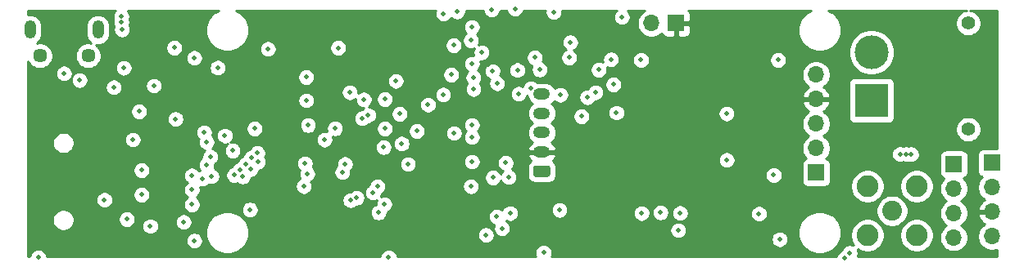
<source format=gbr>
%TF.GenerationSoftware,KiCad,Pcbnew,(5.1.6)-1*%
%TF.CreationDate,2021-06-02T18:30:26+10:00*%
%TF.ProjectId,L2_board,4c325f62-6f61-4726-942e-6b696361645f,2.0*%
%TF.SameCoordinates,Original*%
%TF.FileFunction,Copper,L3,Inr*%
%TF.FilePolarity,Positive*%
%FSLAX46Y46*%
G04 Gerber Fmt 4.6, Leading zero omitted, Abs format (unit mm)*
G04 Created by KiCad (PCBNEW (5.1.6)-1) date 2021-06-02 18:30:26*
%MOMM*%
%LPD*%
G01*
G04 APERTURE LIST*
%TA.AperFunction,ViaPad*%
%ADD10C,3.500000*%
%TD*%
%TA.AperFunction,ViaPad*%
%ADD11R,3.500000X3.500000*%
%TD*%
%TA.AperFunction,ViaPad*%
%ADD12C,1.400000*%
%TD*%
%TA.AperFunction,ViaPad*%
%ADD13O,1.700000X1.700000*%
%TD*%
%TA.AperFunction,ViaPad*%
%ADD14R,1.700000X1.700000*%
%TD*%
%TA.AperFunction,ViaPad*%
%ADD15C,2.250000*%
%TD*%
%TA.AperFunction,ViaPad*%
%ADD16C,2.050000*%
%TD*%
%TA.AperFunction,ViaPad*%
%ADD17O,1.750000X1.200000*%
%TD*%
%TA.AperFunction,ViaPad*%
%ADD18O,1.200000X1.900000*%
%TD*%
%TA.AperFunction,ViaPad*%
%ADD19C,1.450000*%
%TD*%
%TA.AperFunction,ViaPad*%
%ADD20C,0.500000*%
%TD*%
%TA.AperFunction,Conductor*%
%ADD21C,0.254000*%
%TD*%
G04 APERTURE END LIST*
D10*
%TO.N,GND*%
%TO.C,J9*%
X194056000Y-85297000D03*
D11*
%TO.N,+BATT*%
X194056000Y-90297000D03*
D12*
%TO.N,*%
X204056000Y-82297000D03*
X204056000Y-93297000D03*
%TD*%
D13*
%TO.N,GND*%
%TO.C,J8*%
X206504540Y-104396540D03*
%TO.N,VDD*%
X206504540Y-101856540D03*
%TO.N,SCL*%
X206504540Y-99316540D03*
D14*
%TO.N,SDA*%
X206504540Y-96776540D03*
%TD*%
D13*
%TO.N,GND*%
%TO.C,J7*%
X188341000Y-87630000D03*
%TO.N,VDD*%
X188341000Y-90170000D03*
%TO.N,RXD0*%
X188341000Y-92710000D03*
%TO.N,TXD0*%
X188341000Y-95250000D03*
D14*
%TO.N,DTR*%
X188341000Y-97790000D03*
%TD*%
D15*
%TO.N,GND*%
%TO.C,J6*%
X193649600Y-104292400D03*
X193649600Y-99212400D03*
X198729600Y-99212400D03*
X198729600Y-104292400D03*
D16*
%TO.N,Net-(J6-Pad1)*%
X196189600Y-101752400D03*
%TD*%
D13*
%TO.N,Net-(D5-Pad2)*%
%TO.C,BUZZER*%
X171323000Y-82296000D03*
D14*
%TO.N,VDD*%
X173863000Y-82296000D03*
%TD*%
D17*
%TO.N,GND*%
%TO.C,J3*%
X159994600Y-89637600D03*
%TO.N,TXD1_RRC3*%
X159994600Y-91637600D03*
%TO.N,RXD1_RRC3*%
X159994600Y-93637600D03*
%TO.N,VDD*%
X159994600Y-95637600D03*
%TO.N,+BATT*%
%TA.AperFunction,ViaPad*%
G36*
G01*
X160619601Y-98237600D02*
X159369599Y-98237600D01*
G75*
G02*
X159119600Y-97987601I0J249999D01*
G01*
X159119600Y-97287599D01*
G75*
G02*
X159369599Y-97037600I249999J0D01*
G01*
X160619601Y-97037600D01*
G75*
G02*
X160869600Y-97287599I0J-249999D01*
G01*
X160869600Y-97987601D01*
G75*
G02*
X160619601Y-98237600I-249999J0D01*
G01*
G37*
%TD.AperFunction*%
%TD*%
D18*
%TO.N,GND*%
%TO.C,J2*%
X107117000Y-82963500D03*
X114117000Y-82963500D03*
D19*
X108117000Y-85663500D03*
X113117000Y-85663500D03*
%TD*%
D13*
%TO.N,SCK_RF*%
%TO.C,J1*%
X202565000Y-104521000D03*
%TO.N,MOSI_RF*%
X202565000Y-101981000D03*
%TO.N,MISO_RF*%
X202565000Y-99441000D03*
D14*
%TO.N,CS_RF*%
X202565000Y-96901000D03*
%TD*%
D20*
%TO.N,VDD*%
X195376800Y-95707200D03*
X195376800Y-96266000D03*
X194716400Y-95656400D03*
%TO.N,GND*%
X197002400Y-95859600D03*
X198170800Y-95859600D03*
X197612000Y-95859600D03*
X116586000Y-82956400D03*
X116535200Y-81584800D03*
%TO.N,VDD*%
X119481600Y-81635600D03*
X119532400Y-82956400D03*
%TO.N,GND*%
X116535200Y-82194400D03*
%TO.N,VDD*%
X119532400Y-82346800D03*
%TO.N,GND*%
X128041400Y-95504000D03*
X130644900Y-96672400D03*
X129870200Y-97447100D03*
X129082800Y-98209100D03*
X128803400Y-97497900D03*
X128193800Y-98044000D03*
X129959100Y-96266000D03*
X130594100Y-95758000D03*
X147066000Y-93472000D03*
X143764000Y-93218000D03*
X143764000Y-90170000D03*
X118618000Y-97536000D03*
X114787000Y-100605000D03*
X122148500Y-92227500D03*
X118618000Y-100076000D03*
X145288000Y-91694000D03*
X184404000Y-86106000D03*
X162814000Y-85852000D03*
X161213700Y-81153000D03*
X170243500Y-86106000D03*
X182435500Y-102044500D03*
X161823500Y-101676300D03*
X152654000Y-99212400D03*
X156565600Y-98247200D03*
X129387600Y-96901000D03*
X149821900Y-81307940D03*
X160172400Y-106087990D03*
X174086520Y-103759000D03*
X135376920Y-99202240D03*
X126481840Y-86901020D03*
%TO.N,VDD*%
X133502400Y-89458800D03*
X126746000Y-89408000D03*
X120675500Y-98552000D03*
X174091600Y-89611200D03*
X152772000Y-97917000D03*
X154940000Y-96723200D03*
X160299400Y-101765100D03*
X154939800Y-91615970D03*
X154940000Y-93738700D03*
X162788700Y-81153000D03*
X123723500Y-89408000D03*
X176646840Y-103850440D03*
X154482800Y-86546821D03*
X161217796Y-85825399D03*
X126940000Y-98055686D03*
%TO.N,+5V*%
X121997000Y-84836000D03*
X117094000Y-102616000D03*
X116789200Y-86918800D03*
%TO.N,Net-(J2-Pad3)*%
X125730000Y-96139000D03*
X110617000Y-87493810D03*
%TO.N,Net-(J2-Pad2)*%
X112217200Y-88214200D03*
X125330964Y-97011634D03*
%TO.N,+BATT*%
X184564020Y-104698800D03*
X154223222Y-104247783D03*
X124079000Y-85885020D03*
X115737640Y-88938100D03*
X144167860Y-106578400D03*
X107939840Y-106578400D03*
%TO.N,MISO_SD*%
X119888000Y-88773000D03*
X135636000Y-90297000D03*
X119530602Y-103342521D03*
%TO.N,CLK_SD*%
X141416390Y-92132345D03*
%TO.N,MOSI_SD*%
X135763000Y-97917000D03*
X135763000Y-97917000D03*
%TO.N,CS_SD*%
X117729000Y-94361000D03*
X118364000Y-91440000D03*
X135636000Y-87884000D03*
%TO.N,RXD0*%
X183959500Y-98044000D03*
X140856521Y-100411583D03*
%TO.N,TXD0*%
X139373310Y-97727318D03*
%TO.N,SCL*%
X154813000Y-80899000D03*
X123825000Y-99568000D03*
X123825000Y-99568000D03*
X135512790Y-96821398D03*
X191312800Y-106663000D03*
X140200305Y-100655297D03*
X139660242Y-96888159D03*
%TO.N,SDA*%
X151257000Y-81102200D03*
X145519140Y-94782640D03*
X146161760Y-96908620D03*
X123827540Y-98079560D03*
X135829040Y-92875100D03*
X191823340Y-106108500D03*
X142547969Y-99860141D03*
%TO.N,Net-(R5-Pad1)*%
X162941000Y-84264500D03*
X167132000Y-86042500D03*
%TO.N,Net-(C7-Pad2)*%
X157463790Y-87160949D03*
X155356610Y-88538883D03*
%TO.N,Net-(C11-Pad1)*%
X157226000Y-80789000D03*
X154911734Y-87259099D03*
%TO.N,BOOT*%
X138931844Y-84842156D03*
%TO.N,EN*%
X152772000Y-96647000D03*
X156260800Y-96774000D03*
X148233098Y-90755520D03*
X129832100Y-101609166D03*
X124080249Y-104829631D03*
%TO.N,DTR*%
X131691989Y-84962614D03*
X127236220Y-93954600D03*
X124943856Y-98407271D03*
X122978079Y-102905920D03*
%TO.N,RTS*%
X130302000Y-93218000D03*
X130302000Y-93218000D03*
X125349000Y-94615000D03*
%TO.N,Net-(Q2-Pad1)*%
X125862441Y-98169847D03*
%TO.N,Net-(Q3-Pad1)*%
X125095000Y-93599000D03*
%TO.N,Net-(D5-Pad2)*%
X168274000Y-81661000D03*
%TO.N,SCK_RF*%
X167386000Y-88646000D03*
X165862000Y-87122000D03*
X152654000Y-84074000D03*
%TO.N,MOSI_RF*%
X150876000Y-84582000D03*
X165544500Y-89471500D03*
X167703500Y-91567000D03*
%TO.N,MISO_RF*%
X152772000Y-82677000D03*
%TO.N,CS_RF*%
X150622000Y-87630000D03*
%TO.N,TXD1_RRC3*%
X138618930Y-93213890D03*
X155330440Y-102346427D03*
X143718824Y-101064143D03*
X141599039Y-90201751D03*
%TO.N,RXD1_RRC3*%
X152772000Y-92837000D03*
%TO.N,ESP_LED*%
X123825000Y-101092000D03*
X144907000Y-88286989D03*
%TO.N,Batt_sense*%
X154940000Y-98298000D03*
X154940000Y-98298000D03*
X152772000Y-94107000D03*
%TO.N,BUZZER*%
X152933594Y-89128406D03*
X157594123Y-89616779D03*
%TO.N,TXD2_GPS*%
X137537612Y-94372149D03*
X155881660Y-103565646D03*
X143122979Y-101937106D03*
X140140990Y-89469865D03*
%TO.N,RXD2_GPS*%
X156705300Y-101993700D03*
X143000608Y-99226906D03*
X149796500Y-89700100D03*
X143649700Y-95161100D03*
%TO.N,MPU_INT*%
X164084000Y-91948000D03*
X159258000Y-85852000D03*
X150928529Y-93686306D03*
X159766000Y-87118057D03*
%TO.N,RF_IO0*%
X153774140Y-85336380D03*
X164680900Y-89987120D03*
X174292000Y-101980000D03*
%TO.N,RF_IO1*%
X172267880Y-101937820D03*
X172267880Y-101937820D03*
X161914840Y-89722960D03*
X152772000Y-86487000D03*
%TO.N,RF_IO2*%
X170314620Y-101998780D03*
X152920700Y-87937340D03*
X158855015Y-89041769D03*
%TO.N,RESET_RF*%
X179082700Y-91668600D03*
X179108100Y-96469200D03*
X142049500Y-91833700D03*
%TD*%
D21*
%TO.N,VDD*%
G36*
X115847776Y-81020645D02*
G01*
X115750923Y-81165595D01*
X115684210Y-81326655D01*
X115650200Y-81497635D01*
X115650200Y-81671965D01*
X115684210Y-81842945D01*
X115703535Y-81889600D01*
X115684210Y-81936255D01*
X115650200Y-82107235D01*
X115650200Y-82281565D01*
X115684210Y-82452545D01*
X115750923Y-82613605D01*
X115762745Y-82631297D01*
X115735010Y-82698255D01*
X115701000Y-82869235D01*
X115701000Y-83043565D01*
X115735010Y-83214545D01*
X115801723Y-83375605D01*
X115898576Y-83520555D01*
X116021845Y-83643824D01*
X116166795Y-83740677D01*
X116327855Y-83807390D01*
X116498835Y-83841400D01*
X116673165Y-83841400D01*
X116844145Y-83807390D01*
X117005205Y-83740677D01*
X117150155Y-83643824D01*
X117273424Y-83520555D01*
X117370277Y-83375605D01*
X117436990Y-83214545D01*
X117471000Y-83043565D01*
X117471000Y-82869235D01*
X117436990Y-82698255D01*
X117370277Y-82537195D01*
X117358455Y-82519503D01*
X117386190Y-82452545D01*
X117420200Y-82281565D01*
X117420200Y-82107235D01*
X117386190Y-81936255D01*
X117366865Y-81889600D01*
X117386190Y-81842945D01*
X117420200Y-81671965D01*
X117420200Y-81497635D01*
X117386190Y-81326655D01*
X117319477Y-81165595D01*
X117222624Y-81020645D01*
X117175979Y-80974000D01*
X126561489Y-80974000D01*
X126413331Y-81035369D01*
X126047271Y-81279962D01*
X125735962Y-81591271D01*
X125491369Y-81957331D01*
X125322890Y-82364075D01*
X125237000Y-82795872D01*
X125237000Y-83236128D01*
X125322890Y-83667925D01*
X125491369Y-84074669D01*
X125735962Y-84440729D01*
X126047271Y-84752038D01*
X126413331Y-84996631D01*
X126820075Y-85165110D01*
X127251872Y-85251000D01*
X127692128Y-85251000D01*
X128123925Y-85165110D01*
X128530669Y-84996631D01*
X128712031Y-84875449D01*
X130806989Y-84875449D01*
X130806989Y-85049779D01*
X130840999Y-85220759D01*
X130907712Y-85381819D01*
X131004565Y-85526769D01*
X131127834Y-85650038D01*
X131272784Y-85746891D01*
X131433844Y-85813604D01*
X131604824Y-85847614D01*
X131779154Y-85847614D01*
X131950134Y-85813604D01*
X132111194Y-85746891D01*
X132256144Y-85650038D01*
X132379413Y-85526769D01*
X132476266Y-85381819D01*
X132542979Y-85220759D01*
X132576989Y-85049779D01*
X132576989Y-84875449D01*
X132553029Y-84754991D01*
X138046844Y-84754991D01*
X138046844Y-84929321D01*
X138080854Y-85100301D01*
X138147567Y-85261361D01*
X138244420Y-85406311D01*
X138367689Y-85529580D01*
X138512639Y-85626433D01*
X138673699Y-85693146D01*
X138844679Y-85727156D01*
X139019009Y-85727156D01*
X139189989Y-85693146D01*
X139351049Y-85626433D01*
X139495999Y-85529580D01*
X139619268Y-85406311D01*
X139716121Y-85261361D01*
X139782834Y-85100301D01*
X139816844Y-84929321D01*
X139816844Y-84754991D01*
X139782834Y-84584011D01*
X139745897Y-84494835D01*
X149991000Y-84494835D01*
X149991000Y-84669165D01*
X150025010Y-84840145D01*
X150091723Y-85001205D01*
X150188576Y-85146155D01*
X150311845Y-85269424D01*
X150456795Y-85366277D01*
X150617855Y-85432990D01*
X150788835Y-85467000D01*
X150963165Y-85467000D01*
X151134145Y-85432990D01*
X151295205Y-85366277D01*
X151440155Y-85269424D01*
X151563424Y-85146155D01*
X151660277Y-85001205D01*
X151726990Y-84840145D01*
X151761000Y-84669165D01*
X151761000Y-84494835D01*
X151726990Y-84323855D01*
X151660277Y-84162795D01*
X151563424Y-84017845D01*
X151532414Y-83986835D01*
X151769000Y-83986835D01*
X151769000Y-84161165D01*
X151803010Y-84332145D01*
X151869723Y-84493205D01*
X151966576Y-84638155D01*
X152089845Y-84761424D01*
X152234795Y-84858277D01*
X152395855Y-84924990D01*
X152566835Y-84959000D01*
X152741165Y-84959000D01*
X152912145Y-84924990D01*
X153012384Y-84883470D01*
X152989863Y-84917175D01*
X152923150Y-85078235D01*
X152889140Y-85249215D01*
X152889140Y-85423545D01*
X152923150Y-85594525D01*
X152932269Y-85616541D01*
X152859165Y-85602000D01*
X152684835Y-85602000D01*
X152513855Y-85636010D01*
X152352795Y-85702723D01*
X152207845Y-85799576D01*
X152084576Y-85922845D01*
X151987723Y-86067795D01*
X151921010Y-86228855D01*
X151887000Y-86399835D01*
X151887000Y-86574165D01*
X151921010Y-86745145D01*
X151987723Y-86906205D01*
X152084576Y-87051155D01*
X152207845Y-87174424D01*
X152342238Y-87264223D01*
X152233276Y-87373185D01*
X152136423Y-87518135D01*
X152069710Y-87679195D01*
X152035700Y-87850175D01*
X152035700Y-88024505D01*
X152069710Y-88195485D01*
X152136423Y-88356545D01*
X152233276Y-88501495D01*
X152271101Y-88539320D01*
X152246170Y-88564251D01*
X152149317Y-88709201D01*
X152082604Y-88870261D01*
X152048594Y-89041241D01*
X152048594Y-89215571D01*
X152082604Y-89386551D01*
X152149317Y-89547611D01*
X152246170Y-89692561D01*
X152369439Y-89815830D01*
X152514389Y-89912683D01*
X152675449Y-89979396D01*
X152846429Y-90013406D01*
X153020759Y-90013406D01*
X153191739Y-89979396D01*
X153352799Y-89912683D01*
X153497749Y-89815830D01*
X153621018Y-89692561D01*
X153717871Y-89547611D01*
X153725325Y-89529614D01*
X156709123Y-89529614D01*
X156709123Y-89703944D01*
X156743133Y-89874924D01*
X156809846Y-90035984D01*
X156906699Y-90180934D01*
X157029968Y-90304203D01*
X157174918Y-90401056D01*
X157335978Y-90467769D01*
X157506958Y-90501779D01*
X157681288Y-90501779D01*
X157852268Y-90467769D01*
X158013328Y-90401056D01*
X158158278Y-90304203D01*
X158281547Y-90180934D01*
X158378400Y-90035984D01*
X158445113Y-89874924D01*
X158453387Y-89833327D01*
X158499796Y-89852550D01*
X158502470Y-89879702D01*
X158573089Y-90112501D01*
X158687767Y-90327049D01*
X158842098Y-90515102D01*
X158991362Y-90637600D01*
X158842098Y-90760098D01*
X158687767Y-90948151D01*
X158573089Y-91162699D01*
X158502470Y-91395498D01*
X158478625Y-91637600D01*
X158502470Y-91879702D01*
X158573089Y-92112501D01*
X158687767Y-92327049D01*
X158842098Y-92515102D01*
X158991362Y-92637600D01*
X158842098Y-92760098D01*
X158687767Y-92948151D01*
X158573089Y-93162699D01*
X158502470Y-93395498D01*
X158478625Y-93637600D01*
X158502470Y-93879702D01*
X158573089Y-94112501D01*
X158687767Y-94327049D01*
X158842098Y-94515102D01*
X158991948Y-94638081D01*
X158927875Y-94681293D01*
X158756522Y-94854126D01*
X158622179Y-95057067D01*
X158530009Y-95282318D01*
X158526138Y-95319991D01*
X158650869Y-95510600D01*
X159867600Y-95510600D01*
X159867600Y-95490600D01*
X160121600Y-95490600D01*
X160121600Y-95510600D01*
X161338331Y-95510600D01*
X161463062Y-95319991D01*
X161459191Y-95282318D01*
X161367021Y-95057067D01*
X161232678Y-94854126D01*
X161061325Y-94681293D01*
X160997252Y-94638081D01*
X161147102Y-94515102D01*
X161301433Y-94327049D01*
X161416111Y-94112501D01*
X161486730Y-93879702D01*
X161510575Y-93637600D01*
X161486730Y-93395498D01*
X161416111Y-93162699D01*
X161301433Y-92948151D01*
X161147102Y-92760098D01*
X160997838Y-92637600D01*
X161147102Y-92515102D01*
X161301433Y-92327049D01*
X161416111Y-92112501D01*
X161486730Y-91879702D01*
X161488588Y-91860835D01*
X163199000Y-91860835D01*
X163199000Y-92035165D01*
X163233010Y-92206145D01*
X163299723Y-92367205D01*
X163396576Y-92512155D01*
X163519845Y-92635424D01*
X163664795Y-92732277D01*
X163825855Y-92798990D01*
X163996835Y-92833000D01*
X164171165Y-92833000D01*
X164342145Y-92798990D01*
X164503205Y-92732277D01*
X164648155Y-92635424D01*
X164771424Y-92512155D01*
X164868277Y-92367205D01*
X164934990Y-92206145D01*
X164969000Y-92035165D01*
X164969000Y-91860835D01*
X164934990Y-91689855D01*
X164868277Y-91528795D01*
X164835563Y-91479835D01*
X166818500Y-91479835D01*
X166818500Y-91654165D01*
X166852510Y-91825145D01*
X166919223Y-91986205D01*
X167016076Y-92131155D01*
X167139345Y-92254424D01*
X167284295Y-92351277D01*
X167445355Y-92417990D01*
X167616335Y-92452000D01*
X167790665Y-92452000D01*
X167961645Y-92417990D01*
X168122705Y-92351277D01*
X168267655Y-92254424D01*
X168390924Y-92131155D01*
X168487777Y-91986205D01*
X168554490Y-91825145D01*
X168588500Y-91654165D01*
X168588500Y-91581435D01*
X178197700Y-91581435D01*
X178197700Y-91755765D01*
X178231710Y-91926745D01*
X178298423Y-92087805D01*
X178395276Y-92232755D01*
X178518545Y-92356024D01*
X178663495Y-92452877D01*
X178824555Y-92519590D01*
X178995535Y-92553600D01*
X179169865Y-92553600D01*
X179340845Y-92519590D01*
X179501905Y-92452877D01*
X179646855Y-92356024D01*
X179770124Y-92232755D01*
X179866977Y-92087805D01*
X179933690Y-91926745D01*
X179967700Y-91755765D01*
X179967700Y-91581435D01*
X179933690Y-91410455D01*
X179866977Y-91249395D01*
X179770124Y-91104445D01*
X179646855Y-90981176D01*
X179501905Y-90884323D01*
X179340845Y-90817610D01*
X179169865Y-90783600D01*
X178995535Y-90783600D01*
X178824555Y-90817610D01*
X178663495Y-90884323D01*
X178518545Y-90981176D01*
X178395276Y-91104445D01*
X178298423Y-91249395D01*
X178231710Y-91410455D01*
X178197700Y-91581435D01*
X168588500Y-91581435D01*
X168588500Y-91479835D01*
X168554490Y-91308855D01*
X168487777Y-91147795D01*
X168390924Y-91002845D01*
X168267655Y-90879576D01*
X168122705Y-90782723D01*
X167961645Y-90716010D01*
X167790665Y-90682000D01*
X167616335Y-90682000D01*
X167445355Y-90716010D01*
X167284295Y-90782723D01*
X167139345Y-90879576D01*
X167016076Y-91002845D01*
X166919223Y-91147795D01*
X166852510Y-91308855D01*
X166818500Y-91479835D01*
X164835563Y-91479835D01*
X164771424Y-91383845D01*
X164648155Y-91260576D01*
X164503205Y-91163723D01*
X164342145Y-91097010D01*
X164171165Y-91063000D01*
X163996835Y-91063000D01*
X163825855Y-91097010D01*
X163664795Y-91163723D01*
X163519845Y-91260576D01*
X163396576Y-91383845D01*
X163299723Y-91528795D01*
X163233010Y-91689855D01*
X163199000Y-91860835D01*
X161488588Y-91860835D01*
X161510575Y-91637600D01*
X161486730Y-91395498D01*
X161416111Y-91162699D01*
X161301433Y-90948151D01*
X161147102Y-90760098D01*
X160997838Y-90637600D01*
X161147102Y-90515102D01*
X161286070Y-90345769D01*
X161350685Y-90410384D01*
X161495635Y-90507237D01*
X161656695Y-90573950D01*
X161827675Y-90607960D01*
X162002005Y-90607960D01*
X162172985Y-90573950D01*
X162334045Y-90507237D01*
X162478995Y-90410384D01*
X162602264Y-90287115D01*
X162699117Y-90142165D01*
X162765830Y-89981105D01*
X162781971Y-89899955D01*
X163795900Y-89899955D01*
X163795900Y-90074285D01*
X163829910Y-90245265D01*
X163896623Y-90406325D01*
X163993476Y-90551275D01*
X164116745Y-90674544D01*
X164261695Y-90771397D01*
X164422755Y-90838110D01*
X164593735Y-90872120D01*
X164768065Y-90872120D01*
X164939045Y-90838110D01*
X165100105Y-90771397D01*
X165245055Y-90674544D01*
X165368324Y-90551275D01*
X165465177Y-90406325D01*
X165485815Y-90356500D01*
X165631665Y-90356500D01*
X165802645Y-90322490D01*
X165963705Y-90255777D01*
X166108655Y-90158924D01*
X166231924Y-90035655D01*
X166328777Y-89890705D01*
X166395490Y-89729645D01*
X166429500Y-89558665D01*
X166429500Y-89384335D01*
X166395490Y-89213355D01*
X166328777Y-89052295D01*
X166231924Y-88907345D01*
X166108655Y-88784076D01*
X165963705Y-88687223D01*
X165802645Y-88620510D01*
X165631665Y-88586500D01*
X165457335Y-88586500D01*
X165286355Y-88620510D01*
X165125295Y-88687223D01*
X164980345Y-88784076D01*
X164857076Y-88907345D01*
X164760223Y-89052295D01*
X164739585Y-89102120D01*
X164593735Y-89102120D01*
X164422755Y-89136130D01*
X164261695Y-89202843D01*
X164116745Y-89299696D01*
X163993476Y-89422965D01*
X163896623Y-89567915D01*
X163829910Y-89728975D01*
X163795900Y-89899955D01*
X162781971Y-89899955D01*
X162799840Y-89810125D01*
X162799840Y-89635795D01*
X162765830Y-89464815D01*
X162699117Y-89303755D01*
X162602264Y-89158805D01*
X162478995Y-89035536D01*
X162334045Y-88938683D01*
X162172985Y-88871970D01*
X162002005Y-88837960D01*
X161827675Y-88837960D01*
X161656695Y-88871970D01*
X161495635Y-88938683D01*
X161350685Y-89035536D01*
X161349027Y-89037194D01*
X161301433Y-88948151D01*
X161147102Y-88760098D01*
X160959049Y-88605767D01*
X160871246Y-88558835D01*
X166501000Y-88558835D01*
X166501000Y-88733165D01*
X166535010Y-88904145D01*
X166601723Y-89065205D01*
X166698576Y-89210155D01*
X166821845Y-89333424D01*
X166966795Y-89430277D01*
X167127855Y-89496990D01*
X167298835Y-89531000D01*
X167473165Y-89531000D01*
X167644145Y-89496990D01*
X167805205Y-89430277D01*
X167950155Y-89333424D01*
X168073424Y-89210155D01*
X168170277Y-89065205D01*
X168236990Y-88904145D01*
X168271000Y-88733165D01*
X168271000Y-88558835D01*
X168236990Y-88387855D01*
X168170277Y-88226795D01*
X168073424Y-88081845D01*
X167950155Y-87958576D01*
X167805205Y-87861723D01*
X167644145Y-87795010D01*
X167473165Y-87761000D01*
X167298835Y-87761000D01*
X167127855Y-87795010D01*
X166966795Y-87861723D01*
X166821845Y-87958576D01*
X166698576Y-88081845D01*
X166601723Y-88226795D01*
X166535010Y-88387855D01*
X166501000Y-88558835D01*
X160871246Y-88558835D01*
X160744501Y-88491089D01*
X160511702Y-88420470D01*
X160330265Y-88402600D01*
X159658935Y-88402600D01*
X159484596Y-88419771D01*
X159419170Y-88354345D01*
X159274220Y-88257492D01*
X159113160Y-88190779D01*
X158942180Y-88156769D01*
X158767850Y-88156769D01*
X158596870Y-88190779D01*
X158435810Y-88257492D01*
X158290860Y-88354345D01*
X158167591Y-88477614D01*
X158070738Y-88622564D01*
X158004025Y-88783624D01*
X157995751Y-88825221D01*
X157852268Y-88765789D01*
X157681288Y-88731779D01*
X157506958Y-88731779D01*
X157335978Y-88765789D01*
X157174918Y-88832502D01*
X157029968Y-88929355D01*
X156906699Y-89052624D01*
X156809846Y-89197574D01*
X156743133Y-89358634D01*
X156709123Y-89529614D01*
X153725325Y-89529614D01*
X153784584Y-89386551D01*
X153818594Y-89215571D01*
X153818594Y-89041241D01*
X153784584Y-88870261D01*
X153717871Y-88709201D01*
X153621018Y-88564251D01*
X153583193Y-88526426D01*
X153608124Y-88501495D01*
X153704977Y-88356545D01*
X153771690Y-88195485D01*
X153805700Y-88024505D01*
X153805700Y-87850175D01*
X153771690Y-87679195D01*
X153704977Y-87518135D01*
X153608124Y-87373185D01*
X153484855Y-87249916D01*
X153368148Y-87171934D01*
X154026734Y-87171934D01*
X154026734Y-87346264D01*
X154060744Y-87517244D01*
X154127457Y-87678304D01*
X154224310Y-87823254D01*
X154347579Y-87946523D01*
X154492529Y-88043376D01*
X154594965Y-88085806D01*
X154572333Y-88119678D01*
X154505620Y-88280738D01*
X154471610Y-88451718D01*
X154471610Y-88626048D01*
X154505620Y-88797028D01*
X154572333Y-88958088D01*
X154669186Y-89103038D01*
X154792455Y-89226307D01*
X154937405Y-89323160D01*
X155098465Y-89389873D01*
X155269445Y-89423883D01*
X155443775Y-89423883D01*
X155614755Y-89389873D01*
X155775815Y-89323160D01*
X155920765Y-89226307D01*
X156044034Y-89103038D01*
X156140887Y-88958088D01*
X156207600Y-88797028D01*
X156241610Y-88626048D01*
X156241610Y-88451718D01*
X156207600Y-88280738D01*
X156140887Y-88119678D01*
X156044034Y-87974728D01*
X155920765Y-87851459D01*
X155775815Y-87754606D01*
X155673379Y-87712176D01*
X155696011Y-87678304D01*
X155762724Y-87517244D01*
X155796734Y-87346264D01*
X155796734Y-87171934D01*
X155777211Y-87073784D01*
X156578790Y-87073784D01*
X156578790Y-87248114D01*
X156612800Y-87419094D01*
X156679513Y-87580154D01*
X156776366Y-87725104D01*
X156899635Y-87848373D01*
X157044585Y-87945226D01*
X157205645Y-88011939D01*
X157376625Y-88045949D01*
X157550955Y-88045949D01*
X157721935Y-88011939D01*
X157882995Y-87945226D01*
X158027945Y-87848373D01*
X158151214Y-87725104D01*
X158248067Y-87580154D01*
X158314780Y-87419094D01*
X158348790Y-87248114D01*
X158348790Y-87073784D01*
X158314780Y-86902804D01*
X158248067Y-86741744D01*
X158151214Y-86596794D01*
X158027945Y-86473525D01*
X157882995Y-86376672D01*
X157721935Y-86309959D01*
X157550955Y-86275949D01*
X157376625Y-86275949D01*
X157205645Y-86309959D01*
X157044585Y-86376672D01*
X156899635Y-86473525D01*
X156776366Y-86596794D01*
X156679513Y-86741744D01*
X156612800Y-86902804D01*
X156578790Y-87073784D01*
X155777211Y-87073784D01*
X155762724Y-87000954D01*
X155696011Y-86839894D01*
X155599158Y-86694944D01*
X155475889Y-86571675D01*
X155330939Y-86474822D01*
X155169879Y-86408109D01*
X154998899Y-86374099D01*
X154824569Y-86374099D01*
X154653589Y-86408109D01*
X154492529Y-86474822D01*
X154347579Y-86571675D01*
X154224310Y-86694944D01*
X154127457Y-86839894D01*
X154060744Y-87000954D01*
X154026734Y-87171934D01*
X153368148Y-87171934D01*
X153350462Y-87160117D01*
X153459424Y-87051155D01*
X153556277Y-86906205D01*
X153622990Y-86745145D01*
X153657000Y-86574165D01*
X153657000Y-86399835D01*
X153622990Y-86228855D01*
X153613871Y-86206839D01*
X153686975Y-86221380D01*
X153861305Y-86221380D01*
X154032285Y-86187370D01*
X154193345Y-86120657D01*
X154338295Y-86023804D01*
X154461564Y-85900535D01*
X154552236Y-85764835D01*
X158373000Y-85764835D01*
X158373000Y-85939165D01*
X158407010Y-86110145D01*
X158473723Y-86271205D01*
X158570576Y-86416155D01*
X158693845Y-86539424D01*
X158838795Y-86636277D01*
X158983488Y-86696211D01*
X158981723Y-86698852D01*
X158915010Y-86859912D01*
X158881000Y-87030892D01*
X158881000Y-87205222D01*
X158915010Y-87376202D01*
X158981723Y-87537262D01*
X159078576Y-87682212D01*
X159201845Y-87805481D01*
X159346795Y-87902334D01*
X159507855Y-87969047D01*
X159678835Y-88003057D01*
X159853165Y-88003057D01*
X160024145Y-87969047D01*
X160185205Y-87902334D01*
X160330155Y-87805481D01*
X160453424Y-87682212D01*
X160550277Y-87537262D01*
X160616990Y-87376202D01*
X160651000Y-87205222D01*
X160651000Y-87034835D01*
X164977000Y-87034835D01*
X164977000Y-87209165D01*
X165011010Y-87380145D01*
X165077723Y-87541205D01*
X165174576Y-87686155D01*
X165297845Y-87809424D01*
X165442795Y-87906277D01*
X165603855Y-87972990D01*
X165774835Y-88007000D01*
X165949165Y-88007000D01*
X166120145Y-87972990D01*
X166281205Y-87906277D01*
X166426155Y-87809424D01*
X166549424Y-87686155D01*
X166646277Y-87541205D01*
X166670079Y-87483740D01*
X186856000Y-87483740D01*
X186856000Y-87776260D01*
X186913068Y-88063158D01*
X187025010Y-88333411D01*
X187187525Y-88576632D01*
X187394368Y-88783475D01*
X187576534Y-88905195D01*
X187459645Y-88974822D01*
X187243412Y-89169731D01*
X187069359Y-89403080D01*
X186944175Y-89665901D01*
X186899524Y-89813110D01*
X187020845Y-90043000D01*
X188214000Y-90043000D01*
X188214000Y-90023000D01*
X188468000Y-90023000D01*
X188468000Y-90043000D01*
X189661155Y-90043000D01*
X189782476Y-89813110D01*
X189737825Y-89665901D01*
X189612641Y-89403080D01*
X189438588Y-89169731D01*
X189222355Y-88974822D01*
X189105466Y-88905195D01*
X189287632Y-88783475D01*
X189494475Y-88576632D01*
X189514274Y-88547000D01*
X191667928Y-88547000D01*
X191667928Y-92047000D01*
X191680188Y-92171482D01*
X191716498Y-92291180D01*
X191775463Y-92401494D01*
X191854815Y-92498185D01*
X191951506Y-92577537D01*
X192061820Y-92636502D01*
X192181518Y-92672812D01*
X192306000Y-92685072D01*
X195806000Y-92685072D01*
X195930482Y-92672812D01*
X196050180Y-92636502D01*
X196160494Y-92577537D01*
X196257185Y-92498185D01*
X196336537Y-92401494D01*
X196395502Y-92291180D01*
X196431812Y-92171482D01*
X196444072Y-92047000D01*
X196444072Y-88547000D01*
X196431812Y-88422518D01*
X196395502Y-88302820D01*
X196336537Y-88192506D01*
X196257185Y-88095815D01*
X196160494Y-88016463D01*
X196050180Y-87957498D01*
X195930482Y-87921188D01*
X195806000Y-87908928D01*
X192306000Y-87908928D01*
X192181518Y-87921188D01*
X192061820Y-87957498D01*
X191951506Y-88016463D01*
X191854815Y-88095815D01*
X191775463Y-88192506D01*
X191716498Y-88302820D01*
X191680188Y-88422518D01*
X191667928Y-88547000D01*
X189514274Y-88547000D01*
X189656990Y-88333411D01*
X189768932Y-88063158D01*
X189826000Y-87776260D01*
X189826000Y-87483740D01*
X189768932Y-87196842D01*
X189656990Y-86926589D01*
X189494475Y-86683368D01*
X189287632Y-86476525D01*
X189044411Y-86314010D01*
X188774158Y-86202068D01*
X188487260Y-86145000D01*
X188194740Y-86145000D01*
X187907842Y-86202068D01*
X187637589Y-86314010D01*
X187394368Y-86476525D01*
X187187525Y-86683368D01*
X187025010Y-86926589D01*
X186913068Y-87196842D01*
X186856000Y-87483740D01*
X166670079Y-87483740D01*
X166712990Y-87380145D01*
X166747000Y-87209165D01*
X166747000Y-87034835D01*
X166712990Y-86863855D01*
X166691829Y-86812768D01*
X166712795Y-86826777D01*
X166873855Y-86893490D01*
X167044835Y-86927500D01*
X167219165Y-86927500D01*
X167390145Y-86893490D01*
X167551205Y-86826777D01*
X167696155Y-86729924D01*
X167819424Y-86606655D01*
X167916277Y-86461705D01*
X167982990Y-86300645D01*
X168017000Y-86129665D01*
X168017000Y-86018835D01*
X169358500Y-86018835D01*
X169358500Y-86193165D01*
X169392510Y-86364145D01*
X169459223Y-86525205D01*
X169556076Y-86670155D01*
X169679345Y-86793424D01*
X169824295Y-86890277D01*
X169985355Y-86956990D01*
X170156335Y-86991000D01*
X170330665Y-86991000D01*
X170501645Y-86956990D01*
X170662705Y-86890277D01*
X170807655Y-86793424D01*
X170930924Y-86670155D01*
X171027777Y-86525205D01*
X171094490Y-86364145D01*
X171128500Y-86193165D01*
X171128500Y-86018835D01*
X183519000Y-86018835D01*
X183519000Y-86193165D01*
X183553010Y-86364145D01*
X183619723Y-86525205D01*
X183716576Y-86670155D01*
X183839845Y-86793424D01*
X183984795Y-86890277D01*
X184145855Y-86956990D01*
X184316835Y-86991000D01*
X184491165Y-86991000D01*
X184662145Y-86956990D01*
X184823205Y-86890277D01*
X184968155Y-86793424D01*
X185091424Y-86670155D01*
X185188277Y-86525205D01*
X185254990Y-86364145D01*
X185289000Y-86193165D01*
X185289000Y-86018835D01*
X185254990Y-85847855D01*
X185188277Y-85686795D01*
X185091424Y-85541845D01*
X184968155Y-85418576D01*
X184823205Y-85321723D01*
X184662145Y-85255010D01*
X184491165Y-85221000D01*
X184316835Y-85221000D01*
X184145855Y-85255010D01*
X183984795Y-85321723D01*
X183839845Y-85418576D01*
X183716576Y-85541845D01*
X183619723Y-85686795D01*
X183553010Y-85847855D01*
X183519000Y-86018835D01*
X171128500Y-86018835D01*
X171094490Y-85847855D01*
X171027777Y-85686795D01*
X170930924Y-85541845D01*
X170807655Y-85418576D01*
X170662705Y-85321723D01*
X170501645Y-85255010D01*
X170330665Y-85221000D01*
X170156335Y-85221000D01*
X169985355Y-85255010D01*
X169824295Y-85321723D01*
X169679345Y-85418576D01*
X169556076Y-85541845D01*
X169459223Y-85686795D01*
X169392510Y-85847855D01*
X169358500Y-86018835D01*
X168017000Y-86018835D01*
X168017000Y-85955335D01*
X167982990Y-85784355D01*
X167916277Y-85623295D01*
X167819424Y-85478345D01*
X167696155Y-85355076D01*
X167551205Y-85258223D01*
X167390145Y-85191510D01*
X167219165Y-85157500D01*
X167044835Y-85157500D01*
X166873855Y-85191510D01*
X166712795Y-85258223D01*
X166567845Y-85355076D01*
X166444576Y-85478345D01*
X166347723Y-85623295D01*
X166281010Y-85784355D01*
X166247000Y-85955335D01*
X166247000Y-86129665D01*
X166281010Y-86300645D01*
X166302171Y-86351732D01*
X166281205Y-86337723D01*
X166120145Y-86271010D01*
X165949165Y-86237000D01*
X165774835Y-86237000D01*
X165603855Y-86271010D01*
X165442795Y-86337723D01*
X165297845Y-86434576D01*
X165174576Y-86557845D01*
X165077723Y-86702795D01*
X165011010Y-86863855D01*
X164977000Y-87034835D01*
X160651000Y-87034835D01*
X160651000Y-87030892D01*
X160616990Y-86859912D01*
X160550277Y-86698852D01*
X160453424Y-86553902D01*
X160330155Y-86430633D01*
X160185205Y-86333780D01*
X160040512Y-86273846D01*
X160042277Y-86271205D01*
X160108990Y-86110145D01*
X160143000Y-85939165D01*
X160143000Y-85764835D01*
X161929000Y-85764835D01*
X161929000Y-85939165D01*
X161963010Y-86110145D01*
X162029723Y-86271205D01*
X162126576Y-86416155D01*
X162249845Y-86539424D01*
X162394795Y-86636277D01*
X162555855Y-86702990D01*
X162726835Y-86737000D01*
X162901165Y-86737000D01*
X163072145Y-86702990D01*
X163233205Y-86636277D01*
X163378155Y-86539424D01*
X163501424Y-86416155D01*
X163598277Y-86271205D01*
X163664990Y-86110145D01*
X163699000Y-85939165D01*
X163699000Y-85764835D01*
X163664990Y-85593855D01*
X163598277Y-85432795D01*
X163501424Y-85287845D01*
X163378155Y-85164576D01*
X163264302Y-85088501D01*
X163360205Y-85048777D01*
X163505155Y-84951924D01*
X163628424Y-84828655D01*
X163725277Y-84683705D01*
X163791990Y-84522645D01*
X163826000Y-84351665D01*
X163826000Y-84177335D01*
X163791990Y-84006355D01*
X163725277Y-83845295D01*
X163628424Y-83700345D01*
X163505155Y-83577076D01*
X163360205Y-83480223D01*
X163199145Y-83413510D01*
X163028165Y-83379500D01*
X162853835Y-83379500D01*
X162682855Y-83413510D01*
X162521795Y-83480223D01*
X162376845Y-83577076D01*
X162253576Y-83700345D01*
X162156723Y-83845295D01*
X162090010Y-84006355D01*
X162056000Y-84177335D01*
X162056000Y-84351665D01*
X162090010Y-84522645D01*
X162156723Y-84683705D01*
X162253576Y-84828655D01*
X162376845Y-84951924D01*
X162490698Y-85027999D01*
X162394795Y-85067723D01*
X162249845Y-85164576D01*
X162126576Y-85287845D01*
X162029723Y-85432795D01*
X161963010Y-85593855D01*
X161929000Y-85764835D01*
X160143000Y-85764835D01*
X160108990Y-85593855D01*
X160042277Y-85432795D01*
X159945424Y-85287845D01*
X159822155Y-85164576D01*
X159677205Y-85067723D01*
X159516145Y-85001010D01*
X159345165Y-84967000D01*
X159170835Y-84967000D01*
X158999855Y-85001010D01*
X158838795Y-85067723D01*
X158693845Y-85164576D01*
X158570576Y-85287845D01*
X158473723Y-85432795D01*
X158407010Y-85593855D01*
X158373000Y-85764835D01*
X154552236Y-85764835D01*
X154558417Y-85755585D01*
X154625130Y-85594525D01*
X154659140Y-85423545D01*
X154659140Y-85249215D01*
X154625130Y-85078235D01*
X154558417Y-84917175D01*
X154461564Y-84772225D01*
X154338295Y-84648956D01*
X154193345Y-84552103D01*
X154032285Y-84485390D01*
X153861305Y-84451380D01*
X153686975Y-84451380D01*
X153515995Y-84485390D01*
X153415756Y-84526910D01*
X153438277Y-84493205D01*
X153504990Y-84332145D01*
X153539000Y-84161165D01*
X153539000Y-83986835D01*
X153504990Y-83815855D01*
X153438277Y-83654795D01*
X153341424Y-83509845D01*
X153252140Y-83420561D01*
X153336155Y-83364424D01*
X153459424Y-83241155D01*
X153556277Y-83096205D01*
X153622990Y-82935145D01*
X153657000Y-82764165D01*
X153657000Y-82589835D01*
X153622990Y-82418855D01*
X153556277Y-82257795D01*
X153459424Y-82112845D01*
X153336155Y-81989576D01*
X153191205Y-81892723D01*
X153030145Y-81826010D01*
X152859165Y-81792000D01*
X152684835Y-81792000D01*
X152513855Y-81826010D01*
X152352795Y-81892723D01*
X152207845Y-81989576D01*
X152084576Y-82112845D01*
X151987723Y-82257795D01*
X151921010Y-82418855D01*
X151887000Y-82589835D01*
X151887000Y-82764165D01*
X151921010Y-82935145D01*
X151987723Y-83096205D01*
X152084576Y-83241155D01*
X152173860Y-83330439D01*
X152089845Y-83386576D01*
X151966576Y-83509845D01*
X151869723Y-83654795D01*
X151803010Y-83815855D01*
X151769000Y-83986835D01*
X151532414Y-83986835D01*
X151440155Y-83894576D01*
X151295205Y-83797723D01*
X151134145Y-83731010D01*
X150963165Y-83697000D01*
X150788835Y-83697000D01*
X150617855Y-83731010D01*
X150456795Y-83797723D01*
X150311845Y-83894576D01*
X150188576Y-84017845D01*
X150091723Y-84162795D01*
X150025010Y-84323855D01*
X149991000Y-84494835D01*
X139745897Y-84494835D01*
X139716121Y-84422951D01*
X139619268Y-84278001D01*
X139495999Y-84154732D01*
X139351049Y-84057879D01*
X139189989Y-83991166D01*
X139019009Y-83957156D01*
X138844679Y-83957156D01*
X138673699Y-83991166D01*
X138512639Y-84057879D01*
X138367689Y-84154732D01*
X138244420Y-84278001D01*
X138147567Y-84422951D01*
X138080854Y-84584011D01*
X138046844Y-84754991D01*
X132553029Y-84754991D01*
X132542979Y-84704469D01*
X132476266Y-84543409D01*
X132379413Y-84398459D01*
X132256144Y-84275190D01*
X132111194Y-84178337D01*
X131950134Y-84111624D01*
X131779154Y-84077614D01*
X131604824Y-84077614D01*
X131433844Y-84111624D01*
X131272784Y-84178337D01*
X131127834Y-84275190D01*
X131004565Y-84398459D01*
X130907712Y-84543409D01*
X130840999Y-84704469D01*
X130806989Y-84875449D01*
X128712031Y-84875449D01*
X128896729Y-84752038D01*
X129208038Y-84440729D01*
X129452631Y-84074669D01*
X129621110Y-83667925D01*
X129707000Y-83236128D01*
X129707000Y-82795872D01*
X129621110Y-82364075D01*
X129452631Y-81957331D01*
X129208038Y-81591271D01*
X128896729Y-81279962D01*
X128530669Y-81035369D01*
X128382511Y-80974000D01*
X149002305Y-80974000D01*
X148970910Y-81049795D01*
X148936900Y-81220775D01*
X148936900Y-81395105D01*
X148970910Y-81566085D01*
X149037623Y-81727145D01*
X149134476Y-81872095D01*
X149257745Y-81995364D01*
X149402695Y-82092217D01*
X149563755Y-82158930D01*
X149734735Y-82192940D01*
X149909065Y-82192940D01*
X150080045Y-82158930D01*
X150241105Y-82092217D01*
X150386055Y-81995364D01*
X150509324Y-81872095D01*
X150606177Y-81727145D01*
X150613262Y-81710041D01*
X150692845Y-81789624D01*
X150837795Y-81886477D01*
X150998855Y-81953190D01*
X151169835Y-81987200D01*
X151344165Y-81987200D01*
X151515145Y-81953190D01*
X151676205Y-81886477D01*
X151821155Y-81789624D01*
X151944424Y-81666355D01*
X152041277Y-81521405D01*
X152107990Y-81360345D01*
X152142000Y-81189365D01*
X152142000Y-81015035D01*
X152133838Y-80974000D01*
X153928000Y-80974000D01*
X153928000Y-80986165D01*
X153962010Y-81157145D01*
X154028723Y-81318205D01*
X154125576Y-81463155D01*
X154248845Y-81586424D01*
X154393795Y-81683277D01*
X154554855Y-81749990D01*
X154725835Y-81784000D01*
X154900165Y-81784000D01*
X155071145Y-81749990D01*
X155232205Y-81683277D01*
X155377155Y-81586424D01*
X155500424Y-81463155D01*
X155597277Y-81318205D01*
X155663990Y-81157145D01*
X155698000Y-80986165D01*
X155698000Y-80974000D01*
X156360461Y-80974000D01*
X156375010Y-81047145D01*
X156441723Y-81208205D01*
X156538576Y-81353155D01*
X156661845Y-81476424D01*
X156806795Y-81573277D01*
X156967855Y-81639990D01*
X157138835Y-81674000D01*
X157313165Y-81674000D01*
X157484145Y-81639990D01*
X157645205Y-81573277D01*
X157790155Y-81476424D01*
X157913424Y-81353155D01*
X158010277Y-81208205D01*
X158076990Y-81047145D01*
X158091539Y-80974000D01*
X160346967Y-80974000D01*
X160328700Y-81065835D01*
X160328700Y-81240165D01*
X160362710Y-81411145D01*
X160429423Y-81572205D01*
X160526276Y-81717155D01*
X160649545Y-81840424D01*
X160794495Y-81937277D01*
X160955555Y-82003990D01*
X161126535Y-82038000D01*
X161300865Y-82038000D01*
X161471845Y-82003990D01*
X161632905Y-81937277D01*
X161777855Y-81840424D01*
X161901124Y-81717155D01*
X161997977Y-81572205D01*
X162064690Y-81411145D01*
X162098700Y-81240165D01*
X162098700Y-81065835D01*
X162080433Y-80974000D01*
X167709421Y-80974000D01*
X167586576Y-81096845D01*
X167489723Y-81241795D01*
X167423010Y-81402855D01*
X167389000Y-81573835D01*
X167389000Y-81748165D01*
X167423010Y-81919145D01*
X167489723Y-82080205D01*
X167586576Y-82225155D01*
X167709845Y-82348424D01*
X167854795Y-82445277D01*
X168015855Y-82511990D01*
X168186835Y-82546000D01*
X168361165Y-82546000D01*
X168532145Y-82511990D01*
X168693205Y-82445277D01*
X168838155Y-82348424D01*
X168961424Y-82225155D01*
X169058277Y-82080205D01*
X169124990Y-81919145D01*
X169159000Y-81748165D01*
X169159000Y-81573835D01*
X169124990Y-81402855D01*
X169058277Y-81241795D01*
X168961424Y-81096845D01*
X168838579Y-80974000D01*
X170634098Y-80974000D01*
X170619589Y-80980010D01*
X170376368Y-81142525D01*
X170169525Y-81349368D01*
X170007010Y-81592589D01*
X169895068Y-81862842D01*
X169838000Y-82149740D01*
X169838000Y-82442260D01*
X169895068Y-82729158D01*
X170007010Y-82999411D01*
X170169525Y-83242632D01*
X170376368Y-83449475D01*
X170619589Y-83611990D01*
X170889842Y-83723932D01*
X171176740Y-83781000D01*
X171469260Y-83781000D01*
X171756158Y-83723932D01*
X172026411Y-83611990D01*
X172269632Y-83449475D01*
X172401487Y-83317620D01*
X172423498Y-83390180D01*
X172482463Y-83500494D01*
X172561815Y-83597185D01*
X172658506Y-83676537D01*
X172768820Y-83735502D01*
X172888518Y-83771812D01*
X173013000Y-83784072D01*
X173577250Y-83781000D01*
X173736000Y-83622250D01*
X173736000Y-82423000D01*
X173990000Y-82423000D01*
X173990000Y-83622250D01*
X174148750Y-83781000D01*
X174713000Y-83784072D01*
X174837482Y-83771812D01*
X174957180Y-83735502D01*
X175067494Y-83676537D01*
X175164185Y-83597185D01*
X175243537Y-83500494D01*
X175302502Y-83390180D01*
X175338812Y-83270482D01*
X175351072Y-83146000D01*
X175348000Y-82581750D01*
X175189250Y-82423000D01*
X173990000Y-82423000D01*
X173736000Y-82423000D01*
X173716000Y-82423000D01*
X173716000Y-82169000D01*
X173736000Y-82169000D01*
X173736000Y-82149000D01*
X173990000Y-82149000D01*
X173990000Y-82169000D01*
X175189250Y-82169000D01*
X175348000Y-82010250D01*
X175351072Y-81446000D01*
X175338812Y-81321518D01*
X175302502Y-81201820D01*
X175243537Y-81091506D01*
X175164185Y-80994815D01*
X175138822Y-80974000D01*
X187811489Y-80974000D01*
X187663331Y-81035369D01*
X187297271Y-81279962D01*
X186985962Y-81591271D01*
X186741369Y-81957331D01*
X186572890Y-82364075D01*
X186487000Y-82795872D01*
X186487000Y-83236128D01*
X186572890Y-83667925D01*
X186741369Y-84074669D01*
X186985962Y-84440729D01*
X187297271Y-84752038D01*
X187663331Y-84996631D01*
X188070075Y-85165110D01*
X188501872Y-85251000D01*
X188942128Y-85251000D01*
X189373925Y-85165110D01*
X189622617Y-85062098D01*
X191671000Y-85062098D01*
X191671000Y-85531902D01*
X191762654Y-85992679D01*
X191942440Y-86426721D01*
X192203450Y-86817349D01*
X192535651Y-87149550D01*
X192926279Y-87410560D01*
X193360321Y-87590346D01*
X193821098Y-87682000D01*
X194290902Y-87682000D01*
X194751679Y-87590346D01*
X195185721Y-87410560D01*
X195576349Y-87149550D01*
X195908550Y-86817349D01*
X196169560Y-86426721D01*
X196349346Y-85992679D01*
X196441000Y-85531902D01*
X196441000Y-85062098D01*
X196349346Y-84601321D01*
X196169560Y-84167279D01*
X195908550Y-83776651D01*
X195576349Y-83444450D01*
X195185721Y-83183440D01*
X194751679Y-83003654D01*
X194290902Y-82912000D01*
X193821098Y-82912000D01*
X193360321Y-83003654D01*
X192926279Y-83183440D01*
X192535651Y-83444450D01*
X192203450Y-83776651D01*
X191942440Y-84167279D01*
X191762654Y-84601321D01*
X191671000Y-85062098D01*
X189622617Y-85062098D01*
X189780669Y-84996631D01*
X190146729Y-84752038D01*
X190458038Y-84440729D01*
X190702631Y-84074669D01*
X190871110Y-83667925D01*
X190957000Y-83236128D01*
X190957000Y-82795872D01*
X190871110Y-82364075D01*
X190702631Y-81957331D01*
X190458038Y-81591271D01*
X190146729Y-81279962D01*
X189780669Y-81035369D01*
X189632511Y-80974000D01*
X203864187Y-80974000D01*
X203666595Y-81013304D01*
X203423641Y-81113939D01*
X203204987Y-81260038D01*
X203019038Y-81445987D01*
X202872939Y-81664641D01*
X202772304Y-81907595D01*
X202721000Y-82165514D01*
X202721000Y-82428486D01*
X202772304Y-82686405D01*
X202872939Y-82929359D01*
X203019038Y-83148013D01*
X203204987Y-83333962D01*
X203423641Y-83480061D01*
X203666595Y-83580696D01*
X203924514Y-83632000D01*
X204187486Y-83632000D01*
X204445405Y-83580696D01*
X204688359Y-83480061D01*
X204907013Y-83333962D01*
X205092962Y-83148013D01*
X205239061Y-82929359D01*
X205339696Y-82686405D01*
X205391000Y-82428486D01*
X205391000Y-82165514D01*
X205339696Y-81907595D01*
X205239061Y-81664641D01*
X205092962Y-81445987D01*
X204907013Y-81260038D01*
X204688359Y-81113939D01*
X204445405Y-81013304D01*
X204247813Y-80974000D01*
X207062001Y-80974000D01*
X207062000Y-95288468D01*
X205654540Y-95288468D01*
X205530058Y-95300728D01*
X205410360Y-95337038D01*
X205300046Y-95396003D01*
X205203355Y-95475355D01*
X205124003Y-95572046D01*
X205065038Y-95682360D01*
X205028728Y-95802058D01*
X205016468Y-95926540D01*
X205016468Y-97626540D01*
X205028728Y-97751022D01*
X205065038Y-97870720D01*
X205124003Y-97981034D01*
X205203355Y-98077725D01*
X205300046Y-98157077D01*
X205410360Y-98216042D01*
X205482920Y-98238053D01*
X205351065Y-98369908D01*
X205188550Y-98613129D01*
X205076608Y-98883382D01*
X205019540Y-99170280D01*
X205019540Y-99462800D01*
X205076608Y-99749698D01*
X205188550Y-100019951D01*
X205351065Y-100263172D01*
X205557908Y-100470015D01*
X205740074Y-100591735D01*
X205623185Y-100661362D01*
X205406952Y-100856271D01*
X205232899Y-101089620D01*
X205107715Y-101352441D01*
X205063064Y-101499650D01*
X205184385Y-101729540D01*
X206377540Y-101729540D01*
X206377540Y-101709540D01*
X206631540Y-101709540D01*
X206631540Y-101729540D01*
X206651540Y-101729540D01*
X206651540Y-101983540D01*
X206631540Y-101983540D01*
X206631540Y-102003540D01*
X206377540Y-102003540D01*
X206377540Y-101983540D01*
X205184385Y-101983540D01*
X205063064Y-102213430D01*
X205107715Y-102360639D01*
X205232899Y-102623460D01*
X205406952Y-102856809D01*
X205623185Y-103051718D01*
X205740074Y-103121345D01*
X205557908Y-103243065D01*
X205351065Y-103449908D01*
X205188550Y-103693129D01*
X205076608Y-103963382D01*
X205019540Y-104250280D01*
X205019540Y-104542800D01*
X205076608Y-104829698D01*
X205188550Y-105099951D01*
X205351065Y-105343172D01*
X205557908Y-105550015D01*
X205801129Y-105712530D01*
X206071382Y-105824472D01*
X206358280Y-105881540D01*
X206650800Y-105881540D01*
X206937698Y-105824472D01*
X207062000Y-105772985D01*
X207062000Y-106478000D01*
X192628205Y-106478000D01*
X192674330Y-106366645D01*
X192708340Y-106195665D01*
X192708340Y-106021335D01*
X192674330Y-105850355D01*
X192621138Y-105721938D01*
X192815927Y-105852092D01*
X193136227Y-105984764D01*
X193476255Y-106052400D01*
X193822945Y-106052400D01*
X194162973Y-105984764D01*
X194483273Y-105852092D01*
X194771535Y-105659481D01*
X195016681Y-105414335D01*
X195209292Y-105126073D01*
X195341964Y-104805773D01*
X195409600Y-104465745D01*
X195409600Y-104119055D01*
X196969600Y-104119055D01*
X196969600Y-104465745D01*
X197037236Y-104805773D01*
X197169908Y-105126073D01*
X197362519Y-105414335D01*
X197607665Y-105659481D01*
X197895927Y-105852092D01*
X198216227Y-105984764D01*
X198556255Y-106052400D01*
X198902945Y-106052400D01*
X199242973Y-105984764D01*
X199563273Y-105852092D01*
X199851535Y-105659481D01*
X200096681Y-105414335D01*
X200289292Y-105126073D01*
X200421964Y-104805773D01*
X200489600Y-104465745D01*
X200489600Y-104119055D01*
X200421964Y-103779027D01*
X200289292Y-103458727D01*
X200096681Y-103170465D01*
X199851535Y-102925319D01*
X199563273Y-102732708D01*
X199242973Y-102600036D01*
X198902945Y-102532400D01*
X198556255Y-102532400D01*
X198216227Y-102600036D01*
X197895927Y-102732708D01*
X197607665Y-102925319D01*
X197362519Y-103170465D01*
X197169908Y-103458727D01*
X197037236Y-103779027D01*
X196969600Y-104119055D01*
X195409600Y-104119055D01*
X195341964Y-103779027D01*
X195209292Y-103458727D01*
X195016681Y-103170465D01*
X194771535Y-102925319D01*
X194483273Y-102732708D01*
X194162973Y-102600036D01*
X193822945Y-102532400D01*
X193476255Y-102532400D01*
X193136227Y-102600036D01*
X192815927Y-102732708D01*
X192527665Y-102925319D01*
X192282519Y-103170465D01*
X192089908Y-103458727D01*
X191957236Y-103779027D01*
X191889600Y-104119055D01*
X191889600Y-104465745D01*
X191957236Y-104805773D01*
X192089908Y-105126073D01*
X192214564Y-105312633D01*
X192081485Y-105257510D01*
X191910505Y-105223500D01*
X191736175Y-105223500D01*
X191565195Y-105257510D01*
X191404135Y-105324223D01*
X191259185Y-105421076D01*
X191135916Y-105544345D01*
X191039063Y-105689295D01*
X190974477Y-105845221D01*
X190893595Y-105878723D01*
X190748645Y-105975576D01*
X190625376Y-106098845D01*
X190528523Y-106243795D01*
X190461810Y-106404855D01*
X190447261Y-106478000D01*
X160968770Y-106478000D01*
X161023390Y-106346135D01*
X161057400Y-106175155D01*
X161057400Y-106000825D01*
X161023390Y-105829845D01*
X160956677Y-105668785D01*
X160859824Y-105523835D01*
X160736555Y-105400566D01*
X160591605Y-105303713D01*
X160430545Y-105237000D01*
X160259565Y-105202990D01*
X160085235Y-105202990D01*
X159914255Y-105237000D01*
X159753195Y-105303713D01*
X159608245Y-105400566D01*
X159484976Y-105523835D01*
X159388123Y-105668785D01*
X159321410Y-105829845D01*
X159287400Y-106000825D01*
X159287400Y-106175155D01*
X159321410Y-106346135D01*
X159376030Y-106478000D01*
X145050227Y-106478000D01*
X145018850Y-106320255D01*
X144952137Y-106159195D01*
X144855284Y-106014245D01*
X144732015Y-105890976D01*
X144587065Y-105794123D01*
X144426005Y-105727410D01*
X144255025Y-105693400D01*
X144080695Y-105693400D01*
X143909715Y-105727410D01*
X143748655Y-105794123D01*
X143603705Y-105890976D01*
X143480436Y-106014245D01*
X143383583Y-106159195D01*
X143316870Y-106320255D01*
X143285493Y-106478000D01*
X108822207Y-106478000D01*
X108790830Y-106320255D01*
X108724117Y-106159195D01*
X108627264Y-106014245D01*
X108503995Y-105890976D01*
X108359045Y-105794123D01*
X108197985Y-105727410D01*
X108027005Y-105693400D01*
X107852675Y-105693400D01*
X107681695Y-105727410D01*
X107520635Y-105794123D01*
X107375685Y-105890976D01*
X107252416Y-106014245D01*
X107155563Y-106159195D01*
X107088850Y-106320255D01*
X107057473Y-106478000D01*
X106882000Y-106478000D01*
X106882000Y-104742466D01*
X123195249Y-104742466D01*
X123195249Y-104916796D01*
X123229259Y-105087776D01*
X123295972Y-105248836D01*
X123392825Y-105393786D01*
X123516094Y-105517055D01*
X123661044Y-105613908D01*
X123822104Y-105680621D01*
X123993084Y-105714631D01*
X124167414Y-105714631D01*
X124338394Y-105680621D01*
X124499454Y-105613908D01*
X124644404Y-105517055D01*
X124767673Y-105393786D01*
X124864526Y-105248836D01*
X124931239Y-105087776D01*
X124965249Y-104916796D01*
X124965249Y-104742466D01*
X124931239Y-104571486D01*
X124864526Y-104410426D01*
X124767673Y-104265476D01*
X124644404Y-104142207D01*
X124499454Y-104045354D01*
X124338394Y-103978641D01*
X124167414Y-103944631D01*
X123993084Y-103944631D01*
X123822104Y-103978641D01*
X123661044Y-104045354D01*
X123516094Y-104142207D01*
X123392825Y-104265476D01*
X123295972Y-104410426D01*
X123229259Y-104571486D01*
X123195249Y-104742466D01*
X106882000Y-104742466D01*
X106882000Y-102599212D01*
X109407000Y-102599212D01*
X109407000Y-102822788D01*
X109450617Y-103042067D01*
X109536176Y-103248624D01*
X109660388Y-103434520D01*
X109818480Y-103592612D01*
X110004376Y-103716824D01*
X110210933Y-103802383D01*
X110430212Y-103846000D01*
X110653788Y-103846000D01*
X110873067Y-103802383D01*
X111079624Y-103716824D01*
X111265520Y-103592612D01*
X111423612Y-103434520D01*
X111547824Y-103248624D01*
X111633383Y-103042067D01*
X111677000Y-102822788D01*
X111677000Y-102599212D01*
X111663002Y-102528835D01*
X116209000Y-102528835D01*
X116209000Y-102703165D01*
X116243010Y-102874145D01*
X116309723Y-103035205D01*
X116406576Y-103180155D01*
X116529845Y-103303424D01*
X116674795Y-103400277D01*
X116835855Y-103466990D01*
X117006835Y-103501000D01*
X117181165Y-103501000D01*
X117352145Y-103466990D01*
X117513205Y-103400277D01*
X117658155Y-103303424D01*
X117706223Y-103255356D01*
X118645602Y-103255356D01*
X118645602Y-103429686D01*
X118679612Y-103600666D01*
X118746325Y-103761726D01*
X118843178Y-103906676D01*
X118966447Y-104029945D01*
X119111397Y-104126798D01*
X119272457Y-104193511D01*
X119443437Y-104227521D01*
X119617767Y-104227521D01*
X119788747Y-104193511D01*
X119949807Y-104126798D01*
X120094757Y-104029945D01*
X120218026Y-103906676D01*
X120292063Y-103795872D01*
X125237000Y-103795872D01*
X125237000Y-104236128D01*
X125322890Y-104667925D01*
X125491369Y-105074669D01*
X125735962Y-105440729D01*
X126047271Y-105752038D01*
X126413331Y-105996631D01*
X126820075Y-106165110D01*
X127251872Y-106251000D01*
X127692128Y-106251000D01*
X128123925Y-106165110D01*
X128530669Y-105996631D01*
X128896729Y-105752038D01*
X129208038Y-105440729D01*
X129452631Y-105074669D01*
X129621110Y-104667925D01*
X129707000Y-104236128D01*
X129707000Y-104160618D01*
X153338222Y-104160618D01*
X153338222Y-104334948D01*
X153372232Y-104505928D01*
X153438945Y-104666988D01*
X153535798Y-104811938D01*
X153659067Y-104935207D01*
X153804017Y-105032060D01*
X153965077Y-105098773D01*
X154136057Y-105132783D01*
X154310387Y-105132783D01*
X154481367Y-105098773D01*
X154642427Y-105032060D01*
X154787377Y-104935207D01*
X154910646Y-104811938D01*
X155007499Y-104666988D01*
X155074212Y-104505928D01*
X155108222Y-104334948D01*
X155108222Y-104160618D01*
X155074212Y-103989638D01*
X155007499Y-103828578D01*
X154910646Y-103683628D01*
X154787377Y-103560359D01*
X154642427Y-103463506D01*
X154481367Y-103396793D01*
X154310387Y-103362783D01*
X154136057Y-103362783D01*
X153965077Y-103396793D01*
X153804017Y-103463506D01*
X153659067Y-103560359D01*
X153535798Y-103683628D01*
X153438945Y-103828578D01*
X153372232Y-103989638D01*
X153338222Y-104160618D01*
X129707000Y-104160618D01*
X129707000Y-103795872D01*
X129621110Y-103364075D01*
X129452631Y-102957331D01*
X129208038Y-102591271D01*
X128896729Y-102279962D01*
X128530669Y-102035369D01*
X128123925Y-101866890D01*
X127692128Y-101781000D01*
X127251872Y-101781000D01*
X126820075Y-101866890D01*
X126413331Y-102035369D01*
X126047271Y-102279962D01*
X125735962Y-102591271D01*
X125491369Y-102957331D01*
X125322890Y-103364075D01*
X125237000Y-103795872D01*
X120292063Y-103795872D01*
X120314879Y-103761726D01*
X120381592Y-103600666D01*
X120415602Y-103429686D01*
X120415602Y-103255356D01*
X120381592Y-103084376D01*
X120314879Y-102923316D01*
X120245014Y-102818755D01*
X122093079Y-102818755D01*
X122093079Y-102993085D01*
X122127089Y-103164065D01*
X122193802Y-103325125D01*
X122290655Y-103470075D01*
X122413924Y-103593344D01*
X122558874Y-103690197D01*
X122719934Y-103756910D01*
X122890914Y-103790920D01*
X123065244Y-103790920D01*
X123236224Y-103756910D01*
X123397284Y-103690197D01*
X123542234Y-103593344D01*
X123665503Y-103470075D01*
X123762356Y-103325125D01*
X123829069Y-103164065D01*
X123863079Y-102993085D01*
X123863079Y-102818755D01*
X123829069Y-102647775D01*
X123762356Y-102486715D01*
X123665503Y-102341765D01*
X123542234Y-102218496D01*
X123397284Y-102121643D01*
X123236224Y-102054930D01*
X123065244Y-102020920D01*
X122890914Y-102020920D01*
X122719934Y-102054930D01*
X122558874Y-102121643D01*
X122413924Y-102218496D01*
X122290655Y-102341765D01*
X122193802Y-102486715D01*
X122127089Y-102647775D01*
X122093079Y-102818755D01*
X120245014Y-102818755D01*
X120218026Y-102778366D01*
X120094757Y-102655097D01*
X119949807Y-102558244D01*
X119788747Y-102491531D01*
X119617767Y-102457521D01*
X119443437Y-102457521D01*
X119272457Y-102491531D01*
X119111397Y-102558244D01*
X118966447Y-102655097D01*
X118843178Y-102778366D01*
X118746325Y-102923316D01*
X118679612Y-103084376D01*
X118645602Y-103255356D01*
X117706223Y-103255356D01*
X117781424Y-103180155D01*
X117878277Y-103035205D01*
X117944990Y-102874145D01*
X117979000Y-102703165D01*
X117979000Y-102528835D01*
X117944990Y-102357855D01*
X117878277Y-102196795D01*
X117781424Y-102051845D01*
X117658155Y-101928576D01*
X117513205Y-101831723D01*
X117352145Y-101765010D01*
X117181165Y-101731000D01*
X117006835Y-101731000D01*
X116835855Y-101765010D01*
X116674795Y-101831723D01*
X116529845Y-101928576D01*
X116406576Y-102051845D01*
X116309723Y-102196795D01*
X116243010Y-102357855D01*
X116209000Y-102528835D01*
X111663002Y-102528835D01*
X111633383Y-102379933D01*
X111547824Y-102173376D01*
X111423612Y-101987480D01*
X111265520Y-101829388D01*
X111079624Y-101705176D01*
X110873067Y-101619617D01*
X110653788Y-101576000D01*
X110430212Y-101576000D01*
X110210933Y-101619617D01*
X110004376Y-101705176D01*
X109818480Y-101829388D01*
X109660388Y-101987480D01*
X109536176Y-102173376D01*
X109450617Y-102379933D01*
X109407000Y-102599212D01*
X106882000Y-102599212D01*
X106882000Y-100517835D01*
X113902000Y-100517835D01*
X113902000Y-100692165D01*
X113936010Y-100863145D01*
X114002723Y-101024205D01*
X114099576Y-101169155D01*
X114222845Y-101292424D01*
X114367795Y-101389277D01*
X114528855Y-101455990D01*
X114699835Y-101490000D01*
X114874165Y-101490000D01*
X115045145Y-101455990D01*
X115206205Y-101389277D01*
X115351155Y-101292424D01*
X115474424Y-101169155D01*
X115571277Y-101024205D01*
X115637990Y-100863145D01*
X115672000Y-100692165D01*
X115672000Y-100517835D01*
X115637990Y-100346855D01*
X115571277Y-100185795D01*
X115474424Y-100040845D01*
X115422414Y-99988835D01*
X117733000Y-99988835D01*
X117733000Y-100163165D01*
X117767010Y-100334145D01*
X117833723Y-100495205D01*
X117930576Y-100640155D01*
X118053845Y-100763424D01*
X118198795Y-100860277D01*
X118359855Y-100926990D01*
X118530835Y-100961000D01*
X118705165Y-100961000D01*
X118876145Y-100926990D01*
X119037205Y-100860277D01*
X119182155Y-100763424D01*
X119305424Y-100640155D01*
X119402277Y-100495205D01*
X119468990Y-100334145D01*
X119503000Y-100163165D01*
X119503000Y-99988835D01*
X119468990Y-99817855D01*
X119402277Y-99656795D01*
X119305424Y-99511845D01*
X119274414Y-99480835D01*
X122940000Y-99480835D01*
X122940000Y-99655165D01*
X122974010Y-99826145D01*
X123040723Y-99987205D01*
X123137576Y-100132155D01*
X123260845Y-100255424D01*
X123372455Y-100330000D01*
X123260845Y-100404576D01*
X123137576Y-100527845D01*
X123040723Y-100672795D01*
X122974010Y-100833855D01*
X122940000Y-101004835D01*
X122940000Y-101179165D01*
X122974010Y-101350145D01*
X123040723Y-101511205D01*
X123137576Y-101656155D01*
X123260845Y-101779424D01*
X123405795Y-101876277D01*
X123566855Y-101942990D01*
X123737835Y-101977000D01*
X123912165Y-101977000D01*
X124083145Y-101942990D01*
X124244205Y-101876277D01*
X124389155Y-101779424D01*
X124512424Y-101656155D01*
X124602063Y-101522001D01*
X128947100Y-101522001D01*
X128947100Y-101696331D01*
X128981110Y-101867311D01*
X129047823Y-102028371D01*
X129144676Y-102173321D01*
X129267945Y-102296590D01*
X129412895Y-102393443D01*
X129573955Y-102460156D01*
X129744935Y-102494166D01*
X129919265Y-102494166D01*
X130090245Y-102460156D01*
X130251305Y-102393443D01*
X130396255Y-102296590D01*
X130519524Y-102173321D01*
X130616377Y-102028371D01*
X130683090Y-101867311D01*
X130717100Y-101696331D01*
X130717100Y-101522001D01*
X130683090Y-101351021D01*
X130616377Y-101189961D01*
X130519524Y-101045011D01*
X130396255Y-100921742D01*
X130251305Y-100824889D01*
X130090245Y-100758176D01*
X129919265Y-100724166D01*
X129744935Y-100724166D01*
X129573955Y-100758176D01*
X129412895Y-100824889D01*
X129267945Y-100921742D01*
X129144676Y-101045011D01*
X129047823Y-101189961D01*
X128981110Y-101351021D01*
X128947100Y-101522001D01*
X124602063Y-101522001D01*
X124609277Y-101511205D01*
X124675990Y-101350145D01*
X124710000Y-101179165D01*
X124710000Y-101004835D01*
X124675990Y-100833855D01*
X124609277Y-100672795D01*
X124539344Y-100568132D01*
X139315305Y-100568132D01*
X139315305Y-100742462D01*
X139349315Y-100913442D01*
X139416028Y-101074502D01*
X139512881Y-101219452D01*
X139636150Y-101342721D01*
X139781100Y-101439574D01*
X139942160Y-101506287D01*
X140113140Y-101540297D01*
X140287470Y-101540297D01*
X140458450Y-101506287D01*
X140619510Y-101439574D01*
X140764460Y-101342721D01*
X140810598Y-101296583D01*
X140943686Y-101296583D01*
X141114666Y-101262573D01*
X141275726Y-101195860D01*
X141420676Y-101099007D01*
X141543945Y-100975738D01*
X141640798Y-100830788D01*
X141707511Y-100669728D01*
X141741521Y-100498748D01*
X141741521Y-100324418D01*
X141707511Y-100153438D01*
X141640798Y-99992378D01*
X141543945Y-99847428D01*
X141469493Y-99772976D01*
X141662969Y-99772976D01*
X141662969Y-99947306D01*
X141696979Y-100118286D01*
X141763692Y-100279346D01*
X141860545Y-100424296D01*
X141983814Y-100547565D01*
X142128764Y-100644418D01*
X142289824Y-100711131D01*
X142460804Y-100745141D01*
X142635134Y-100745141D01*
X142806114Y-100711131D01*
X142928050Y-100660624D01*
X142867834Y-100805998D01*
X142833824Y-100976978D01*
X142833824Y-101098961D01*
X142703774Y-101152829D01*
X142558824Y-101249682D01*
X142435555Y-101372951D01*
X142338702Y-101517901D01*
X142271989Y-101678961D01*
X142237979Y-101849941D01*
X142237979Y-102024271D01*
X142271989Y-102195251D01*
X142338702Y-102356311D01*
X142435555Y-102501261D01*
X142558824Y-102624530D01*
X142703774Y-102721383D01*
X142864834Y-102788096D01*
X143035814Y-102822106D01*
X143210144Y-102822106D01*
X143381124Y-102788096D01*
X143542184Y-102721383D01*
X143687134Y-102624530D01*
X143810403Y-102501261D01*
X143907256Y-102356311D01*
X143947454Y-102259262D01*
X154445440Y-102259262D01*
X154445440Y-102433592D01*
X154479450Y-102604572D01*
X154546163Y-102765632D01*
X154643016Y-102910582D01*
X154766285Y-103033851D01*
X154911235Y-103130704D01*
X155072295Y-103197417D01*
X155075966Y-103198147D01*
X155030670Y-103307501D01*
X154996660Y-103478481D01*
X154996660Y-103652811D01*
X155030670Y-103823791D01*
X155097383Y-103984851D01*
X155194236Y-104129801D01*
X155317505Y-104253070D01*
X155462455Y-104349923D01*
X155623515Y-104416636D01*
X155794495Y-104450646D01*
X155968825Y-104450646D01*
X156139805Y-104416636D01*
X156300865Y-104349923D01*
X156445815Y-104253070D01*
X156569084Y-104129801D01*
X156665937Y-103984851D01*
X156732650Y-103823791D01*
X156762875Y-103671835D01*
X173201520Y-103671835D01*
X173201520Y-103846165D01*
X173235530Y-104017145D01*
X173302243Y-104178205D01*
X173399096Y-104323155D01*
X173522365Y-104446424D01*
X173667315Y-104543277D01*
X173828375Y-104609990D01*
X173999355Y-104644000D01*
X174173685Y-104644000D01*
X174336395Y-104611635D01*
X183679020Y-104611635D01*
X183679020Y-104785965D01*
X183713030Y-104956945D01*
X183779743Y-105118005D01*
X183876596Y-105262955D01*
X183999865Y-105386224D01*
X184144815Y-105483077D01*
X184305875Y-105549790D01*
X184476855Y-105583800D01*
X184651185Y-105583800D01*
X184822165Y-105549790D01*
X184983225Y-105483077D01*
X185128175Y-105386224D01*
X185251444Y-105262955D01*
X185348297Y-105118005D01*
X185415010Y-104956945D01*
X185449020Y-104785965D01*
X185449020Y-104611635D01*
X185415010Y-104440655D01*
X185348297Y-104279595D01*
X185251444Y-104134645D01*
X185128175Y-104011376D01*
X184983225Y-103914523D01*
X184822165Y-103847810D01*
X184651185Y-103813800D01*
X184476855Y-103813800D01*
X184305875Y-103847810D01*
X184144815Y-103914523D01*
X183999865Y-104011376D01*
X183876596Y-104134645D01*
X183779743Y-104279595D01*
X183713030Y-104440655D01*
X183679020Y-104611635D01*
X174336395Y-104611635D01*
X174344665Y-104609990D01*
X174505725Y-104543277D01*
X174650675Y-104446424D01*
X174773944Y-104323155D01*
X174870797Y-104178205D01*
X174937510Y-104017145D01*
X174971520Y-103846165D01*
X174971520Y-103795872D01*
X186487000Y-103795872D01*
X186487000Y-104236128D01*
X186572890Y-104667925D01*
X186741369Y-105074669D01*
X186985962Y-105440729D01*
X187297271Y-105752038D01*
X187663331Y-105996631D01*
X188070075Y-106165110D01*
X188501872Y-106251000D01*
X188942128Y-106251000D01*
X189373925Y-106165110D01*
X189780669Y-105996631D01*
X190146729Y-105752038D01*
X190458038Y-105440729D01*
X190702631Y-105074669D01*
X190871110Y-104667925D01*
X190957000Y-104236128D01*
X190957000Y-103795872D01*
X190871110Y-103364075D01*
X190702631Y-102957331D01*
X190458038Y-102591271D01*
X190146729Y-102279962D01*
X189780669Y-102035369D01*
X189373925Y-101866890D01*
X188942128Y-101781000D01*
X188501872Y-101781000D01*
X188070075Y-101866890D01*
X187663331Y-102035369D01*
X187297271Y-102279962D01*
X186985962Y-102591271D01*
X186741369Y-102957331D01*
X186572890Y-103364075D01*
X186487000Y-103795872D01*
X174971520Y-103795872D01*
X174971520Y-103671835D01*
X174937510Y-103500855D01*
X174870797Y-103339795D01*
X174773944Y-103194845D01*
X174650675Y-103071576D01*
X174505725Y-102974723D01*
X174344665Y-102908010D01*
X174173685Y-102874000D01*
X173999355Y-102874000D01*
X173828375Y-102908010D01*
X173667315Y-102974723D01*
X173522365Y-103071576D01*
X173399096Y-103194845D01*
X173302243Y-103339795D01*
X173235530Y-103500855D01*
X173201520Y-103671835D01*
X156762875Y-103671835D01*
X156766660Y-103652811D01*
X156766660Y-103478481D01*
X156732650Y-103307501D01*
X156665937Y-103146441D01*
X156569084Y-103001491D01*
X156445815Y-102878222D01*
X156311598Y-102788541D01*
X156447155Y-102844690D01*
X156618135Y-102878700D01*
X156792465Y-102878700D01*
X156963445Y-102844690D01*
X157124505Y-102777977D01*
X157269455Y-102681124D01*
X157392724Y-102557855D01*
X157489577Y-102412905D01*
X157556290Y-102251845D01*
X157590300Y-102080865D01*
X157590300Y-101906535D01*
X157556290Y-101735555D01*
X157495642Y-101589135D01*
X160938500Y-101589135D01*
X160938500Y-101763465D01*
X160972510Y-101934445D01*
X161039223Y-102095505D01*
X161136076Y-102240455D01*
X161259345Y-102363724D01*
X161404295Y-102460577D01*
X161565355Y-102527290D01*
X161736335Y-102561300D01*
X161910665Y-102561300D01*
X162081645Y-102527290D01*
X162242705Y-102460577D01*
X162387655Y-102363724D01*
X162510924Y-102240455D01*
X162607777Y-102095505D01*
X162674490Y-101934445D01*
X162679031Y-101911615D01*
X169429620Y-101911615D01*
X169429620Y-102085945D01*
X169463630Y-102256925D01*
X169530343Y-102417985D01*
X169627196Y-102562935D01*
X169750465Y-102686204D01*
X169895415Y-102783057D01*
X170056475Y-102849770D01*
X170227455Y-102883780D01*
X170401785Y-102883780D01*
X170572765Y-102849770D01*
X170733825Y-102783057D01*
X170878775Y-102686204D01*
X171002044Y-102562935D01*
X171098897Y-102417985D01*
X171165610Y-102256925D01*
X171199620Y-102085945D01*
X171199620Y-101911615D01*
X171187495Y-101850655D01*
X171382880Y-101850655D01*
X171382880Y-102024985D01*
X171416890Y-102195965D01*
X171483603Y-102357025D01*
X171580456Y-102501975D01*
X171703725Y-102625244D01*
X171848675Y-102722097D01*
X172009735Y-102788810D01*
X172180715Y-102822820D01*
X172355045Y-102822820D01*
X172526025Y-102788810D01*
X172687085Y-102722097D01*
X172832035Y-102625244D01*
X172955304Y-102501975D01*
X173052157Y-102357025D01*
X173118870Y-102195965D01*
X173152880Y-102024985D01*
X173152880Y-101892835D01*
X173407000Y-101892835D01*
X173407000Y-102067165D01*
X173441010Y-102238145D01*
X173507723Y-102399205D01*
X173604576Y-102544155D01*
X173727845Y-102667424D01*
X173872795Y-102764277D01*
X174033855Y-102830990D01*
X174204835Y-102865000D01*
X174379165Y-102865000D01*
X174550145Y-102830990D01*
X174711205Y-102764277D01*
X174856155Y-102667424D01*
X174979424Y-102544155D01*
X175076277Y-102399205D01*
X175142990Y-102238145D01*
X175177000Y-102067165D01*
X175177000Y-101957335D01*
X181550500Y-101957335D01*
X181550500Y-102131665D01*
X181584510Y-102302645D01*
X181651223Y-102463705D01*
X181748076Y-102608655D01*
X181871345Y-102731924D01*
X182016295Y-102828777D01*
X182177355Y-102895490D01*
X182348335Y-102929500D01*
X182522665Y-102929500D01*
X182693645Y-102895490D01*
X182854705Y-102828777D01*
X182999655Y-102731924D01*
X183122924Y-102608655D01*
X183219777Y-102463705D01*
X183286490Y-102302645D01*
X183320500Y-102131665D01*
X183320500Y-101957335D01*
X183286490Y-101786355D01*
X183219777Y-101625295D01*
X183195462Y-101588904D01*
X194529600Y-101588904D01*
X194529600Y-101915896D01*
X194593393Y-102236604D01*
X194718527Y-102538705D01*
X194900194Y-102810588D01*
X195131412Y-103041806D01*
X195403295Y-103223473D01*
X195705396Y-103348607D01*
X196026104Y-103412400D01*
X196353096Y-103412400D01*
X196673804Y-103348607D01*
X196975905Y-103223473D01*
X197247788Y-103041806D01*
X197479006Y-102810588D01*
X197660673Y-102538705D01*
X197785807Y-102236604D01*
X197849600Y-101915896D01*
X197849600Y-101588904D01*
X197785807Y-101268196D01*
X197660673Y-100966095D01*
X197479006Y-100694212D01*
X197247788Y-100462994D01*
X196975905Y-100281327D01*
X196673804Y-100156193D01*
X196353096Y-100092400D01*
X196026104Y-100092400D01*
X195705396Y-100156193D01*
X195403295Y-100281327D01*
X195131412Y-100462994D01*
X194900194Y-100694212D01*
X194718527Y-100966095D01*
X194593393Y-101268196D01*
X194529600Y-101588904D01*
X183195462Y-101588904D01*
X183122924Y-101480345D01*
X182999655Y-101357076D01*
X182854705Y-101260223D01*
X182693645Y-101193510D01*
X182522665Y-101159500D01*
X182348335Y-101159500D01*
X182177355Y-101193510D01*
X182016295Y-101260223D01*
X181871345Y-101357076D01*
X181748076Y-101480345D01*
X181651223Y-101625295D01*
X181584510Y-101786355D01*
X181550500Y-101957335D01*
X175177000Y-101957335D01*
X175177000Y-101892835D01*
X175142990Y-101721855D01*
X175076277Y-101560795D01*
X174979424Y-101415845D01*
X174856155Y-101292576D01*
X174711205Y-101195723D01*
X174550145Y-101129010D01*
X174379165Y-101095000D01*
X174204835Y-101095000D01*
X174033855Y-101129010D01*
X173872795Y-101195723D01*
X173727845Y-101292576D01*
X173604576Y-101415845D01*
X173507723Y-101560795D01*
X173441010Y-101721855D01*
X173407000Y-101892835D01*
X173152880Y-101892835D01*
X173152880Y-101850655D01*
X173118870Y-101679675D01*
X173052157Y-101518615D01*
X172955304Y-101373665D01*
X172832035Y-101250396D01*
X172687085Y-101153543D01*
X172526025Y-101086830D01*
X172355045Y-101052820D01*
X172180715Y-101052820D01*
X172009735Y-101086830D01*
X171848675Y-101153543D01*
X171703725Y-101250396D01*
X171580456Y-101373665D01*
X171483603Y-101518615D01*
X171416890Y-101679675D01*
X171382880Y-101850655D01*
X171187495Y-101850655D01*
X171165610Y-101740635D01*
X171098897Y-101579575D01*
X171002044Y-101434625D01*
X170878775Y-101311356D01*
X170733825Y-101214503D01*
X170572765Y-101147790D01*
X170401785Y-101113780D01*
X170227455Y-101113780D01*
X170056475Y-101147790D01*
X169895415Y-101214503D01*
X169750465Y-101311356D01*
X169627196Y-101434625D01*
X169530343Y-101579575D01*
X169463630Y-101740635D01*
X169429620Y-101911615D01*
X162679031Y-101911615D01*
X162708500Y-101763465D01*
X162708500Y-101589135D01*
X162674490Y-101418155D01*
X162607777Y-101257095D01*
X162510924Y-101112145D01*
X162387655Y-100988876D01*
X162242705Y-100892023D01*
X162081645Y-100825310D01*
X161910665Y-100791300D01*
X161736335Y-100791300D01*
X161565355Y-100825310D01*
X161404295Y-100892023D01*
X161259345Y-100988876D01*
X161136076Y-101112145D01*
X161039223Y-101257095D01*
X160972510Y-101418155D01*
X160938500Y-101589135D01*
X157495642Y-101589135D01*
X157489577Y-101574495D01*
X157392724Y-101429545D01*
X157269455Y-101306276D01*
X157124505Y-101209423D01*
X156963445Y-101142710D01*
X156792465Y-101108700D01*
X156618135Y-101108700D01*
X156447155Y-101142710D01*
X156286095Y-101209423D01*
X156141145Y-101306276D01*
X156017876Y-101429545D01*
X155921023Y-101574495D01*
X155887878Y-101654515D01*
X155749645Y-101562150D01*
X155588585Y-101495437D01*
X155417605Y-101461427D01*
X155243275Y-101461427D01*
X155072295Y-101495437D01*
X154911235Y-101562150D01*
X154766285Y-101659003D01*
X154643016Y-101782272D01*
X154546163Y-101927222D01*
X154479450Y-102088282D01*
X154445440Y-102259262D01*
X143947454Y-102259262D01*
X143973969Y-102195251D01*
X144007979Y-102024271D01*
X144007979Y-101902288D01*
X144138029Y-101848420D01*
X144282979Y-101751567D01*
X144406248Y-101628298D01*
X144503101Y-101483348D01*
X144569814Y-101322288D01*
X144603824Y-101151308D01*
X144603824Y-100976978D01*
X144569814Y-100805998D01*
X144503101Y-100644938D01*
X144406248Y-100499988D01*
X144282979Y-100376719D01*
X144138029Y-100279866D01*
X143976969Y-100213153D01*
X143805989Y-100179143D01*
X143631659Y-100179143D01*
X143460679Y-100213153D01*
X143338743Y-100263660D01*
X143398959Y-100118286D01*
X143420332Y-100010836D01*
X143564763Y-99914330D01*
X143688032Y-99791061D01*
X143784885Y-99646111D01*
X143851598Y-99485051D01*
X143885608Y-99314071D01*
X143885608Y-99139741D01*
X143882723Y-99125235D01*
X151769000Y-99125235D01*
X151769000Y-99299565D01*
X151803010Y-99470545D01*
X151869723Y-99631605D01*
X151966576Y-99776555D01*
X152089845Y-99899824D01*
X152234795Y-99996677D01*
X152395855Y-100063390D01*
X152566835Y-100097400D01*
X152741165Y-100097400D01*
X152912145Y-100063390D01*
X153073205Y-99996677D01*
X153218155Y-99899824D01*
X153341424Y-99776555D01*
X153438277Y-99631605D01*
X153504990Y-99470545D01*
X153539000Y-99299565D01*
X153539000Y-99125235D01*
X153504990Y-98954255D01*
X153438277Y-98793195D01*
X153341424Y-98648245D01*
X153218155Y-98524976D01*
X153073205Y-98428123D01*
X152912145Y-98361410D01*
X152741165Y-98327400D01*
X152566835Y-98327400D01*
X152395855Y-98361410D01*
X152234795Y-98428123D01*
X152089845Y-98524976D01*
X151966576Y-98648245D01*
X151869723Y-98793195D01*
X151803010Y-98954255D01*
X151769000Y-99125235D01*
X143882723Y-99125235D01*
X143851598Y-98968761D01*
X143784885Y-98807701D01*
X143688032Y-98662751D01*
X143564763Y-98539482D01*
X143419813Y-98442629D01*
X143258753Y-98375916D01*
X143087773Y-98341906D01*
X142913443Y-98341906D01*
X142742463Y-98375916D01*
X142581403Y-98442629D01*
X142436453Y-98539482D01*
X142313184Y-98662751D01*
X142216331Y-98807701D01*
X142149618Y-98968761D01*
X142128245Y-99076211D01*
X141983814Y-99172717D01*
X141860545Y-99295986D01*
X141763692Y-99440936D01*
X141696979Y-99601996D01*
X141662969Y-99772976D01*
X141469493Y-99772976D01*
X141420676Y-99724159D01*
X141275726Y-99627306D01*
X141114666Y-99560593D01*
X140943686Y-99526583D01*
X140769356Y-99526583D01*
X140598376Y-99560593D01*
X140437316Y-99627306D01*
X140292366Y-99724159D01*
X140246228Y-99770297D01*
X140113140Y-99770297D01*
X139942160Y-99804307D01*
X139781100Y-99871020D01*
X139636150Y-99967873D01*
X139512881Y-100091142D01*
X139416028Y-100236092D01*
X139349315Y-100397152D01*
X139315305Y-100568132D01*
X124539344Y-100568132D01*
X124512424Y-100527845D01*
X124389155Y-100404576D01*
X124277545Y-100330000D01*
X124389155Y-100255424D01*
X124512424Y-100132155D01*
X124609277Y-99987205D01*
X124675990Y-99826145D01*
X124710000Y-99655165D01*
X124710000Y-99480835D01*
X124675990Y-99309855D01*
X124648180Y-99242715D01*
X124685711Y-99258261D01*
X124856691Y-99292271D01*
X125031021Y-99292271D01*
X125202001Y-99258261D01*
X125363061Y-99191548D01*
X125477510Y-99115075D01*
X134491920Y-99115075D01*
X134491920Y-99289405D01*
X134525930Y-99460385D01*
X134592643Y-99621445D01*
X134689496Y-99766395D01*
X134812765Y-99889664D01*
X134957715Y-99986517D01*
X135118775Y-100053230D01*
X135289755Y-100087240D01*
X135464085Y-100087240D01*
X135635065Y-100053230D01*
X135796125Y-99986517D01*
X135941075Y-99889664D01*
X136064344Y-99766395D01*
X136161197Y-99621445D01*
X136227910Y-99460385D01*
X136261920Y-99289405D01*
X136261920Y-99115075D01*
X136227910Y-98944095D01*
X136161197Y-98783035D01*
X136122964Y-98725815D01*
X136182205Y-98701277D01*
X136327155Y-98604424D01*
X136450424Y-98481155D01*
X136547277Y-98336205D01*
X136613990Y-98175145D01*
X136648000Y-98004165D01*
X136648000Y-97829835D01*
X136613990Y-97658855D01*
X136606244Y-97640153D01*
X138488310Y-97640153D01*
X138488310Y-97814483D01*
X138522320Y-97985463D01*
X138589033Y-98146523D01*
X138685886Y-98291473D01*
X138809155Y-98414742D01*
X138954105Y-98511595D01*
X139115165Y-98578308D01*
X139286145Y-98612318D01*
X139460475Y-98612318D01*
X139631455Y-98578308D01*
X139792515Y-98511595D01*
X139937465Y-98414742D01*
X140060734Y-98291473D01*
X140114614Y-98210835D01*
X154055000Y-98210835D01*
X154055000Y-98385165D01*
X154089010Y-98556145D01*
X154155723Y-98717205D01*
X154252576Y-98862155D01*
X154375845Y-98985424D01*
X154520795Y-99082277D01*
X154681855Y-99148990D01*
X154852835Y-99183000D01*
X155027165Y-99183000D01*
X155198145Y-99148990D01*
X155359205Y-99082277D01*
X155504155Y-98985424D01*
X155627424Y-98862155D01*
X155724277Y-98717205D01*
X155763321Y-98622944D01*
X155781323Y-98666405D01*
X155878176Y-98811355D01*
X156001445Y-98934624D01*
X156146395Y-99031477D01*
X156307455Y-99098190D01*
X156478435Y-99132200D01*
X156652765Y-99132200D01*
X156823745Y-99098190D01*
X156984805Y-99031477D01*
X157129755Y-98934624D01*
X157253024Y-98811355D01*
X157349877Y-98666405D01*
X157416590Y-98505345D01*
X157450600Y-98334365D01*
X157450600Y-98160035D01*
X157416590Y-97989055D01*
X157349877Y-97827995D01*
X157253024Y-97683045D01*
X157129755Y-97559776D01*
X156984805Y-97462923D01*
X156870714Y-97415665D01*
X156948224Y-97338155D01*
X156982004Y-97287599D01*
X158481528Y-97287599D01*
X158481528Y-97987601D01*
X158498592Y-98160855D01*
X158549128Y-98327451D01*
X158631195Y-98480987D01*
X158741638Y-98615562D01*
X158876213Y-98726005D01*
X159029749Y-98808072D01*
X159196345Y-98858608D01*
X159369599Y-98875672D01*
X160619601Y-98875672D01*
X160792855Y-98858608D01*
X160959451Y-98808072D01*
X161112987Y-98726005D01*
X161247562Y-98615562D01*
X161358005Y-98480987D01*
X161440072Y-98327451D01*
X161490608Y-98160855D01*
X161507672Y-97987601D01*
X161507672Y-97956835D01*
X183074500Y-97956835D01*
X183074500Y-98131165D01*
X183108510Y-98302145D01*
X183175223Y-98463205D01*
X183272076Y-98608155D01*
X183395345Y-98731424D01*
X183540295Y-98828277D01*
X183701355Y-98894990D01*
X183872335Y-98929000D01*
X184046665Y-98929000D01*
X184217645Y-98894990D01*
X184378705Y-98828277D01*
X184523655Y-98731424D01*
X184646924Y-98608155D01*
X184743777Y-98463205D01*
X184810490Y-98302145D01*
X184844500Y-98131165D01*
X184844500Y-97956835D01*
X184810490Y-97785855D01*
X184743777Y-97624795D01*
X184646924Y-97479845D01*
X184523655Y-97356576D01*
X184378705Y-97259723D01*
X184217645Y-97193010D01*
X184046665Y-97159000D01*
X183872335Y-97159000D01*
X183701355Y-97193010D01*
X183540295Y-97259723D01*
X183395345Y-97356576D01*
X183272076Y-97479845D01*
X183175223Y-97624795D01*
X183108510Y-97785855D01*
X183074500Y-97956835D01*
X161507672Y-97956835D01*
X161507672Y-97287599D01*
X161490608Y-97114345D01*
X161440072Y-96947749D01*
X161358005Y-96794213D01*
X161247562Y-96659638D01*
X161112987Y-96549195D01*
X161108194Y-96546633D01*
X161232678Y-96421074D01*
X161258521Y-96382035D01*
X178223100Y-96382035D01*
X178223100Y-96556365D01*
X178257110Y-96727345D01*
X178323823Y-96888405D01*
X178420676Y-97033355D01*
X178543945Y-97156624D01*
X178688895Y-97253477D01*
X178849955Y-97320190D01*
X179020935Y-97354200D01*
X179195265Y-97354200D01*
X179366245Y-97320190D01*
X179527305Y-97253477D01*
X179672255Y-97156624D01*
X179795524Y-97033355D01*
X179857902Y-96940000D01*
X186852928Y-96940000D01*
X186852928Y-98640000D01*
X186865188Y-98764482D01*
X186901498Y-98884180D01*
X186960463Y-98994494D01*
X187039815Y-99091185D01*
X187136506Y-99170537D01*
X187246820Y-99229502D01*
X187366518Y-99265812D01*
X187491000Y-99278072D01*
X189191000Y-99278072D01*
X189315482Y-99265812D01*
X189435180Y-99229502D01*
X189545494Y-99170537D01*
X189642185Y-99091185D01*
X189684966Y-99039055D01*
X191889600Y-99039055D01*
X191889600Y-99385745D01*
X191957236Y-99725773D01*
X192089908Y-100046073D01*
X192282519Y-100334335D01*
X192527665Y-100579481D01*
X192815927Y-100772092D01*
X193136227Y-100904764D01*
X193476255Y-100972400D01*
X193822945Y-100972400D01*
X194162973Y-100904764D01*
X194483273Y-100772092D01*
X194771535Y-100579481D01*
X195016681Y-100334335D01*
X195209292Y-100046073D01*
X195341964Y-99725773D01*
X195409600Y-99385745D01*
X195409600Y-99039055D01*
X196969600Y-99039055D01*
X196969600Y-99385745D01*
X197037236Y-99725773D01*
X197169908Y-100046073D01*
X197362519Y-100334335D01*
X197607665Y-100579481D01*
X197895927Y-100772092D01*
X198216227Y-100904764D01*
X198556255Y-100972400D01*
X198902945Y-100972400D01*
X199242973Y-100904764D01*
X199563273Y-100772092D01*
X199851535Y-100579481D01*
X200096681Y-100334335D01*
X200289292Y-100046073D01*
X200421964Y-99725773D01*
X200489600Y-99385745D01*
X200489600Y-99039055D01*
X200421964Y-98699027D01*
X200289292Y-98378727D01*
X200096681Y-98090465D01*
X199851535Y-97845319D01*
X199563273Y-97652708D01*
X199242973Y-97520036D01*
X198902945Y-97452400D01*
X198556255Y-97452400D01*
X198216227Y-97520036D01*
X197895927Y-97652708D01*
X197607665Y-97845319D01*
X197362519Y-98090465D01*
X197169908Y-98378727D01*
X197037236Y-98699027D01*
X196969600Y-99039055D01*
X195409600Y-99039055D01*
X195341964Y-98699027D01*
X195209292Y-98378727D01*
X195016681Y-98090465D01*
X194771535Y-97845319D01*
X194483273Y-97652708D01*
X194162973Y-97520036D01*
X193822945Y-97452400D01*
X193476255Y-97452400D01*
X193136227Y-97520036D01*
X192815927Y-97652708D01*
X192527665Y-97845319D01*
X192282519Y-98090465D01*
X192089908Y-98378727D01*
X191957236Y-98699027D01*
X191889600Y-99039055D01*
X189684966Y-99039055D01*
X189721537Y-98994494D01*
X189780502Y-98884180D01*
X189816812Y-98764482D01*
X189829072Y-98640000D01*
X189829072Y-96940000D01*
X189816812Y-96815518D01*
X189780502Y-96695820D01*
X189721537Y-96585506D01*
X189642185Y-96488815D01*
X189545494Y-96409463D01*
X189435180Y-96350498D01*
X189362620Y-96328487D01*
X189494475Y-96196632D01*
X189656990Y-95953411D01*
X189731952Y-95772435D01*
X196117400Y-95772435D01*
X196117400Y-95946765D01*
X196151410Y-96117745D01*
X196218123Y-96278805D01*
X196314976Y-96423755D01*
X196438245Y-96547024D01*
X196583195Y-96643877D01*
X196744255Y-96710590D01*
X196915235Y-96744600D01*
X197089565Y-96744600D01*
X197260545Y-96710590D01*
X197307200Y-96691265D01*
X197353855Y-96710590D01*
X197524835Y-96744600D01*
X197699165Y-96744600D01*
X197870145Y-96710590D01*
X197891400Y-96701786D01*
X197912655Y-96710590D01*
X198083635Y-96744600D01*
X198257965Y-96744600D01*
X198428945Y-96710590D01*
X198590005Y-96643877D01*
X198734955Y-96547024D01*
X198858224Y-96423755D01*
X198955077Y-96278805D01*
X199021790Y-96117745D01*
X199035066Y-96051000D01*
X201076928Y-96051000D01*
X201076928Y-97751000D01*
X201089188Y-97875482D01*
X201125498Y-97995180D01*
X201184463Y-98105494D01*
X201263815Y-98202185D01*
X201360506Y-98281537D01*
X201470820Y-98340502D01*
X201543380Y-98362513D01*
X201411525Y-98494368D01*
X201249010Y-98737589D01*
X201137068Y-99007842D01*
X201080000Y-99294740D01*
X201080000Y-99587260D01*
X201137068Y-99874158D01*
X201249010Y-100144411D01*
X201411525Y-100387632D01*
X201618368Y-100594475D01*
X201792760Y-100711000D01*
X201618368Y-100827525D01*
X201411525Y-101034368D01*
X201249010Y-101277589D01*
X201137068Y-101547842D01*
X201080000Y-101834740D01*
X201080000Y-102127260D01*
X201137068Y-102414158D01*
X201249010Y-102684411D01*
X201411525Y-102927632D01*
X201618368Y-103134475D01*
X201792760Y-103251000D01*
X201618368Y-103367525D01*
X201411525Y-103574368D01*
X201249010Y-103817589D01*
X201137068Y-104087842D01*
X201080000Y-104374740D01*
X201080000Y-104667260D01*
X201137068Y-104954158D01*
X201249010Y-105224411D01*
X201411525Y-105467632D01*
X201618368Y-105674475D01*
X201861589Y-105836990D01*
X202131842Y-105948932D01*
X202418740Y-106006000D01*
X202711260Y-106006000D01*
X202998158Y-105948932D01*
X203268411Y-105836990D01*
X203511632Y-105674475D01*
X203718475Y-105467632D01*
X203880990Y-105224411D01*
X203992932Y-104954158D01*
X204050000Y-104667260D01*
X204050000Y-104374740D01*
X203992932Y-104087842D01*
X203880990Y-103817589D01*
X203718475Y-103574368D01*
X203511632Y-103367525D01*
X203337240Y-103251000D01*
X203511632Y-103134475D01*
X203718475Y-102927632D01*
X203880990Y-102684411D01*
X203992932Y-102414158D01*
X204050000Y-102127260D01*
X204050000Y-101834740D01*
X203992932Y-101547842D01*
X203880990Y-101277589D01*
X203718475Y-101034368D01*
X203511632Y-100827525D01*
X203337240Y-100711000D01*
X203511632Y-100594475D01*
X203718475Y-100387632D01*
X203880990Y-100144411D01*
X203992932Y-99874158D01*
X204050000Y-99587260D01*
X204050000Y-99294740D01*
X203992932Y-99007842D01*
X203880990Y-98737589D01*
X203718475Y-98494368D01*
X203586620Y-98362513D01*
X203659180Y-98340502D01*
X203769494Y-98281537D01*
X203866185Y-98202185D01*
X203945537Y-98105494D01*
X204004502Y-97995180D01*
X204040812Y-97875482D01*
X204053072Y-97751000D01*
X204053072Y-96051000D01*
X204040812Y-95926518D01*
X204004502Y-95806820D01*
X203945537Y-95696506D01*
X203866185Y-95599815D01*
X203769494Y-95520463D01*
X203659180Y-95461498D01*
X203539482Y-95425188D01*
X203415000Y-95412928D01*
X201715000Y-95412928D01*
X201590518Y-95425188D01*
X201470820Y-95461498D01*
X201360506Y-95520463D01*
X201263815Y-95599815D01*
X201184463Y-95696506D01*
X201125498Y-95806820D01*
X201089188Y-95926518D01*
X201076928Y-96051000D01*
X199035066Y-96051000D01*
X199055800Y-95946765D01*
X199055800Y-95772435D01*
X199021790Y-95601455D01*
X198955077Y-95440395D01*
X198858224Y-95295445D01*
X198734955Y-95172176D01*
X198590005Y-95075323D01*
X198428945Y-95008610D01*
X198257965Y-94974600D01*
X198083635Y-94974600D01*
X197912655Y-95008610D01*
X197891400Y-95017414D01*
X197870145Y-95008610D01*
X197699165Y-94974600D01*
X197524835Y-94974600D01*
X197353855Y-95008610D01*
X197307200Y-95027935D01*
X197260545Y-95008610D01*
X197089565Y-94974600D01*
X196915235Y-94974600D01*
X196744255Y-95008610D01*
X196583195Y-95075323D01*
X196438245Y-95172176D01*
X196314976Y-95295445D01*
X196218123Y-95440395D01*
X196151410Y-95601455D01*
X196117400Y-95772435D01*
X189731952Y-95772435D01*
X189768932Y-95683158D01*
X189826000Y-95396260D01*
X189826000Y-95103740D01*
X189768932Y-94816842D01*
X189656990Y-94546589D01*
X189494475Y-94303368D01*
X189287632Y-94096525D01*
X189113240Y-93980000D01*
X189287632Y-93863475D01*
X189494475Y-93656632D01*
X189656990Y-93413411D01*
X189759671Y-93165514D01*
X202721000Y-93165514D01*
X202721000Y-93428486D01*
X202772304Y-93686405D01*
X202872939Y-93929359D01*
X203019038Y-94148013D01*
X203204987Y-94333962D01*
X203423641Y-94480061D01*
X203666595Y-94580696D01*
X203924514Y-94632000D01*
X204187486Y-94632000D01*
X204445405Y-94580696D01*
X204688359Y-94480061D01*
X204907013Y-94333962D01*
X205092962Y-94148013D01*
X205239061Y-93929359D01*
X205339696Y-93686405D01*
X205391000Y-93428486D01*
X205391000Y-93165514D01*
X205339696Y-92907595D01*
X205239061Y-92664641D01*
X205092962Y-92445987D01*
X204907013Y-92260038D01*
X204688359Y-92113939D01*
X204445405Y-92013304D01*
X204187486Y-91962000D01*
X203924514Y-91962000D01*
X203666595Y-92013304D01*
X203423641Y-92113939D01*
X203204987Y-92260038D01*
X203019038Y-92445987D01*
X202872939Y-92664641D01*
X202772304Y-92907595D01*
X202721000Y-93165514D01*
X189759671Y-93165514D01*
X189768932Y-93143158D01*
X189826000Y-92856260D01*
X189826000Y-92563740D01*
X189768932Y-92276842D01*
X189656990Y-92006589D01*
X189494475Y-91763368D01*
X189287632Y-91556525D01*
X189105466Y-91434805D01*
X189222355Y-91365178D01*
X189438588Y-91170269D01*
X189612641Y-90936920D01*
X189737825Y-90674099D01*
X189782476Y-90526890D01*
X189661155Y-90297000D01*
X188468000Y-90297000D01*
X188468000Y-90317000D01*
X188214000Y-90317000D01*
X188214000Y-90297000D01*
X187020845Y-90297000D01*
X186899524Y-90526890D01*
X186944175Y-90674099D01*
X187069359Y-90936920D01*
X187243412Y-91170269D01*
X187459645Y-91365178D01*
X187576534Y-91434805D01*
X187394368Y-91556525D01*
X187187525Y-91763368D01*
X187025010Y-92006589D01*
X186913068Y-92276842D01*
X186856000Y-92563740D01*
X186856000Y-92856260D01*
X186913068Y-93143158D01*
X187025010Y-93413411D01*
X187187525Y-93656632D01*
X187394368Y-93863475D01*
X187568760Y-93980000D01*
X187394368Y-94096525D01*
X187187525Y-94303368D01*
X187025010Y-94546589D01*
X186913068Y-94816842D01*
X186856000Y-95103740D01*
X186856000Y-95396260D01*
X186913068Y-95683158D01*
X187025010Y-95953411D01*
X187187525Y-96196632D01*
X187319380Y-96328487D01*
X187246820Y-96350498D01*
X187136506Y-96409463D01*
X187039815Y-96488815D01*
X186960463Y-96585506D01*
X186901498Y-96695820D01*
X186865188Y-96815518D01*
X186852928Y-96940000D01*
X179857902Y-96940000D01*
X179892377Y-96888405D01*
X179959090Y-96727345D01*
X179993100Y-96556365D01*
X179993100Y-96382035D01*
X179959090Y-96211055D01*
X179892377Y-96049995D01*
X179795524Y-95905045D01*
X179672255Y-95781776D01*
X179527305Y-95684923D01*
X179366245Y-95618210D01*
X179195265Y-95584200D01*
X179020935Y-95584200D01*
X178849955Y-95618210D01*
X178688895Y-95684923D01*
X178543945Y-95781776D01*
X178420676Y-95905045D01*
X178323823Y-96049995D01*
X178257110Y-96211055D01*
X178223100Y-96382035D01*
X161258521Y-96382035D01*
X161367021Y-96218133D01*
X161459191Y-95992882D01*
X161463062Y-95955209D01*
X161338331Y-95764600D01*
X160121600Y-95764600D01*
X160121600Y-95784600D01*
X159867600Y-95784600D01*
X159867600Y-95764600D01*
X158650869Y-95764600D01*
X158526138Y-95955209D01*
X158530009Y-95992882D01*
X158622179Y-96218133D01*
X158756522Y-96421074D01*
X158881006Y-96546633D01*
X158876213Y-96549195D01*
X158741638Y-96659638D01*
X158631195Y-96794213D01*
X158549128Y-96947749D01*
X158498592Y-97114345D01*
X158481528Y-97287599D01*
X156982004Y-97287599D01*
X157045077Y-97193205D01*
X157111790Y-97032145D01*
X157145800Y-96861165D01*
X157145800Y-96686835D01*
X157111790Y-96515855D01*
X157045077Y-96354795D01*
X156948224Y-96209845D01*
X156824955Y-96086576D01*
X156680005Y-95989723D01*
X156518945Y-95923010D01*
X156347965Y-95889000D01*
X156173635Y-95889000D01*
X156002655Y-95923010D01*
X155841595Y-95989723D01*
X155696645Y-96086576D01*
X155573376Y-96209845D01*
X155476523Y-96354795D01*
X155409810Y-96515855D01*
X155375800Y-96686835D01*
X155375800Y-96861165D01*
X155409810Y-97032145D01*
X155476523Y-97193205D01*
X155573376Y-97338155D01*
X155696645Y-97461424D01*
X155841595Y-97558277D01*
X155955686Y-97605535D01*
X155878176Y-97683045D01*
X155781323Y-97827995D01*
X155742279Y-97922256D01*
X155724277Y-97878795D01*
X155627424Y-97733845D01*
X155504155Y-97610576D01*
X155359205Y-97513723D01*
X155198145Y-97447010D01*
X155027165Y-97413000D01*
X154852835Y-97413000D01*
X154681855Y-97447010D01*
X154520795Y-97513723D01*
X154375845Y-97610576D01*
X154252576Y-97733845D01*
X154155723Y-97878795D01*
X154089010Y-98039855D01*
X154055000Y-98210835D01*
X140114614Y-98210835D01*
X140157587Y-98146523D01*
X140224300Y-97985463D01*
X140258310Y-97814483D01*
X140258310Y-97640153D01*
X140241971Y-97558009D01*
X140347666Y-97452314D01*
X140444519Y-97307364D01*
X140511232Y-97146304D01*
X140545242Y-96975324D01*
X140545242Y-96821455D01*
X145276760Y-96821455D01*
X145276760Y-96995785D01*
X145310770Y-97166765D01*
X145377483Y-97327825D01*
X145474336Y-97472775D01*
X145597605Y-97596044D01*
X145742555Y-97692897D01*
X145903615Y-97759610D01*
X146074595Y-97793620D01*
X146248925Y-97793620D01*
X146419905Y-97759610D01*
X146580965Y-97692897D01*
X146725915Y-97596044D01*
X146849184Y-97472775D01*
X146946037Y-97327825D01*
X147012750Y-97166765D01*
X147046760Y-96995785D01*
X147046760Y-96821455D01*
X147012750Y-96650475D01*
X146975206Y-96559835D01*
X151887000Y-96559835D01*
X151887000Y-96734165D01*
X151921010Y-96905145D01*
X151987723Y-97066205D01*
X152084576Y-97211155D01*
X152207845Y-97334424D01*
X152352795Y-97431277D01*
X152513855Y-97497990D01*
X152684835Y-97532000D01*
X152859165Y-97532000D01*
X153030145Y-97497990D01*
X153191205Y-97431277D01*
X153336155Y-97334424D01*
X153459424Y-97211155D01*
X153556277Y-97066205D01*
X153622990Y-96905145D01*
X153657000Y-96734165D01*
X153657000Y-96559835D01*
X153622990Y-96388855D01*
X153556277Y-96227795D01*
X153459424Y-96082845D01*
X153336155Y-95959576D01*
X153191205Y-95862723D01*
X153030145Y-95796010D01*
X152859165Y-95762000D01*
X152684835Y-95762000D01*
X152513855Y-95796010D01*
X152352795Y-95862723D01*
X152207845Y-95959576D01*
X152084576Y-96082845D01*
X151987723Y-96227795D01*
X151921010Y-96388855D01*
X151887000Y-96559835D01*
X146975206Y-96559835D01*
X146946037Y-96489415D01*
X146849184Y-96344465D01*
X146725915Y-96221196D01*
X146580965Y-96124343D01*
X146419905Y-96057630D01*
X146248925Y-96023620D01*
X146074595Y-96023620D01*
X145903615Y-96057630D01*
X145742555Y-96124343D01*
X145597605Y-96221196D01*
X145474336Y-96344465D01*
X145377483Y-96489415D01*
X145310770Y-96650475D01*
X145276760Y-96821455D01*
X140545242Y-96821455D01*
X140545242Y-96800994D01*
X140511232Y-96630014D01*
X140444519Y-96468954D01*
X140347666Y-96324004D01*
X140224397Y-96200735D01*
X140079447Y-96103882D01*
X139918387Y-96037169D01*
X139747407Y-96003159D01*
X139573077Y-96003159D01*
X139402097Y-96037169D01*
X139241037Y-96103882D01*
X139096087Y-96200735D01*
X138972818Y-96324004D01*
X138875965Y-96468954D01*
X138809252Y-96630014D01*
X138775242Y-96800994D01*
X138775242Y-96975324D01*
X138791581Y-97057468D01*
X138685886Y-97163163D01*
X138589033Y-97308113D01*
X138522320Y-97469173D01*
X138488310Y-97640153D01*
X136606244Y-97640153D01*
X136547277Y-97497795D01*
X136450424Y-97352845D01*
X136327155Y-97229576D01*
X136307167Y-97216220D01*
X136363780Y-97079543D01*
X136397790Y-96908563D01*
X136397790Y-96734233D01*
X136363780Y-96563253D01*
X136297067Y-96402193D01*
X136200214Y-96257243D01*
X136076945Y-96133974D01*
X135931995Y-96037121D01*
X135770935Y-95970408D01*
X135599955Y-95936398D01*
X135425625Y-95936398D01*
X135254645Y-95970408D01*
X135093585Y-96037121D01*
X134948635Y-96133974D01*
X134825366Y-96257243D01*
X134728513Y-96402193D01*
X134661800Y-96563253D01*
X134627790Y-96734233D01*
X134627790Y-96908563D01*
X134661800Y-97079543D01*
X134728513Y-97240603D01*
X134825366Y-97385553D01*
X134948635Y-97508822D01*
X134968623Y-97522178D01*
X134912010Y-97658855D01*
X134878000Y-97829835D01*
X134878000Y-98004165D01*
X134912010Y-98175145D01*
X134978723Y-98336205D01*
X135016956Y-98393425D01*
X134957715Y-98417963D01*
X134812765Y-98514816D01*
X134689496Y-98638085D01*
X134592643Y-98783035D01*
X134525930Y-98944095D01*
X134491920Y-99115075D01*
X125477510Y-99115075D01*
X125508011Y-99094695D01*
X125588438Y-99014268D01*
X125604296Y-99020837D01*
X125775276Y-99054847D01*
X125949606Y-99054847D01*
X126120586Y-99020837D01*
X126281646Y-98954124D01*
X126426596Y-98857271D01*
X126549865Y-98734002D01*
X126646718Y-98589052D01*
X126713431Y-98427992D01*
X126747441Y-98257012D01*
X126747441Y-98082682D01*
X126722409Y-97956835D01*
X127308800Y-97956835D01*
X127308800Y-98131165D01*
X127342810Y-98302145D01*
X127409523Y-98463205D01*
X127506376Y-98608155D01*
X127629645Y-98731424D01*
X127774595Y-98828277D01*
X127935655Y-98894990D01*
X128106635Y-98929000D01*
X128280965Y-98929000D01*
X128451945Y-98894990D01*
X128498024Y-98875903D01*
X128518645Y-98896524D01*
X128663595Y-98993377D01*
X128824655Y-99060090D01*
X128995635Y-99094100D01*
X129169965Y-99094100D01*
X129340945Y-99060090D01*
X129502005Y-98993377D01*
X129646955Y-98896524D01*
X129770224Y-98773255D01*
X129867077Y-98628305D01*
X129933790Y-98467245D01*
X129960808Y-98331415D01*
X130128345Y-98298090D01*
X130289405Y-98231377D01*
X130434355Y-98134524D01*
X130557624Y-98011255D01*
X130654477Y-97866305D01*
X130721190Y-97705245D01*
X130751362Y-97553562D01*
X130903045Y-97523390D01*
X131064105Y-97456677D01*
X131209055Y-97359824D01*
X131332324Y-97236555D01*
X131429177Y-97091605D01*
X131495890Y-96930545D01*
X131529900Y-96759565D01*
X131529900Y-96585235D01*
X131495890Y-96414255D01*
X131429177Y-96253195D01*
X131378387Y-96177182D01*
X131445090Y-96016145D01*
X131479100Y-95845165D01*
X131479100Y-95670835D01*
X131445090Y-95499855D01*
X131378377Y-95338795D01*
X131281524Y-95193845D01*
X131158255Y-95070576D01*
X131013305Y-94973723D01*
X130852245Y-94907010D01*
X130681265Y-94873000D01*
X130506935Y-94873000D01*
X130335955Y-94907010D01*
X130174895Y-94973723D01*
X130029945Y-95070576D01*
X129906676Y-95193845D01*
X129809823Y-95338795D01*
X129785194Y-95398254D01*
X129700955Y-95415010D01*
X129539895Y-95481723D01*
X129394945Y-95578576D01*
X129271676Y-95701845D01*
X129174823Y-95846795D01*
X129108110Y-96007855D01*
X129097055Y-96063430D01*
X128968395Y-96116723D01*
X128823445Y-96213576D01*
X128700176Y-96336845D01*
X128603323Y-96481795D01*
X128536610Y-96642855D01*
X128534955Y-96651176D01*
X128384195Y-96713623D01*
X128239245Y-96810476D01*
X128115976Y-96933745D01*
X128019123Y-97078695D01*
X127975015Y-97185181D01*
X127935655Y-97193010D01*
X127774595Y-97259723D01*
X127629645Y-97356576D01*
X127506376Y-97479845D01*
X127409523Y-97624795D01*
X127342810Y-97785855D01*
X127308800Y-97956835D01*
X126722409Y-97956835D01*
X126713431Y-97911702D01*
X126646718Y-97750642D01*
X126549865Y-97605692D01*
X126426596Y-97482423D01*
X126281646Y-97385570D01*
X126155615Y-97333367D01*
X126181954Y-97269779D01*
X126215964Y-97098799D01*
X126215964Y-96924469D01*
X126207923Y-96884043D01*
X126294155Y-96826424D01*
X126417424Y-96703155D01*
X126514277Y-96558205D01*
X126580990Y-96397145D01*
X126615000Y-96226165D01*
X126615000Y-96051835D01*
X126580990Y-95880855D01*
X126514277Y-95719795D01*
X126417424Y-95574845D01*
X126294155Y-95451576D01*
X126149205Y-95354723D01*
X125988145Y-95288010D01*
X125937619Y-95277960D01*
X126036424Y-95179155D01*
X126133277Y-95034205D01*
X126199990Y-94873145D01*
X126234000Y-94702165D01*
X126234000Y-94527835D01*
X126199990Y-94356855D01*
X126133277Y-94195795D01*
X126036424Y-94050845D01*
X125915744Y-93930165D01*
X125941727Y-93867435D01*
X126351220Y-93867435D01*
X126351220Y-94041765D01*
X126385230Y-94212745D01*
X126451943Y-94373805D01*
X126548796Y-94518755D01*
X126672065Y-94642024D01*
X126817015Y-94738877D01*
X126978075Y-94805590D01*
X127149055Y-94839600D01*
X127323385Y-94839600D01*
X127493399Y-94805782D01*
X127477245Y-94816576D01*
X127353976Y-94939845D01*
X127257123Y-95084795D01*
X127190410Y-95245855D01*
X127156400Y-95416835D01*
X127156400Y-95591165D01*
X127190410Y-95762145D01*
X127257123Y-95923205D01*
X127353976Y-96068155D01*
X127477245Y-96191424D01*
X127622195Y-96288277D01*
X127783255Y-96354990D01*
X127954235Y-96389000D01*
X128128565Y-96389000D01*
X128299545Y-96354990D01*
X128460605Y-96288277D01*
X128605555Y-96191424D01*
X128728824Y-96068155D01*
X128825677Y-95923205D01*
X128892390Y-95762145D01*
X128926400Y-95591165D01*
X128926400Y-95416835D01*
X128892390Y-95245855D01*
X128825677Y-95084795D01*
X128728824Y-94939845D01*
X128605555Y-94816576D01*
X128460605Y-94719723D01*
X128299545Y-94653010D01*
X128128565Y-94619000D01*
X127954235Y-94619000D01*
X127784221Y-94652818D01*
X127800375Y-94642024D01*
X127923644Y-94518755D01*
X128020497Y-94373805D01*
X128057287Y-94284984D01*
X136652612Y-94284984D01*
X136652612Y-94459314D01*
X136686622Y-94630294D01*
X136753335Y-94791354D01*
X136850188Y-94936304D01*
X136973457Y-95059573D01*
X137118407Y-95156426D01*
X137279467Y-95223139D01*
X137450447Y-95257149D01*
X137624777Y-95257149D01*
X137795757Y-95223139D01*
X137956817Y-95156426D01*
X138080272Y-95073935D01*
X142764700Y-95073935D01*
X142764700Y-95248265D01*
X142798710Y-95419245D01*
X142865423Y-95580305D01*
X142962276Y-95725255D01*
X143085545Y-95848524D01*
X143230495Y-95945377D01*
X143391555Y-96012090D01*
X143562535Y-96046100D01*
X143736865Y-96046100D01*
X143907845Y-96012090D01*
X144068905Y-95945377D01*
X144213855Y-95848524D01*
X144337124Y-95725255D01*
X144433977Y-95580305D01*
X144500690Y-95419245D01*
X144534700Y-95248265D01*
X144534700Y-95073935D01*
X144500690Y-94902955D01*
X144433977Y-94741895D01*
X144402960Y-94695475D01*
X144634140Y-94695475D01*
X144634140Y-94869805D01*
X144668150Y-95040785D01*
X144734863Y-95201845D01*
X144831716Y-95346795D01*
X144954985Y-95470064D01*
X145099935Y-95566917D01*
X145260995Y-95633630D01*
X145431975Y-95667640D01*
X145606305Y-95667640D01*
X145777285Y-95633630D01*
X145938345Y-95566917D01*
X146083295Y-95470064D01*
X146206564Y-95346795D01*
X146303417Y-95201845D01*
X146370130Y-95040785D01*
X146404140Y-94869805D01*
X146404140Y-94695475D01*
X146370130Y-94524495D01*
X146303417Y-94363435D01*
X146206564Y-94218485D01*
X146083295Y-94095216D01*
X145938345Y-93998363D01*
X145777285Y-93931650D01*
X145606305Y-93897640D01*
X145431975Y-93897640D01*
X145260995Y-93931650D01*
X145099935Y-93998363D01*
X144954985Y-94095216D01*
X144831716Y-94218485D01*
X144734863Y-94363435D01*
X144668150Y-94524495D01*
X144634140Y-94695475D01*
X144402960Y-94695475D01*
X144337124Y-94596945D01*
X144213855Y-94473676D01*
X144068905Y-94376823D01*
X143907845Y-94310110D01*
X143736865Y-94276100D01*
X143562535Y-94276100D01*
X143391555Y-94310110D01*
X143230495Y-94376823D01*
X143085545Y-94473676D01*
X142962276Y-94596945D01*
X142865423Y-94741895D01*
X142798710Y-94902955D01*
X142764700Y-95073935D01*
X138080272Y-95073935D01*
X138101767Y-95059573D01*
X138225036Y-94936304D01*
X138321889Y-94791354D01*
X138388602Y-94630294D01*
X138422612Y-94459314D01*
X138422612Y-94284984D01*
X138388602Y-94114004D01*
X138368925Y-94066499D01*
X138531765Y-94098890D01*
X138706095Y-94098890D01*
X138877075Y-94064880D01*
X139038135Y-93998167D01*
X139183085Y-93901314D01*
X139306354Y-93778045D01*
X139403207Y-93633095D01*
X139469920Y-93472035D01*
X139503930Y-93301055D01*
X139503930Y-93130835D01*
X142879000Y-93130835D01*
X142879000Y-93305165D01*
X142913010Y-93476145D01*
X142979723Y-93637205D01*
X143076576Y-93782155D01*
X143199845Y-93905424D01*
X143344795Y-94002277D01*
X143505855Y-94068990D01*
X143676835Y-94103000D01*
X143851165Y-94103000D01*
X144022145Y-94068990D01*
X144183205Y-94002277D01*
X144328155Y-93905424D01*
X144451424Y-93782155D01*
X144548277Y-93637205D01*
X144614990Y-93476145D01*
X144633152Y-93384835D01*
X146181000Y-93384835D01*
X146181000Y-93559165D01*
X146215010Y-93730145D01*
X146281723Y-93891205D01*
X146378576Y-94036155D01*
X146501845Y-94159424D01*
X146646795Y-94256277D01*
X146807855Y-94322990D01*
X146978835Y-94357000D01*
X147153165Y-94357000D01*
X147324145Y-94322990D01*
X147485205Y-94256277D01*
X147630155Y-94159424D01*
X147753424Y-94036155D01*
X147850277Y-93891205D01*
X147916990Y-93730145D01*
X147943048Y-93599141D01*
X150043529Y-93599141D01*
X150043529Y-93773471D01*
X150077539Y-93944451D01*
X150144252Y-94105511D01*
X150241105Y-94250461D01*
X150364374Y-94373730D01*
X150509324Y-94470583D01*
X150670384Y-94537296D01*
X150841364Y-94571306D01*
X151015694Y-94571306D01*
X151186674Y-94537296D01*
X151347734Y-94470583D01*
X151492684Y-94373730D01*
X151615953Y-94250461D01*
X151712806Y-94105511D01*
X151779519Y-93944451D01*
X151813529Y-93773471D01*
X151813529Y-93599141D01*
X151779519Y-93428161D01*
X151712806Y-93267101D01*
X151615953Y-93122151D01*
X151492684Y-92998882D01*
X151347734Y-92902029D01*
X151186674Y-92835316D01*
X151015694Y-92801306D01*
X150841364Y-92801306D01*
X150670384Y-92835316D01*
X150509324Y-92902029D01*
X150364374Y-92998882D01*
X150241105Y-93122151D01*
X150144252Y-93267101D01*
X150077539Y-93428161D01*
X150043529Y-93599141D01*
X147943048Y-93599141D01*
X147951000Y-93559165D01*
X147951000Y-93384835D01*
X147916990Y-93213855D01*
X147850277Y-93052795D01*
X147753424Y-92907845D01*
X147630155Y-92784576D01*
X147578162Y-92749835D01*
X151887000Y-92749835D01*
X151887000Y-92924165D01*
X151921010Y-93095145D01*
X151987723Y-93256205D01*
X152084576Y-93401155D01*
X152155421Y-93472000D01*
X152084576Y-93542845D01*
X151987723Y-93687795D01*
X151921010Y-93848855D01*
X151887000Y-94019835D01*
X151887000Y-94194165D01*
X151921010Y-94365145D01*
X151987723Y-94526205D01*
X152084576Y-94671155D01*
X152207845Y-94794424D01*
X152352795Y-94891277D01*
X152513855Y-94957990D01*
X152684835Y-94992000D01*
X152859165Y-94992000D01*
X153030145Y-94957990D01*
X153191205Y-94891277D01*
X153336155Y-94794424D01*
X153459424Y-94671155D01*
X153556277Y-94526205D01*
X153622990Y-94365145D01*
X153657000Y-94194165D01*
X153657000Y-94019835D01*
X153622990Y-93848855D01*
X153556277Y-93687795D01*
X153459424Y-93542845D01*
X153388579Y-93472000D01*
X153459424Y-93401155D01*
X153556277Y-93256205D01*
X153622990Y-93095145D01*
X153657000Y-92924165D01*
X153657000Y-92749835D01*
X153622990Y-92578855D01*
X153556277Y-92417795D01*
X153459424Y-92272845D01*
X153336155Y-92149576D01*
X153191205Y-92052723D01*
X153030145Y-91986010D01*
X152859165Y-91952000D01*
X152684835Y-91952000D01*
X152513855Y-91986010D01*
X152352795Y-92052723D01*
X152207845Y-92149576D01*
X152084576Y-92272845D01*
X151987723Y-92417795D01*
X151921010Y-92578855D01*
X151887000Y-92749835D01*
X147578162Y-92749835D01*
X147485205Y-92687723D01*
X147324145Y-92621010D01*
X147153165Y-92587000D01*
X146978835Y-92587000D01*
X146807855Y-92621010D01*
X146646795Y-92687723D01*
X146501845Y-92784576D01*
X146378576Y-92907845D01*
X146281723Y-93052795D01*
X146215010Y-93213855D01*
X146181000Y-93384835D01*
X144633152Y-93384835D01*
X144649000Y-93305165D01*
X144649000Y-93130835D01*
X144614990Y-92959855D01*
X144548277Y-92798795D01*
X144451424Y-92653845D01*
X144328155Y-92530576D01*
X144183205Y-92433723D01*
X144022145Y-92367010D01*
X143851165Y-92333000D01*
X143676835Y-92333000D01*
X143505855Y-92367010D01*
X143344795Y-92433723D01*
X143199845Y-92530576D01*
X143076576Y-92653845D01*
X142979723Y-92798795D01*
X142913010Y-92959855D01*
X142879000Y-93130835D01*
X139503930Y-93130835D01*
X139503930Y-93126725D01*
X139469920Y-92955745D01*
X139403207Y-92794685D01*
X139306354Y-92649735D01*
X139183085Y-92526466D01*
X139038135Y-92429613D01*
X138877075Y-92362900D01*
X138706095Y-92328890D01*
X138531765Y-92328890D01*
X138360785Y-92362900D01*
X138199725Y-92429613D01*
X138054775Y-92526466D01*
X137931506Y-92649735D01*
X137834653Y-92794685D01*
X137767940Y-92955745D01*
X137733930Y-93126725D01*
X137733930Y-93301055D01*
X137767940Y-93472035D01*
X137787617Y-93519540D01*
X137624777Y-93487149D01*
X137450447Y-93487149D01*
X137279467Y-93521159D01*
X137118407Y-93587872D01*
X136973457Y-93684725D01*
X136850188Y-93807994D01*
X136753335Y-93952944D01*
X136686622Y-94114004D01*
X136652612Y-94284984D01*
X128057287Y-94284984D01*
X128087210Y-94212745D01*
X128121220Y-94041765D01*
X128121220Y-93867435D01*
X128087210Y-93696455D01*
X128020497Y-93535395D01*
X127923644Y-93390445D01*
X127800375Y-93267176D01*
X127655425Y-93170323D01*
X127560093Y-93130835D01*
X129417000Y-93130835D01*
X129417000Y-93305165D01*
X129451010Y-93476145D01*
X129517723Y-93637205D01*
X129614576Y-93782155D01*
X129737845Y-93905424D01*
X129882795Y-94002277D01*
X130043855Y-94068990D01*
X130214835Y-94103000D01*
X130389165Y-94103000D01*
X130560145Y-94068990D01*
X130721205Y-94002277D01*
X130866155Y-93905424D01*
X130989424Y-93782155D01*
X131086277Y-93637205D01*
X131152990Y-93476145D01*
X131187000Y-93305165D01*
X131187000Y-93130835D01*
X131152990Y-92959855D01*
X131086277Y-92798795D01*
X131079021Y-92787935D01*
X134944040Y-92787935D01*
X134944040Y-92962265D01*
X134978050Y-93133245D01*
X135044763Y-93294305D01*
X135141616Y-93439255D01*
X135264885Y-93562524D01*
X135409835Y-93659377D01*
X135570895Y-93726090D01*
X135741875Y-93760100D01*
X135916205Y-93760100D01*
X136087185Y-93726090D01*
X136248245Y-93659377D01*
X136393195Y-93562524D01*
X136516464Y-93439255D01*
X136613317Y-93294305D01*
X136680030Y-93133245D01*
X136714040Y-92962265D01*
X136714040Y-92787935D01*
X136680030Y-92616955D01*
X136613317Y-92455895D01*
X136516464Y-92310945D01*
X136393195Y-92187676D01*
X136248245Y-92090823D01*
X136087185Y-92024110D01*
X135916205Y-91990100D01*
X135741875Y-91990100D01*
X135570895Y-92024110D01*
X135409835Y-92090823D01*
X135264885Y-92187676D01*
X135141616Y-92310945D01*
X135044763Y-92455895D01*
X134978050Y-92616955D01*
X134944040Y-92787935D01*
X131079021Y-92787935D01*
X130989424Y-92653845D01*
X130866155Y-92530576D01*
X130721205Y-92433723D01*
X130560145Y-92367010D01*
X130389165Y-92333000D01*
X130214835Y-92333000D01*
X130043855Y-92367010D01*
X129882795Y-92433723D01*
X129737845Y-92530576D01*
X129614576Y-92653845D01*
X129517723Y-92798795D01*
X129451010Y-92959855D01*
X129417000Y-93130835D01*
X127560093Y-93130835D01*
X127494365Y-93103610D01*
X127323385Y-93069600D01*
X127149055Y-93069600D01*
X126978075Y-93103610D01*
X126817015Y-93170323D01*
X126672065Y-93267176D01*
X126548796Y-93390445D01*
X126451943Y-93535395D01*
X126385230Y-93696455D01*
X126351220Y-93867435D01*
X125941727Y-93867435D01*
X125945990Y-93857145D01*
X125980000Y-93686165D01*
X125980000Y-93511835D01*
X125945990Y-93340855D01*
X125879277Y-93179795D01*
X125782424Y-93034845D01*
X125659155Y-92911576D01*
X125514205Y-92814723D01*
X125353145Y-92748010D01*
X125182165Y-92714000D01*
X125007835Y-92714000D01*
X124836855Y-92748010D01*
X124675795Y-92814723D01*
X124530845Y-92911576D01*
X124407576Y-93034845D01*
X124310723Y-93179795D01*
X124244010Y-93340855D01*
X124210000Y-93511835D01*
X124210000Y-93686165D01*
X124244010Y-93857145D01*
X124310723Y-94018205D01*
X124407576Y-94163155D01*
X124528256Y-94283835D01*
X124498010Y-94356855D01*
X124464000Y-94527835D01*
X124464000Y-94702165D01*
X124498010Y-94873145D01*
X124564723Y-95034205D01*
X124661576Y-95179155D01*
X124784845Y-95302424D01*
X124929795Y-95399277D01*
X125090855Y-95465990D01*
X125141381Y-95476040D01*
X125042576Y-95574845D01*
X124945723Y-95719795D01*
X124879010Y-95880855D01*
X124845000Y-96051835D01*
X124845000Y-96226165D01*
X124853041Y-96266591D01*
X124766809Y-96324210D01*
X124643540Y-96447479D01*
X124546687Y-96592429D01*
X124479974Y-96753489D01*
X124445964Y-96924469D01*
X124445964Y-97098799D01*
X124479974Y-97269779D01*
X124546687Y-97430839D01*
X124642472Y-97574191D01*
X124573369Y-97602814D01*
X124514964Y-97515405D01*
X124391695Y-97392136D01*
X124246745Y-97295283D01*
X124085685Y-97228570D01*
X123914705Y-97194560D01*
X123740375Y-97194560D01*
X123569395Y-97228570D01*
X123408335Y-97295283D01*
X123263385Y-97392136D01*
X123140116Y-97515405D01*
X123043263Y-97660355D01*
X122976550Y-97821415D01*
X122942540Y-97992395D01*
X122942540Y-98166725D01*
X122976550Y-98337705D01*
X123043263Y-98498765D01*
X123140116Y-98643715D01*
X123263385Y-98766984D01*
X123347116Y-98822931D01*
X123260845Y-98880576D01*
X123137576Y-99003845D01*
X123040723Y-99148795D01*
X122974010Y-99309855D01*
X122940000Y-99480835D01*
X119274414Y-99480835D01*
X119182155Y-99388576D01*
X119037205Y-99291723D01*
X118876145Y-99225010D01*
X118705165Y-99191000D01*
X118530835Y-99191000D01*
X118359855Y-99225010D01*
X118198795Y-99291723D01*
X118053845Y-99388576D01*
X117930576Y-99511845D01*
X117833723Y-99656795D01*
X117767010Y-99817855D01*
X117733000Y-99988835D01*
X115422414Y-99988835D01*
X115351155Y-99917576D01*
X115206205Y-99820723D01*
X115045145Y-99754010D01*
X114874165Y-99720000D01*
X114699835Y-99720000D01*
X114528855Y-99754010D01*
X114367795Y-99820723D01*
X114222845Y-99917576D01*
X114099576Y-100040845D01*
X114002723Y-100185795D01*
X113936010Y-100346855D01*
X113902000Y-100517835D01*
X106882000Y-100517835D01*
X106882000Y-97448835D01*
X117733000Y-97448835D01*
X117733000Y-97623165D01*
X117767010Y-97794145D01*
X117833723Y-97955205D01*
X117930576Y-98100155D01*
X118053845Y-98223424D01*
X118198795Y-98320277D01*
X118359855Y-98386990D01*
X118530835Y-98421000D01*
X118705165Y-98421000D01*
X118876145Y-98386990D01*
X119037205Y-98320277D01*
X119182155Y-98223424D01*
X119305424Y-98100155D01*
X119402277Y-97955205D01*
X119468990Y-97794145D01*
X119503000Y-97623165D01*
X119503000Y-97448835D01*
X119468990Y-97277855D01*
X119402277Y-97116795D01*
X119305424Y-96971845D01*
X119182155Y-96848576D01*
X119037205Y-96751723D01*
X118876145Y-96685010D01*
X118705165Y-96651000D01*
X118530835Y-96651000D01*
X118359855Y-96685010D01*
X118198795Y-96751723D01*
X118053845Y-96848576D01*
X117930576Y-96971845D01*
X117833723Y-97116795D01*
X117767010Y-97277855D01*
X117733000Y-97448835D01*
X106882000Y-97448835D01*
X106882000Y-94599212D01*
X109407000Y-94599212D01*
X109407000Y-94822788D01*
X109450617Y-95042067D01*
X109536176Y-95248624D01*
X109660388Y-95434520D01*
X109818480Y-95592612D01*
X110004376Y-95716824D01*
X110210933Y-95802383D01*
X110430212Y-95846000D01*
X110653788Y-95846000D01*
X110873067Y-95802383D01*
X111079624Y-95716824D01*
X111265520Y-95592612D01*
X111423612Y-95434520D01*
X111547824Y-95248624D01*
X111633383Y-95042067D01*
X111677000Y-94822788D01*
X111677000Y-94599212D01*
X111633383Y-94379933D01*
X111589436Y-94273835D01*
X116844000Y-94273835D01*
X116844000Y-94448165D01*
X116878010Y-94619145D01*
X116944723Y-94780205D01*
X117041576Y-94925155D01*
X117164845Y-95048424D01*
X117309795Y-95145277D01*
X117470855Y-95211990D01*
X117641835Y-95246000D01*
X117816165Y-95246000D01*
X117987145Y-95211990D01*
X118148205Y-95145277D01*
X118293155Y-95048424D01*
X118416424Y-94925155D01*
X118513277Y-94780205D01*
X118579990Y-94619145D01*
X118614000Y-94448165D01*
X118614000Y-94273835D01*
X118579990Y-94102855D01*
X118513277Y-93941795D01*
X118416424Y-93796845D01*
X118293155Y-93673576D01*
X118148205Y-93576723D01*
X117987145Y-93510010D01*
X117816165Y-93476000D01*
X117641835Y-93476000D01*
X117470855Y-93510010D01*
X117309795Y-93576723D01*
X117164845Y-93673576D01*
X117041576Y-93796845D01*
X116944723Y-93941795D01*
X116878010Y-94102855D01*
X116844000Y-94273835D01*
X111589436Y-94273835D01*
X111547824Y-94173376D01*
X111423612Y-93987480D01*
X111265520Y-93829388D01*
X111079624Y-93705176D01*
X110873067Y-93619617D01*
X110653788Y-93576000D01*
X110430212Y-93576000D01*
X110210933Y-93619617D01*
X110004376Y-93705176D01*
X109818480Y-93829388D01*
X109660388Y-93987480D01*
X109536176Y-94173376D01*
X109450617Y-94379933D01*
X109407000Y-94599212D01*
X106882000Y-94599212D01*
X106882000Y-91352835D01*
X117479000Y-91352835D01*
X117479000Y-91527165D01*
X117513010Y-91698145D01*
X117579723Y-91859205D01*
X117676576Y-92004155D01*
X117799845Y-92127424D01*
X117944795Y-92224277D01*
X118105855Y-92290990D01*
X118276835Y-92325000D01*
X118451165Y-92325000D01*
X118622145Y-92290990D01*
X118783205Y-92224277D01*
X118908832Y-92140335D01*
X121263500Y-92140335D01*
X121263500Y-92314665D01*
X121297510Y-92485645D01*
X121364223Y-92646705D01*
X121461076Y-92791655D01*
X121584345Y-92914924D01*
X121729295Y-93011777D01*
X121890355Y-93078490D01*
X122061335Y-93112500D01*
X122235665Y-93112500D01*
X122406645Y-93078490D01*
X122567705Y-93011777D01*
X122712655Y-92914924D01*
X122835924Y-92791655D01*
X122932777Y-92646705D01*
X122999490Y-92485645D01*
X123033500Y-92314665D01*
X123033500Y-92140335D01*
X122999490Y-91969355D01*
X122932777Y-91808295D01*
X122835924Y-91663345D01*
X122712655Y-91540076D01*
X122567705Y-91443223D01*
X122406645Y-91376510D01*
X122235665Y-91342500D01*
X122061335Y-91342500D01*
X121890355Y-91376510D01*
X121729295Y-91443223D01*
X121584345Y-91540076D01*
X121461076Y-91663345D01*
X121364223Y-91808295D01*
X121297510Y-91969355D01*
X121263500Y-92140335D01*
X118908832Y-92140335D01*
X118928155Y-92127424D01*
X119051424Y-92004155D01*
X119148277Y-91859205D01*
X119214990Y-91698145D01*
X119249000Y-91527165D01*
X119249000Y-91352835D01*
X119214990Y-91181855D01*
X119148277Y-91020795D01*
X119051424Y-90875845D01*
X118928155Y-90752576D01*
X118783205Y-90655723D01*
X118622145Y-90589010D01*
X118451165Y-90555000D01*
X118276835Y-90555000D01*
X118105855Y-90589010D01*
X117944795Y-90655723D01*
X117799845Y-90752576D01*
X117676576Y-90875845D01*
X117579723Y-91020795D01*
X117513010Y-91181855D01*
X117479000Y-91352835D01*
X106882000Y-91352835D01*
X106882000Y-90209835D01*
X134751000Y-90209835D01*
X134751000Y-90384165D01*
X134785010Y-90555145D01*
X134851723Y-90716205D01*
X134948576Y-90861155D01*
X135071845Y-90984424D01*
X135216795Y-91081277D01*
X135377855Y-91147990D01*
X135548835Y-91182000D01*
X135723165Y-91182000D01*
X135894145Y-91147990D01*
X136055205Y-91081277D01*
X136200155Y-90984424D01*
X136323424Y-90861155D01*
X136420277Y-90716205D01*
X136486990Y-90555145D01*
X136521000Y-90384165D01*
X136521000Y-90209835D01*
X136486990Y-90038855D01*
X136420277Y-89877795D01*
X136323424Y-89732845D01*
X136200155Y-89609576D01*
X136055205Y-89512723D01*
X135894145Y-89446010D01*
X135723165Y-89412000D01*
X135548835Y-89412000D01*
X135377855Y-89446010D01*
X135216795Y-89512723D01*
X135071845Y-89609576D01*
X134948576Y-89732845D01*
X134851723Y-89877795D01*
X134785010Y-90038855D01*
X134751000Y-90209835D01*
X106882000Y-90209835D01*
X106882000Y-87406645D01*
X109732000Y-87406645D01*
X109732000Y-87580975D01*
X109766010Y-87751955D01*
X109832723Y-87913015D01*
X109929576Y-88057965D01*
X110052845Y-88181234D01*
X110197795Y-88278087D01*
X110358855Y-88344800D01*
X110529835Y-88378810D01*
X110704165Y-88378810D01*
X110875145Y-88344800D01*
X111036205Y-88278087D01*
X111181155Y-88181234D01*
X111304424Y-88057965D01*
X111363536Y-87969498D01*
X111332200Y-88127035D01*
X111332200Y-88301365D01*
X111366210Y-88472345D01*
X111432923Y-88633405D01*
X111529776Y-88778355D01*
X111653045Y-88901624D01*
X111797995Y-88998477D01*
X111959055Y-89065190D01*
X112130035Y-89099200D01*
X112304365Y-89099200D01*
X112475345Y-89065190D01*
X112636405Y-88998477D01*
X112781355Y-88901624D01*
X112832044Y-88850935D01*
X114852640Y-88850935D01*
X114852640Y-89025265D01*
X114886650Y-89196245D01*
X114953363Y-89357305D01*
X115050216Y-89502255D01*
X115173485Y-89625524D01*
X115318435Y-89722377D01*
X115479495Y-89789090D01*
X115650475Y-89823100D01*
X115824805Y-89823100D01*
X115995785Y-89789090D01*
X116156845Y-89722377D01*
X116301795Y-89625524D01*
X116425064Y-89502255D01*
X116521917Y-89357305D01*
X116588630Y-89196245D01*
X116622640Y-89025265D01*
X116622640Y-88850935D01*
X116589800Y-88685835D01*
X119003000Y-88685835D01*
X119003000Y-88860165D01*
X119037010Y-89031145D01*
X119103723Y-89192205D01*
X119200576Y-89337155D01*
X119323845Y-89460424D01*
X119468795Y-89557277D01*
X119629855Y-89623990D01*
X119800835Y-89658000D01*
X119975165Y-89658000D01*
X120146145Y-89623990D01*
X120307205Y-89557277D01*
X120452155Y-89460424D01*
X120529879Y-89382700D01*
X139255990Y-89382700D01*
X139255990Y-89557030D01*
X139290000Y-89728010D01*
X139356713Y-89889070D01*
X139453566Y-90034020D01*
X139576835Y-90157289D01*
X139721785Y-90254142D01*
X139882845Y-90320855D01*
X140053825Y-90354865D01*
X140228155Y-90354865D01*
X140399135Y-90320855D01*
X140560195Y-90254142D01*
X140705145Y-90157289D01*
X140714039Y-90148395D01*
X140714039Y-90288916D01*
X140748049Y-90459896D01*
X140814762Y-90620956D01*
X140911615Y-90765906D01*
X141034884Y-90889175D01*
X141179834Y-90986028D01*
X141340894Y-91052741D01*
X141511874Y-91086751D01*
X141574430Y-91086751D01*
X141485345Y-91146276D01*
X141384276Y-91247345D01*
X141329225Y-91247345D01*
X141158245Y-91281355D01*
X140997185Y-91348068D01*
X140852235Y-91444921D01*
X140728966Y-91568190D01*
X140632113Y-91713140D01*
X140565400Y-91874200D01*
X140531390Y-92045180D01*
X140531390Y-92219510D01*
X140565400Y-92390490D01*
X140632113Y-92551550D01*
X140728966Y-92696500D01*
X140852235Y-92819769D01*
X140997185Y-92916622D01*
X141158245Y-92983335D01*
X141329225Y-93017345D01*
X141503555Y-93017345D01*
X141674535Y-92983335D01*
X141835595Y-92916622D01*
X141980545Y-92819769D01*
X142081614Y-92718700D01*
X142136665Y-92718700D01*
X142307645Y-92684690D01*
X142468705Y-92617977D01*
X142613655Y-92521124D01*
X142736924Y-92397855D01*
X142833777Y-92252905D01*
X142900490Y-92091845D01*
X142934500Y-91920865D01*
X142934500Y-91746535D01*
X142906712Y-91606835D01*
X144403000Y-91606835D01*
X144403000Y-91781165D01*
X144437010Y-91952145D01*
X144503723Y-92113205D01*
X144600576Y-92258155D01*
X144723845Y-92381424D01*
X144868795Y-92478277D01*
X145029855Y-92544990D01*
X145200835Y-92579000D01*
X145375165Y-92579000D01*
X145546145Y-92544990D01*
X145707205Y-92478277D01*
X145852155Y-92381424D01*
X145975424Y-92258155D01*
X146072277Y-92113205D01*
X146138990Y-91952145D01*
X146173000Y-91781165D01*
X146173000Y-91606835D01*
X146138990Y-91435855D01*
X146072277Y-91274795D01*
X145975424Y-91129845D01*
X145852155Y-91006576D01*
X145707205Y-90909723D01*
X145546145Y-90843010D01*
X145375165Y-90809000D01*
X145200835Y-90809000D01*
X145029855Y-90843010D01*
X144868795Y-90909723D01*
X144723845Y-91006576D01*
X144600576Y-91129845D01*
X144503723Y-91274795D01*
X144437010Y-91435855D01*
X144403000Y-91606835D01*
X142906712Y-91606835D01*
X142900490Y-91575555D01*
X142833777Y-91414495D01*
X142736924Y-91269545D01*
X142613655Y-91146276D01*
X142468705Y-91049423D01*
X142307645Y-90982710D01*
X142136665Y-90948700D01*
X142074109Y-90948700D01*
X142163194Y-90889175D01*
X142286463Y-90765906D01*
X142383316Y-90620956D01*
X142450029Y-90459896D01*
X142484039Y-90288916D01*
X142484039Y-90114586D01*
X142477724Y-90082835D01*
X142879000Y-90082835D01*
X142879000Y-90257165D01*
X142913010Y-90428145D01*
X142979723Y-90589205D01*
X143076576Y-90734155D01*
X143199845Y-90857424D01*
X143344795Y-90954277D01*
X143505855Y-91020990D01*
X143676835Y-91055000D01*
X143851165Y-91055000D01*
X144022145Y-91020990D01*
X144183205Y-90954277D01*
X144328155Y-90857424D01*
X144451424Y-90734155D01*
X144495390Y-90668355D01*
X147348098Y-90668355D01*
X147348098Y-90842685D01*
X147382108Y-91013665D01*
X147448821Y-91174725D01*
X147545674Y-91319675D01*
X147668943Y-91442944D01*
X147813893Y-91539797D01*
X147974953Y-91606510D01*
X148145933Y-91640520D01*
X148320263Y-91640520D01*
X148491243Y-91606510D01*
X148652303Y-91539797D01*
X148797253Y-91442944D01*
X148920522Y-91319675D01*
X149017375Y-91174725D01*
X149084088Y-91013665D01*
X149118098Y-90842685D01*
X149118098Y-90668355D01*
X149084088Y-90497375D01*
X149017375Y-90336315D01*
X148920522Y-90191365D01*
X148797253Y-90068096D01*
X148652303Y-89971243D01*
X148491243Y-89904530D01*
X148320263Y-89870520D01*
X148145933Y-89870520D01*
X147974953Y-89904530D01*
X147813893Y-89971243D01*
X147668943Y-90068096D01*
X147545674Y-90191365D01*
X147448821Y-90336315D01*
X147382108Y-90497375D01*
X147348098Y-90668355D01*
X144495390Y-90668355D01*
X144548277Y-90589205D01*
X144614990Y-90428145D01*
X144649000Y-90257165D01*
X144649000Y-90082835D01*
X144614990Y-89911855D01*
X144548277Y-89750795D01*
X144456162Y-89612935D01*
X148911500Y-89612935D01*
X148911500Y-89787265D01*
X148945510Y-89958245D01*
X149012223Y-90119305D01*
X149109076Y-90264255D01*
X149232345Y-90387524D01*
X149377295Y-90484377D01*
X149538355Y-90551090D01*
X149709335Y-90585100D01*
X149883665Y-90585100D01*
X150054645Y-90551090D01*
X150215705Y-90484377D01*
X150360655Y-90387524D01*
X150483924Y-90264255D01*
X150580777Y-90119305D01*
X150647490Y-89958245D01*
X150681500Y-89787265D01*
X150681500Y-89612935D01*
X150647490Y-89441955D01*
X150580777Y-89280895D01*
X150483924Y-89135945D01*
X150360655Y-89012676D01*
X150215705Y-88915823D01*
X150054645Y-88849110D01*
X149883665Y-88815100D01*
X149709335Y-88815100D01*
X149538355Y-88849110D01*
X149377295Y-88915823D01*
X149232345Y-89012676D01*
X149109076Y-89135945D01*
X149012223Y-89280895D01*
X148945510Y-89441955D01*
X148911500Y-89612935D01*
X144456162Y-89612935D01*
X144451424Y-89605845D01*
X144328155Y-89482576D01*
X144183205Y-89385723D01*
X144022145Y-89319010D01*
X143851165Y-89285000D01*
X143676835Y-89285000D01*
X143505855Y-89319010D01*
X143344795Y-89385723D01*
X143199845Y-89482576D01*
X143076576Y-89605845D01*
X142979723Y-89750795D01*
X142913010Y-89911855D01*
X142879000Y-90082835D01*
X142477724Y-90082835D01*
X142450029Y-89943606D01*
X142383316Y-89782546D01*
X142286463Y-89637596D01*
X142163194Y-89514327D01*
X142018244Y-89417474D01*
X141857184Y-89350761D01*
X141686204Y-89316751D01*
X141511874Y-89316751D01*
X141340894Y-89350761D01*
X141179834Y-89417474D01*
X141034884Y-89514327D01*
X141025990Y-89523221D01*
X141025990Y-89382700D01*
X140991980Y-89211720D01*
X140925267Y-89050660D01*
X140828414Y-88905710D01*
X140705145Y-88782441D01*
X140560195Y-88685588D01*
X140399135Y-88618875D01*
X140228155Y-88584865D01*
X140053825Y-88584865D01*
X139882845Y-88618875D01*
X139721785Y-88685588D01*
X139576835Y-88782441D01*
X139453566Y-88905710D01*
X139356713Y-89050660D01*
X139290000Y-89211720D01*
X139255990Y-89382700D01*
X120529879Y-89382700D01*
X120575424Y-89337155D01*
X120672277Y-89192205D01*
X120738990Y-89031145D01*
X120773000Y-88860165D01*
X120773000Y-88685835D01*
X120738990Y-88514855D01*
X120672277Y-88353795D01*
X120575424Y-88208845D01*
X120452155Y-88085576D01*
X120307205Y-87988723D01*
X120146145Y-87922010D01*
X119975165Y-87888000D01*
X119800835Y-87888000D01*
X119629855Y-87922010D01*
X119468795Y-87988723D01*
X119323845Y-88085576D01*
X119200576Y-88208845D01*
X119103723Y-88353795D01*
X119037010Y-88514855D01*
X119003000Y-88685835D01*
X116589800Y-88685835D01*
X116588630Y-88679955D01*
X116521917Y-88518895D01*
X116425064Y-88373945D01*
X116301795Y-88250676D01*
X116156845Y-88153823D01*
X115995785Y-88087110D01*
X115824805Y-88053100D01*
X115650475Y-88053100D01*
X115479495Y-88087110D01*
X115318435Y-88153823D01*
X115173485Y-88250676D01*
X115050216Y-88373945D01*
X114953363Y-88518895D01*
X114886650Y-88679955D01*
X114852640Y-88850935D01*
X112832044Y-88850935D01*
X112904624Y-88778355D01*
X113001477Y-88633405D01*
X113068190Y-88472345D01*
X113102200Y-88301365D01*
X113102200Y-88127035D01*
X113068190Y-87956055D01*
X113001477Y-87794995D01*
X112904624Y-87650045D01*
X112781355Y-87526776D01*
X112636405Y-87429923D01*
X112475345Y-87363210D01*
X112304365Y-87329200D01*
X112130035Y-87329200D01*
X111959055Y-87363210D01*
X111797995Y-87429923D01*
X111653045Y-87526776D01*
X111529776Y-87650045D01*
X111470664Y-87738512D01*
X111502000Y-87580975D01*
X111502000Y-87406645D01*
X111467990Y-87235665D01*
X111401277Y-87074605D01*
X111304424Y-86929655D01*
X111181155Y-86806386D01*
X111036205Y-86709533D01*
X110875145Y-86642820D01*
X110704165Y-86608810D01*
X110529835Y-86608810D01*
X110358855Y-86642820D01*
X110197795Y-86709533D01*
X110052845Y-86806386D01*
X109929576Y-86929655D01*
X109832723Y-87074605D01*
X109766010Y-87235665D01*
X109732000Y-87406645D01*
X106882000Y-87406645D01*
X106882000Y-86235796D01*
X106911784Y-86307701D01*
X107060619Y-86530449D01*
X107250051Y-86719881D01*
X107472799Y-86868716D01*
X107720303Y-86971236D01*
X107983052Y-87023500D01*
X108250948Y-87023500D01*
X108513697Y-86971236D01*
X108761201Y-86868716D01*
X108983949Y-86719881D01*
X109173381Y-86530449D01*
X109322216Y-86307701D01*
X109424736Y-86060197D01*
X109477000Y-85797448D01*
X109477000Y-85529552D01*
X111757000Y-85529552D01*
X111757000Y-85797448D01*
X111809264Y-86060197D01*
X111911784Y-86307701D01*
X112060619Y-86530449D01*
X112250051Y-86719881D01*
X112472799Y-86868716D01*
X112720303Y-86971236D01*
X112983052Y-87023500D01*
X113250948Y-87023500D01*
X113513697Y-86971236D01*
X113761201Y-86868716D01*
X113816696Y-86831635D01*
X115904200Y-86831635D01*
X115904200Y-87005965D01*
X115938210Y-87176945D01*
X116004923Y-87338005D01*
X116101776Y-87482955D01*
X116225045Y-87606224D01*
X116369995Y-87703077D01*
X116531055Y-87769790D01*
X116702035Y-87803800D01*
X116876365Y-87803800D01*
X116911380Y-87796835D01*
X134751000Y-87796835D01*
X134751000Y-87971165D01*
X134785010Y-88142145D01*
X134851723Y-88303205D01*
X134948576Y-88448155D01*
X135071845Y-88571424D01*
X135216795Y-88668277D01*
X135377855Y-88734990D01*
X135548835Y-88769000D01*
X135723165Y-88769000D01*
X135894145Y-88734990D01*
X136055205Y-88668277D01*
X136200155Y-88571424D01*
X136323424Y-88448155D01*
X136420277Y-88303205D01*
X136463098Y-88199824D01*
X144022000Y-88199824D01*
X144022000Y-88374154D01*
X144056010Y-88545134D01*
X144122723Y-88706194D01*
X144219576Y-88851144D01*
X144342845Y-88974413D01*
X144487795Y-89071266D01*
X144648855Y-89137979D01*
X144819835Y-89171989D01*
X144994165Y-89171989D01*
X145165145Y-89137979D01*
X145326205Y-89071266D01*
X145471155Y-88974413D01*
X145594424Y-88851144D01*
X145691277Y-88706194D01*
X145757990Y-88545134D01*
X145792000Y-88374154D01*
X145792000Y-88199824D01*
X145757990Y-88028844D01*
X145691277Y-87867784D01*
X145594424Y-87722834D01*
X145471155Y-87599565D01*
X145386253Y-87542835D01*
X149737000Y-87542835D01*
X149737000Y-87717165D01*
X149771010Y-87888145D01*
X149837723Y-88049205D01*
X149934576Y-88194155D01*
X150057845Y-88317424D01*
X150202795Y-88414277D01*
X150363855Y-88480990D01*
X150534835Y-88515000D01*
X150709165Y-88515000D01*
X150880145Y-88480990D01*
X151041205Y-88414277D01*
X151186155Y-88317424D01*
X151309424Y-88194155D01*
X151406277Y-88049205D01*
X151472990Y-87888145D01*
X151507000Y-87717165D01*
X151507000Y-87542835D01*
X151472990Y-87371855D01*
X151406277Y-87210795D01*
X151309424Y-87065845D01*
X151186155Y-86942576D01*
X151041205Y-86845723D01*
X150880145Y-86779010D01*
X150709165Y-86745000D01*
X150534835Y-86745000D01*
X150363855Y-86779010D01*
X150202795Y-86845723D01*
X150057845Y-86942576D01*
X149934576Y-87065845D01*
X149837723Y-87210795D01*
X149771010Y-87371855D01*
X149737000Y-87542835D01*
X145386253Y-87542835D01*
X145326205Y-87502712D01*
X145165145Y-87435999D01*
X144994165Y-87401989D01*
X144819835Y-87401989D01*
X144648855Y-87435999D01*
X144487795Y-87502712D01*
X144342845Y-87599565D01*
X144219576Y-87722834D01*
X144122723Y-87867784D01*
X144056010Y-88028844D01*
X144022000Y-88199824D01*
X136463098Y-88199824D01*
X136486990Y-88142145D01*
X136521000Y-87971165D01*
X136521000Y-87796835D01*
X136486990Y-87625855D01*
X136420277Y-87464795D01*
X136323424Y-87319845D01*
X136200155Y-87196576D01*
X136055205Y-87099723D01*
X135894145Y-87033010D01*
X135723165Y-86999000D01*
X135548835Y-86999000D01*
X135377855Y-87033010D01*
X135216795Y-87099723D01*
X135071845Y-87196576D01*
X134948576Y-87319845D01*
X134851723Y-87464795D01*
X134785010Y-87625855D01*
X134751000Y-87796835D01*
X116911380Y-87796835D01*
X117047345Y-87769790D01*
X117208405Y-87703077D01*
X117353355Y-87606224D01*
X117476624Y-87482955D01*
X117573477Y-87338005D01*
X117640190Y-87176945D01*
X117674200Y-87005965D01*
X117674200Y-86831635D01*
X117670664Y-86813855D01*
X125596840Y-86813855D01*
X125596840Y-86988185D01*
X125630850Y-87159165D01*
X125697563Y-87320225D01*
X125794416Y-87465175D01*
X125917685Y-87588444D01*
X126062635Y-87685297D01*
X126223695Y-87752010D01*
X126394675Y-87786020D01*
X126569005Y-87786020D01*
X126739985Y-87752010D01*
X126901045Y-87685297D01*
X127045995Y-87588444D01*
X127169264Y-87465175D01*
X127266117Y-87320225D01*
X127332830Y-87159165D01*
X127366840Y-86988185D01*
X127366840Y-86813855D01*
X127332830Y-86642875D01*
X127266117Y-86481815D01*
X127169264Y-86336865D01*
X127045995Y-86213596D01*
X126901045Y-86116743D01*
X126739985Y-86050030D01*
X126569005Y-86016020D01*
X126394675Y-86016020D01*
X126223695Y-86050030D01*
X126062635Y-86116743D01*
X125917685Y-86213596D01*
X125794416Y-86336865D01*
X125697563Y-86481815D01*
X125630850Y-86642875D01*
X125596840Y-86813855D01*
X117670664Y-86813855D01*
X117640190Y-86660655D01*
X117573477Y-86499595D01*
X117476624Y-86354645D01*
X117353355Y-86231376D01*
X117208405Y-86134523D01*
X117047345Y-86067810D01*
X116876365Y-86033800D01*
X116702035Y-86033800D01*
X116531055Y-86067810D01*
X116369995Y-86134523D01*
X116225045Y-86231376D01*
X116101776Y-86354645D01*
X116004923Y-86499595D01*
X115938210Y-86660655D01*
X115904200Y-86831635D01*
X113816696Y-86831635D01*
X113983949Y-86719881D01*
X114173381Y-86530449D01*
X114322216Y-86307701D01*
X114424736Y-86060197D01*
X114476919Y-85797855D01*
X123194000Y-85797855D01*
X123194000Y-85972185D01*
X123228010Y-86143165D01*
X123294723Y-86304225D01*
X123391576Y-86449175D01*
X123514845Y-86572444D01*
X123659795Y-86669297D01*
X123820855Y-86736010D01*
X123991835Y-86770020D01*
X124166165Y-86770020D01*
X124337145Y-86736010D01*
X124498205Y-86669297D01*
X124643155Y-86572444D01*
X124766424Y-86449175D01*
X124863277Y-86304225D01*
X124929990Y-86143165D01*
X124964000Y-85972185D01*
X124964000Y-85797855D01*
X124929990Y-85626875D01*
X124863277Y-85465815D01*
X124766424Y-85320865D01*
X124643155Y-85197596D01*
X124498205Y-85100743D01*
X124337145Y-85034030D01*
X124166165Y-85000020D01*
X123991835Y-85000020D01*
X123820855Y-85034030D01*
X123659795Y-85100743D01*
X123514845Y-85197596D01*
X123391576Y-85320865D01*
X123294723Y-85465815D01*
X123228010Y-85626875D01*
X123194000Y-85797855D01*
X114476919Y-85797855D01*
X114477000Y-85797448D01*
X114477000Y-85529552D01*
X114424736Y-85266803D01*
X114322216Y-85019299D01*
X114173381Y-84796551D01*
X114125665Y-84748835D01*
X121112000Y-84748835D01*
X121112000Y-84923165D01*
X121146010Y-85094145D01*
X121212723Y-85255205D01*
X121309576Y-85400155D01*
X121432845Y-85523424D01*
X121577795Y-85620277D01*
X121738855Y-85686990D01*
X121909835Y-85721000D01*
X122084165Y-85721000D01*
X122255145Y-85686990D01*
X122416205Y-85620277D01*
X122561155Y-85523424D01*
X122684424Y-85400155D01*
X122781277Y-85255205D01*
X122847990Y-85094145D01*
X122882000Y-84923165D01*
X122882000Y-84748835D01*
X122847990Y-84577855D01*
X122781277Y-84416795D01*
X122684424Y-84271845D01*
X122561155Y-84148576D01*
X122416205Y-84051723D01*
X122255145Y-83985010D01*
X122084165Y-83951000D01*
X121909835Y-83951000D01*
X121738855Y-83985010D01*
X121577795Y-84051723D01*
X121432845Y-84148576D01*
X121309576Y-84271845D01*
X121212723Y-84416795D01*
X121146010Y-84577855D01*
X121112000Y-84748835D01*
X114125665Y-84748835D01*
X113983949Y-84607119D01*
X113864965Y-84527616D01*
X113874899Y-84530630D01*
X114117000Y-84554475D01*
X114359102Y-84530630D01*
X114591901Y-84460011D01*
X114806449Y-84345333D01*
X114994502Y-84191002D01*
X115148833Y-84002949D01*
X115263511Y-83788401D01*
X115334130Y-83555601D01*
X115352000Y-83374164D01*
X115352000Y-82552835D01*
X115334130Y-82371398D01*
X115263511Y-82138599D01*
X115148833Y-81924051D01*
X114994502Y-81735998D01*
X114806448Y-81581667D01*
X114591900Y-81466989D01*
X114359101Y-81396370D01*
X114117000Y-81372525D01*
X113874898Y-81396370D01*
X113642099Y-81466989D01*
X113427551Y-81581667D01*
X113239498Y-81735998D01*
X113085167Y-81924052D01*
X112970489Y-82138600D01*
X112899870Y-82371399D01*
X112882000Y-82552836D01*
X112882000Y-83374165D01*
X112899870Y-83555602D01*
X112970489Y-83788401D01*
X113085168Y-84002949D01*
X113239499Y-84191002D01*
X113416769Y-84336484D01*
X113250948Y-84303500D01*
X112983052Y-84303500D01*
X112720303Y-84355764D01*
X112472799Y-84458284D01*
X112250051Y-84607119D01*
X112060619Y-84796551D01*
X111911784Y-85019299D01*
X111809264Y-85266803D01*
X111757000Y-85529552D01*
X109477000Y-85529552D01*
X109424736Y-85266803D01*
X109322216Y-85019299D01*
X109173381Y-84796551D01*
X108983949Y-84607119D01*
X108761201Y-84458284D01*
X108513697Y-84355764D01*
X108250948Y-84303500D01*
X107983052Y-84303500D01*
X107817231Y-84336484D01*
X107994502Y-84191002D01*
X108148833Y-84002949D01*
X108263511Y-83788401D01*
X108334130Y-83555602D01*
X108352000Y-83374165D01*
X108352000Y-82552836D01*
X108334130Y-82371399D01*
X108263511Y-82138599D01*
X108148833Y-81924051D01*
X107994502Y-81735998D01*
X107806449Y-81581667D01*
X107591901Y-81466989D01*
X107359102Y-81396370D01*
X107117000Y-81372525D01*
X106882000Y-81395671D01*
X106882000Y-80974000D01*
X115894421Y-80974000D01*
X115847776Y-81020645D01*
G37*
X115847776Y-81020645D02*
X115750923Y-81165595D01*
X115684210Y-81326655D01*
X115650200Y-81497635D01*
X115650200Y-81671965D01*
X115684210Y-81842945D01*
X115703535Y-81889600D01*
X115684210Y-81936255D01*
X115650200Y-82107235D01*
X115650200Y-82281565D01*
X115684210Y-82452545D01*
X115750923Y-82613605D01*
X115762745Y-82631297D01*
X115735010Y-82698255D01*
X115701000Y-82869235D01*
X115701000Y-83043565D01*
X115735010Y-83214545D01*
X115801723Y-83375605D01*
X115898576Y-83520555D01*
X116021845Y-83643824D01*
X116166795Y-83740677D01*
X116327855Y-83807390D01*
X116498835Y-83841400D01*
X116673165Y-83841400D01*
X116844145Y-83807390D01*
X117005205Y-83740677D01*
X117150155Y-83643824D01*
X117273424Y-83520555D01*
X117370277Y-83375605D01*
X117436990Y-83214545D01*
X117471000Y-83043565D01*
X117471000Y-82869235D01*
X117436990Y-82698255D01*
X117370277Y-82537195D01*
X117358455Y-82519503D01*
X117386190Y-82452545D01*
X117420200Y-82281565D01*
X117420200Y-82107235D01*
X117386190Y-81936255D01*
X117366865Y-81889600D01*
X117386190Y-81842945D01*
X117420200Y-81671965D01*
X117420200Y-81497635D01*
X117386190Y-81326655D01*
X117319477Y-81165595D01*
X117222624Y-81020645D01*
X117175979Y-80974000D01*
X126561489Y-80974000D01*
X126413331Y-81035369D01*
X126047271Y-81279962D01*
X125735962Y-81591271D01*
X125491369Y-81957331D01*
X125322890Y-82364075D01*
X125237000Y-82795872D01*
X125237000Y-83236128D01*
X125322890Y-83667925D01*
X125491369Y-84074669D01*
X125735962Y-84440729D01*
X126047271Y-84752038D01*
X126413331Y-84996631D01*
X126820075Y-85165110D01*
X127251872Y-85251000D01*
X127692128Y-85251000D01*
X128123925Y-85165110D01*
X128530669Y-84996631D01*
X128712031Y-84875449D01*
X130806989Y-84875449D01*
X130806989Y-85049779D01*
X130840999Y-85220759D01*
X130907712Y-85381819D01*
X131004565Y-85526769D01*
X131127834Y-85650038D01*
X131272784Y-85746891D01*
X131433844Y-85813604D01*
X131604824Y-85847614D01*
X131779154Y-85847614D01*
X131950134Y-85813604D01*
X132111194Y-85746891D01*
X132256144Y-85650038D01*
X132379413Y-85526769D01*
X132476266Y-85381819D01*
X132542979Y-85220759D01*
X132576989Y-85049779D01*
X132576989Y-84875449D01*
X132553029Y-84754991D01*
X138046844Y-84754991D01*
X138046844Y-84929321D01*
X138080854Y-85100301D01*
X138147567Y-85261361D01*
X138244420Y-85406311D01*
X138367689Y-85529580D01*
X138512639Y-85626433D01*
X138673699Y-85693146D01*
X138844679Y-85727156D01*
X139019009Y-85727156D01*
X139189989Y-85693146D01*
X139351049Y-85626433D01*
X139495999Y-85529580D01*
X139619268Y-85406311D01*
X139716121Y-85261361D01*
X139782834Y-85100301D01*
X139816844Y-84929321D01*
X139816844Y-84754991D01*
X139782834Y-84584011D01*
X139745897Y-84494835D01*
X149991000Y-84494835D01*
X149991000Y-84669165D01*
X150025010Y-84840145D01*
X150091723Y-85001205D01*
X150188576Y-85146155D01*
X150311845Y-85269424D01*
X150456795Y-85366277D01*
X150617855Y-85432990D01*
X150788835Y-85467000D01*
X150963165Y-85467000D01*
X151134145Y-85432990D01*
X151295205Y-85366277D01*
X151440155Y-85269424D01*
X151563424Y-85146155D01*
X151660277Y-85001205D01*
X151726990Y-84840145D01*
X151761000Y-84669165D01*
X151761000Y-84494835D01*
X151726990Y-84323855D01*
X151660277Y-84162795D01*
X151563424Y-84017845D01*
X151532414Y-83986835D01*
X151769000Y-83986835D01*
X151769000Y-84161165D01*
X151803010Y-84332145D01*
X151869723Y-84493205D01*
X151966576Y-84638155D01*
X152089845Y-84761424D01*
X152234795Y-84858277D01*
X152395855Y-84924990D01*
X152566835Y-84959000D01*
X152741165Y-84959000D01*
X152912145Y-84924990D01*
X153012384Y-84883470D01*
X152989863Y-84917175D01*
X152923150Y-85078235D01*
X152889140Y-85249215D01*
X152889140Y-85423545D01*
X152923150Y-85594525D01*
X152932269Y-85616541D01*
X152859165Y-85602000D01*
X152684835Y-85602000D01*
X152513855Y-85636010D01*
X152352795Y-85702723D01*
X152207845Y-85799576D01*
X152084576Y-85922845D01*
X151987723Y-86067795D01*
X151921010Y-86228855D01*
X151887000Y-86399835D01*
X151887000Y-86574165D01*
X151921010Y-86745145D01*
X151987723Y-86906205D01*
X152084576Y-87051155D01*
X152207845Y-87174424D01*
X152342238Y-87264223D01*
X152233276Y-87373185D01*
X152136423Y-87518135D01*
X152069710Y-87679195D01*
X152035700Y-87850175D01*
X152035700Y-88024505D01*
X152069710Y-88195485D01*
X152136423Y-88356545D01*
X152233276Y-88501495D01*
X152271101Y-88539320D01*
X152246170Y-88564251D01*
X152149317Y-88709201D01*
X152082604Y-88870261D01*
X152048594Y-89041241D01*
X152048594Y-89215571D01*
X152082604Y-89386551D01*
X152149317Y-89547611D01*
X152246170Y-89692561D01*
X152369439Y-89815830D01*
X152514389Y-89912683D01*
X152675449Y-89979396D01*
X152846429Y-90013406D01*
X153020759Y-90013406D01*
X153191739Y-89979396D01*
X153352799Y-89912683D01*
X153497749Y-89815830D01*
X153621018Y-89692561D01*
X153717871Y-89547611D01*
X153725325Y-89529614D01*
X156709123Y-89529614D01*
X156709123Y-89703944D01*
X156743133Y-89874924D01*
X156809846Y-90035984D01*
X156906699Y-90180934D01*
X157029968Y-90304203D01*
X157174918Y-90401056D01*
X157335978Y-90467769D01*
X157506958Y-90501779D01*
X157681288Y-90501779D01*
X157852268Y-90467769D01*
X158013328Y-90401056D01*
X158158278Y-90304203D01*
X158281547Y-90180934D01*
X158378400Y-90035984D01*
X158445113Y-89874924D01*
X158453387Y-89833327D01*
X158499796Y-89852550D01*
X158502470Y-89879702D01*
X158573089Y-90112501D01*
X158687767Y-90327049D01*
X158842098Y-90515102D01*
X158991362Y-90637600D01*
X158842098Y-90760098D01*
X158687767Y-90948151D01*
X158573089Y-91162699D01*
X158502470Y-91395498D01*
X158478625Y-91637600D01*
X158502470Y-91879702D01*
X158573089Y-92112501D01*
X158687767Y-92327049D01*
X158842098Y-92515102D01*
X158991362Y-92637600D01*
X158842098Y-92760098D01*
X158687767Y-92948151D01*
X158573089Y-93162699D01*
X158502470Y-93395498D01*
X158478625Y-93637600D01*
X158502470Y-93879702D01*
X158573089Y-94112501D01*
X158687767Y-94327049D01*
X158842098Y-94515102D01*
X158991948Y-94638081D01*
X158927875Y-94681293D01*
X158756522Y-94854126D01*
X158622179Y-95057067D01*
X158530009Y-95282318D01*
X158526138Y-95319991D01*
X158650869Y-95510600D01*
X159867600Y-95510600D01*
X159867600Y-95490600D01*
X160121600Y-95490600D01*
X160121600Y-95510600D01*
X161338331Y-95510600D01*
X161463062Y-95319991D01*
X161459191Y-95282318D01*
X161367021Y-95057067D01*
X161232678Y-94854126D01*
X161061325Y-94681293D01*
X160997252Y-94638081D01*
X161147102Y-94515102D01*
X161301433Y-94327049D01*
X161416111Y-94112501D01*
X161486730Y-93879702D01*
X161510575Y-93637600D01*
X161486730Y-93395498D01*
X161416111Y-93162699D01*
X161301433Y-92948151D01*
X161147102Y-92760098D01*
X160997838Y-92637600D01*
X161147102Y-92515102D01*
X161301433Y-92327049D01*
X161416111Y-92112501D01*
X161486730Y-91879702D01*
X161488588Y-91860835D01*
X163199000Y-91860835D01*
X163199000Y-92035165D01*
X163233010Y-92206145D01*
X163299723Y-92367205D01*
X163396576Y-92512155D01*
X163519845Y-92635424D01*
X163664795Y-92732277D01*
X163825855Y-92798990D01*
X163996835Y-92833000D01*
X164171165Y-92833000D01*
X164342145Y-92798990D01*
X164503205Y-92732277D01*
X164648155Y-92635424D01*
X164771424Y-92512155D01*
X164868277Y-92367205D01*
X164934990Y-92206145D01*
X164969000Y-92035165D01*
X164969000Y-91860835D01*
X164934990Y-91689855D01*
X164868277Y-91528795D01*
X164835563Y-91479835D01*
X166818500Y-91479835D01*
X166818500Y-91654165D01*
X166852510Y-91825145D01*
X166919223Y-91986205D01*
X167016076Y-92131155D01*
X167139345Y-92254424D01*
X167284295Y-92351277D01*
X167445355Y-92417990D01*
X167616335Y-92452000D01*
X167790665Y-92452000D01*
X167961645Y-92417990D01*
X168122705Y-92351277D01*
X168267655Y-92254424D01*
X168390924Y-92131155D01*
X168487777Y-91986205D01*
X168554490Y-91825145D01*
X168588500Y-91654165D01*
X168588500Y-91581435D01*
X178197700Y-91581435D01*
X178197700Y-91755765D01*
X178231710Y-91926745D01*
X178298423Y-92087805D01*
X178395276Y-92232755D01*
X178518545Y-92356024D01*
X178663495Y-92452877D01*
X178824555Y-92519590D01*
X178995535Y-92553600D01*
X179169865Y-92553600D01*
X179340845Y-92519590D01*
X179501905Y-92452877D01*
X179646855Y-92356024D01*
X179770124Y-92232755D01*
X179866977Y-92087805D01*
X179933690Y-91926745D01*
X179967700Y-91755765D01*
X179967700Y-91581435D01*
X179933690Y-91410455D01*
X179866977Y-91249395D01*
X179770124Y-91104445D01*
X179646855Y-90981176D01*
X179501905Y-90884323D01*
X179340845Y-90817610D01*
X179169865Y-90783600D01*
X178995535Y-90783600D01*
X178824555Y-90817610D01*
X178663495Y-90884323D01*
X178518545Y-90981176D01*
X178395276Y-91104445D01*
X178298423Y-91249395D01*
X178231710Y-91410455D01*
X178197700Y-91581435D01*
X168588500Y-91581435D01*
X168588500Y-91479835D01*
X168554490Y-91308855D01*
X168487777Y-91147795D01*
X168390924Y-91002845D01*
X168267655Y-90879576D01*
X168122705Y-90782723D01*
X167961645Y-90716010D01*
X167790665Y-90682000D01*
X167616335Y-90682000D01*
X167445355Y-90716010D01*
X167284295Y-90782723D01*
X167139345Y-90879576D01*
X167016076Y-91002845D01*
X166919223Y-91147795D01*
X166852510Y-91308855D01*
X166818500Y-91479835D01*
X164835563Y-91479835D01*
X164771424Y-91383845D01*
X164648155Y-91260576D01*
X164503205Y-91163723D01*
X164342145Y-91097010D01*
X164171165Y-91063000D01*
X163996835Y-91063000D01*
X163825855Y-91097010D01*
X163664795Y-91163723D01*
X163519845Y-91260576D01*
X163396576Y-91383845D01*
X163299723Y-91528795D01*
X163233010Y-91689855D01*
X163199000Y-91860835D01*
X161488588Y-91860835D01*
X161510575Y-91637600D01*
X161486730Y-91395498D01*
X161416111Y-91162699D01*
X161301433Y-90948151D01*
X161147102Y-90760098D01*
X160997838Y-90637600D01*
X161147102Y-90515102D01*
X161286070Y-90345769D01*
X161350685Y-90410384D01*
X161495635Y-90507237D01*
X161656695Y-90573950D01*
X161827675Y-90607960D01*
X162002005Y-90607960D01*
X162172985Y-90573950D01*
X162334045Y-90507237D01*
X162478995Y-90410384D01*
X162602264Y-90287115D01*
X162699117Y-90142165D01*
X162765830Y-89981105D01*
X162781971Y-89899955D01*
X163795900Y-89899955D01*
X163795900Y-90074285D01*
X163829910Y-90245265D01*
X163896623Y-90406325D01*
X163993476Y-90551275D01*
X164116745Y-90674544D01*
X164261695Y-90771397D01*
X164422755Y-90838110D01*
X164593735Y-90872120D01*
X164768065Y-90872120D01*
X164939045Y-90838110D01*
X165100105Y-90771397D01*
X165245055Y-90674544D01*
X165368324Y-90551275D01*
X165465177Y-90406325D01*
X165485815Y-90356500D01*
X165631665Y-90356500D01*
X165802645Y-90322490D01*
X165963705Y-90255777D01*
X166108655Y-90158924D01*
X166231924Y-90035655D01*
X166328777Y-89890705D01*
X166395490Y-89729645D01*
X166429500Y-89558665D01*
X166429500Y-89384335D01*
X166395490Y-89213355D01*
X166328777Y-89052295D01*
X166231924Y-88907345D01*
X166108655Y-88784076D01*
X165963705Y-88687223D01*
X165802645Y-88620510D01*
X165631665Y-88586500D01*
X165457335Y-88586500D01*
X165286355Y-88620510D01*
X165125295Y-88687223D01*
X164980345Y-88784076D01*
X164857076Y-88907345D01*
X164760223Y-89052295D01*
X164739585Y-89102120D01*
X164593735Y-89102120D01*
X164422755Y-89136130D01*
X164261695Y-89202843D01*
X164116745Y-89299696D01*
X163993476Y-89422965D01*
X163896623Y-89567915D01*
X163829910Y-89728975D01*
X163795900Y-89899955D01*
X162781971Y-89899955D01*
X162799840Y-89810125D01*
X162799840Y-89635795D01*
X162765830Y-89464815D01*
X162699117Y-89303755D01*
X162602264Y-89158805D01*
X162478995Y-89035536D01*
X162334045Y-88938683D01*
X162172985Y-88871970D01*
X162002005Y-88837960D01*
X161827675Y-88837960D01*
X161656695Y-88871970D01*
X161495635Y-88938683D01*
X161350685Y-89035536D01*
X161349027Y-89037194D01*
X161301433Y-88948151D01*
X161147102Y-88760098D01*
X160959049Y-88605767D01*
X160871246Y-88558835D01*
X166501000Y-88558835D01*
X166501000Y-88733165D01*
X166535010Y-88904145D01*
X166601723Y-89065205D01*
X166698576Y-89210155D01*
X166821845Y-89333424D01*
X166966795Y-89430277D01*
X167127855Y-89496990D01*
X167298835Y-89531000D01*
X167473165Y-89531000D01*
X167644145Y-89496990D01*
X167805205Y-89430277D01*
X167950155Y-89333424D01*
X168073424Y-89210155D01*
X168170277Y-89065205D01*
X168236990Y-88904145D01*
X168271000Y-88733165D01*
X168271000Y-88558835D01*
X168236990Y-88387855D01*
X168170277Y-88226795D01*
X168073424Y-88081845D01*
X167950155Y-87958576D01*
X167805205Y-87861723D01*
X167644145Y-87795010D01*
X167473165Y-87761000D01*
X167298835Y-87761000D01*
X167127855Y-87795010D01*
X166966795Y-87861723D01*
X166821845Y-87958576D01*
X166698576Y-88081845D01*
X166601723Y-88226795D01*
X166535010Y-88387855D01*
X166501000Y-88558835D01*
X160871246Y-88558835D01*
X160744501Y-88491089D01*
X160511702Y-88420470D01*
X160330265Y-88402600D01*
X159658935Y-88402600D01*
X159484596Y-88419771D01*
X159419170Y-88354345D01*
X159274220Y-88257492D01*
X159113160Y-88190779D01*
X158942180Y-88156769D01*
X158767850Y-88156769D01*
X158596870Y-88190779D01*
X158435810Y-88257492D01*
X158290860Y-88354345D01*
X158167591Y-88477614D01*
X158070738Y-88622564D01*
X158004025Y-88783624D01*
X157995751Y-88825221D01*
X157852268Y-88765789D01*
X157681288Y-88731779D01*
X157506958Y-88731779D01*
X157335978Y-88765789D01*
X157174918Y-88832502D01*
X157029968Y-88929355D01*
X156906699Y-89052624D01*
X156809846Y-89197574D01*
X156743133Y-89358634D01*
X156709123Y-89529614D01*
X153725325Y-89529614D01*
X153784584Y-89386551D01*
X153818594Y-89215571D01*
X153818594Y-89041241D01*
X153784584Y-88870261D01*
X153717871Y-88709201D01*
X153621018Y-88564251D01*
X153583193Y-88526426D01*
X153608124Y-88501495D01*
X153704977Y-88356545D01*
X153771690Y-88195485D01*
X153805700Y-88024505D01*
X153805700Y-87850175D01*
X153771690Y-87679195D01*
X153704977Y-87518135D01*
X153608124Y-87373185D01*
X153484855Y-87249916D01*
X153368148Y-87171934D01*
X154026734Y-87171934D01*
X154026734Y-87346264D01*
X154060744Y-87517244D01*
X154127457Y-87678304D01*
X154224310Y-87823254D01*
X154347579Y-87946523D01*
X154492529Y-88043376D01*
X154594965Y-88085806D01*
X154572333Y-88119678D01*
X154505620Y-88280738D01*
X154471610Y-88451718D01*
X154471610Y-88626048D01*
X154505620Y-88797028D01*
X154572333Y-88958088D01*
X154669186Y-89103038D01*
X154792455Y-89226307D01*
X154937405Y-89323160D01*
X155098465Y-89389873D01*
X155269445Y-89423883D01*
X155443775Y-89423883D01*
X155614755Y-89389873D01*
X155775815Y-89323160D01*
X155920765Y-89226307D01*
X156044034Y-89103038D01*
X156140887Y-88958088D01*
X156207600Y-88797028D01*
X156241610Y-88626048D01*
X156241610Y-88451718D01*
X156207600Y-88280738D01*
X156140887Y-88119678D01*
X156044034Y-87974728D01*
X155920765Y-87851459D01*
X155775815Y-87754606D01*
X155673379Y-87712176D01*
X155696011Y-87678304D01*
X155762724Y-87517244D01*
X155796734Y-87346264D01*
X155796734Y-87171934D01*
X155777211Y-87073784D01*
X156578790Y-87073784D01*
X156578790Y-87248114D01*
X156612800Y-87419094D01*
X156679513Y-87580154D01*
X156776366Y-87725104D01*
X156899635Y-87848373D01*
X157044585Y-87945226D01*
X157205645Y-88011939D01*
X157376625Y-88045949D01*
X157550955Y-88045949D01*
X157721935Y-88011939D01*
X157882995Y-87945226D01*
X158027945Y-87848373D01*
X158151214Y-87725104D01*
X158248067Y-87580154D01*
X158314780Y-87419094D01*
X158348790Y-87248114D01*
X158348790Y-87073784D01*
X158314780Y-86902804D01*
X158248067Y-86741744D01*
X158151214Y-86596794D01*
X158027945Y-86473525D01*
X157882995Y-86376672D01*
X157721935Y-86309959D01*
X157550955Y-86275949D01*
X157376625Y-86275949D01*
X157205645Y-86309959D01*
X157044585Y-86376672D01*
X156899635Y-86473525D01*
X156776366Y-86596794D01*
X156679513Y-86741744D01*
X156612800Y-86902804D01*
X156578790Y-87073784D01*
X155777211Y-87073784D01*
X155762724Y-87000954D01*
X155696011Y-86839894D01*
X155599158Y-86694944D01*
X155475889Y-86571675D01*
X155330939Y-86474822D01*
X155169879Y-86408109D01*
X154998899Y-86374099D01*
X154824569Y-86374099D01*
X154653589Y-86408109D01*
X154492529Y-86474822D01*
X154347579Y-86571675D01*
X154224310Y-86694944D01*
X154127457Y-86839894D01*
X154060744Y-87000954D01*
X154026734Y-87171934D01*
X153368148Y-87171934D01*
X153350462Y-87160117D01*
X153459424Y-87051155D01*
X153556277Y-86906205D01*
X153622990Y-86745145D01*
X153657000Y-86574165D01*
X153657000Y-86399835D01*
X153622990Y-86228855D01*
X153613871Y-86206839D01*
X153686975Y-86221380D01*
X153861305Y-86221380D01*
X154032285Y-86187370D01*
X154193345Y-86120657D01*
X154338295Y-86023804D01*
X154461564Y-85900535D01*
X154552236Y-85764835D01*
X158373000Y-85764835D01*
X158373000Y-85939165D01*
X158407010Y-86110145D01*
X158473723Y-86271205D01*
X158570576Y-86416155D01*
X158693845Y-86539424D01*
X158838795Y-86636277D01*
X158983488Y-86696211D01*
X158981723Y-86698852D01*
X158915010Y-86859912D01*
X158881000Y-87030892D01*
X158881000Y-87205222D01*
X158915010Y-87376202D01*
X158981723Y-87537262D01*
X159078576Y-87682212D01*
X159201845Y-87805481D01*
X159346795Y-87902334D01*
X159507855Y-87969047D01*
X159678835Y-88003057D01*
X159853165Y-88003057D01*
X160024145Y-87969047D01*
X160185205Y-87902334D01*
X160330155Y-87805481D01*
X160453424Y-87682212D01*
X160550277Y-87537262D01*
X160616990Y-87376202D01*
X160651000Y-87205222D01*
X160651000Y-87034835D01*
X164977000Y-87034835D01*
X164977000Y-87209165D01*
X165011010Y-87380145D01*
X165077723Y-87541205D01*
X165174576Y-87686155D01*
X165297845Y-87809424D01*
X165442795Y-87906277D01*
X165603855Y-87972990D01*
X165774835Y-88007000D01*
X165949165Y-88007000D01*
X166120145Y-87972990D01*
X166281205Y-87906277D01*
X166426155Y-87809424D01*
X166549424Y-87686155D01*
X166646277Y-87541205D01*
X166670079Y-87483740D01*
X186856000Y-87483740D01*
X186856000Y-87776260D01*
X186913068Y-88063158D01*
X187025010Y-88333411D01*
X187187525Y-88576632D01*
X187394368Y-88783475D01*
X187576534Y-88905195D01*
X187459645Y-88974822D01*
X187243412Y-89169731D01*
X187069359Y-89403080D01*
X186944175Y-89665901D01*
X186899524Y-89813110D01*
X187020845Y-90043000D01*
X188214000Y-90043000D01*
X188214000Y-90023000D01*
X188468000Y-90023000D01*
X188468000Y-90043000D01*
X189661155Y-90043000D01*
X189782476Y-89813110D01*
X189737825Y-89665901D01*
X189612641Y-89403080D01*
X189438588Y-89169731D01*
X189222355Y-88974822D01*
X189105466Y-88905195D01*
X189287632Y-88783475D01*
X189494475Y-88576632D01*
X189514274Y-88547000D01*
X191667928Y-88547000D01*
X191667928Y-92047000D01*
X191680188Y-92171482D01*
X191716498Y-92291180D01*
X191775463Y-92401494D01*
X191854815Y-92498185D01*
X191951506Y-92577537D01*
X192061820Y-92636502D01*
X192181518Y-92672812D01*
X192306000Y-92685072D01*
X195806000Y-92685072D01*
X195930482Y-92672812D01*
X196050180Y-92636502D01*
X196160494Y-92577537D01*
X196257185Y-92498185D01*
X196336537Y-92401494D01*
X196395502Y-92291180D01*
X196431812Y-92171482D01*
X196444072Y-92047000D01*
X196444072Y-88547000D01*
X196431812Y-88422518D01*
X196395502Y-88302820D01*
X196336537Y-88192506D01*
X196257185Y-88095815D01*
X196160494Y-88016463D01*
X196050180Y-87957498D01*
X195930482Y-87921188D01*
X195806000Y-87908928D01*
X192306000Y-87908928D01*
X192181518Y-87921188D01*
X192061820Y-87957498D01*
X191951506Y-88016463D01*
X191854815Y-88095815D01*
X191775463Y-88192506D01*
X191716498Y-88302820D01*
X191680188Y-88422518D01*
X191667928Y-88547000D01*
X189514274Y-88547000D01*
X189656990Y-88333411D01*
X189768932Y-88063158D01*
X189826000Y-87776260D01*
X189826000Y-87483740D01*
X189768932Y-87196842D01*
X189656990Y-86926589D01*
X189494475Y-86683368D01*
X189287632Y-86476525D01*
X189044411Y-86314010D01*
X188774158Y-86202068D01*
X188487260Y-86145000D01*
X188194740Y-86145000D01*
X187907842Y-86202068D01*
X187637589Y-86314010D01*
X187394368Y-86476525D01*
X187187525Y-86683368D01*
X187025010Y-86926589D01*
X186913068Y-87196842D01*
X186856000Y-87483740D01*
X166670079Y-87483740D01*
X166712990Y-87380145D01*
X166747000Y-87209165D01*
X166747000Y-87034835D01*
X166712990Y-86863855D01*
X166691829Y-86812768D01*
X166712795Y-86826777D01*
X166873855Y-86893490D01*
X167044835Y-86927500D01*
X167219165Y-86927500D01*
X167390145Y-86893490D01*
X167551205Y-86826777D01*
X167696155Y-86729924D01*
X167819424Y-86606655D01*
X167916277Y-86461705D01*
X167982990Y-86300645D01*
X168017000Y-86129665D01*
X168017000Y-86018835D01*
X169358500Y-86018835D01*
X169358500Y-86193165D01*
X169392510Y-86364145D01*
X169459223Y-86525205D01*
X169556076Y-86670155D01*
X169679345Y-86793424D01*
X169824295Y-86890277D01*
X169985355Y-86956990D01*
X170156335Y-86991000D01*
X170330665Y-86991000D01*
X170501645Y-86956990D01*
X170662705Y-86890277D01*
X170807655Y-86793424D01*
X170930924Y-86670155D01*
X171027777Y-86525205D01*
X171094490Y-86364145D01*
X171128500Y-86193165D01*
X171128500Y-86018835D01*
X183519000Y-86018835D01*
X183519000Y-86193165D01*
X183553010Y-86364145D01*
X183619723Y-86525205D01*
X183716576Y-86670155D01*
X183839845Y-86793424D01*
X183984795Y-86890277D01*
X184145855Y-86956990D01*
X184316835Y-86991000D01*
X184491165Y-86991000D01*
X184662145Y-86956990D01*
X184823205Y-86890277D01*
X184968155Y-86793424D01*
X185091424Y-86670155D01*
X185188277Y-86525205D01*
X185254990Y-86364145D01*
X185289000Y-86193165D01*
X185289000Y-86018835D01*
X185254990Y-85847855D01*
X185188277Y-85686795D01*
X185091424Y-85541845D01*
X184968155Y-85418576D01*
X184823205Y-85321723D01*
X184662145Y-85255010D01*
X184491165Y-85221000D01*
X184316835Y-85221000D01*
X184145855Y-85255010D01*
X183984795Y-85321723D01*
X183839845Y-85418576D01*
X183716576Y-85541845D01*
X183619723Y-85686795D01*
X183553010Y-85847855D01*
X183519000Y-86018835D01*
X171128500Y-86018835D01*
X171094490Y-85847855D01*
X171027777Y-85686795D01*
X170930924Y-85541845D01*
X170807655Y-85418576D01*
X170662705Y-85321723D01*
X170501645Y-85255010D01*
X170330665Y-85221000D01*
X170156335Y-85221000D01*
X169985355Y-85255010D01*
X169824295Y-85321723D01*
X169679345Y-85418576D01*
X169556076Y-85541845D01*
X169459223Y-85686795D01*
X169392510Y-85847855D01*
X169358500Y-86018835D01*
X168017000Y-86018835D01*
X168017000Y-85955335D01*
X167982990Y-85784355D01*
X167916277Y-85623295D01*
X167819424Y-85478345D01*
X167696155Y-85355076D01*
X167551205Y-85258223D01*
X167390145Y-85191510D01*
X167219165Y-85157500D01*
X167044835Y-85157500D01*
X166873855Y-85191510D01*
X166712795Y-85258223D01*
X166567845Y-85355076D01*
X166444576Y-85478345D01*
X166347723Y-85623295D01*
X166281010Y-85784355D01*
X166247000Y-85955335D01*
X166247000Y-86129665D01*
X166281010Y-86300645D01*
X166302171Y-86351732D01*
X166281205Y-86337723D01*
X166120145Y-86271010D01*
X165949165Y-86237000D01*
X165774835Y-86237000D01*
X165603855Y-86271010D01*
X165442795Y-86337723D01*
X165297845Y-86434576D01*
X165174576Y-86557845D01*
X165077723Y-86702795D01*
X165011010Y-86863855D01*
X164977000Y-87034835D01*
X160651000Y-87034835D01*
X160651000Y-87030892D01*
X160616990Y-86859912D01*
X160550277Y-86698852D01*
X160453424Y-86553902D01*
X160330155Y-86430633D01*
X160185205Y-86333780D01*
X160040512Y-86273846D01*
X160042277Y-86271205D01*
X160108990Y-86110145D01*
X160143000Y-85939165D01*
X160143000Y-85764835D01*
X161929000Y-85764835D01*
X161929000Y-85939165D01*
X161963010Y-86110145D01*
X162029723Y-86271205D01*
X162126576Y-86416155D01*
X162249845Y-86539424D01*
X162394795Y-86636277D01*
X162555855Y-86702990D01*
X162726835Y-86737000D01*
X162901165Y-86737000D01*
X163072145Y-86702990D01*
X163233205Y-86636277D01*
X163378155Y-86539424D01*
X163501424Y-86416155D01*
X163598277Y-86271205D01*
X163664990Y-86110145D01*
X163699000Y-85939165D01*
X163699000Y-85764835D01*
X163664990Y-85593855D01*
X163598277Y-85432795D01*
X163501424Y-85287845D01*
X163378155Y-85164576D01*
X163264302Y-85088501D01*
X163360205Y-85048777D01*
X163505155Y-84951924D01*
X163628424Y-84828655D01*
X163725277Y-84683705D01*
X163791990Y-84522645D01*
X163826000Y-84351665D01*
X163826000Y-84177335D01*
X163791990Y-84006355D01*
X163725277Y-83845295D01*
X163628424Y-83700345D01*
X163505155Y-83577076D01*
X163360205Y-83480223D01*
X163199145Y-83413510D01*
X163028165Y-83379500D01*
X162853835Y-83379500D01*
X162682855Y-83413510D01*
X162521795Y-83480223D01*
X162376845Y-83577076D01*
X162253576Y-83700345D01*
X162156723Y-83845295D01*
X162090010Y-84006355D01*
X162056000Y-84177335D01*
X162056000Y-84351665D01*
X162090010Y-84522645D01*
X162156723Y-84683705D01*
X162253576Y-84828655D01*
X162376845Y-84951924D01*
X162490698Y-85027999D01*
X162394795Y-85067723D01*
X162249845Y-85164576D01*
X162126576Y-85287845D01*
X162029723Y-85432795D01*
X161963010Y-85593855D01*
X161929000Y-85764835D01*
X160143000Y-85764835D01*
X160108990Y-85593855D01*
X160042277Y-85432795D01*
X159945424Y-85287845D01*
X159822155Y-85164576D01*
X159677205Y-85067723D01*
X159516145Y-85001010D01*
X159345165Y-84967000D01*
X159170835Y-84967000D01*
X158999855Y-85001010D01*
X158838795Y-85067723D01*
X158693845Y-85164576D01*
X158570576Y-85287845D01*
X158473723Y-85432795D01*
X158407010Y-85593855D01*
X158373000Y-85764835D01*
X154552236Y-85764835D01*
X154558417Y-85755585D01*
X154625130Y-85594525D01*
X154659140Y-85423545D01*
X154659140Y-85249215D01*
X154625130Y-85078235D01*
X154558417Y-84917175D01*
X154461564Y-84772225D01*
X154338295Y-84648956D01*
X154193345Y-84552103D01*
X154032285Y-84485390D01*
X153861305Y-84451380D01*
X153686975Y-84451380D01*
X153515995Y-84485390D01*
X153415756Y-84526910D01*
X153438277Y-84493205D01*
X153504990Y-84332145D01*
X153539000Y-84161165D01*
X153539000Y-83986835D01*
X153504990Y-83815855D01*
X153438277Y-83654795D01*
X153341424Y-83509845D01*
X153252140Y-83420561D01*
X153336155Y-83364424D01*
X153459424Y-83241155D01*
X153556277Y-83096205D01*
X153622990Y-82935145D01*
X153657000Y-82764165D01*
X153657000Y-82589835D01*
X153622990Y-82418855D01*
X153556277Y-82257795D01*
X153459424Y-82112845D01*
X153336155Y-81989576D01*
X153191205Y-81892723D01*
X153030145Y-81826010D01*
X152859165Y-81792000D01*
X152684835Y-81792000D01*
X152513855Y-81826010D01*
X152352795Y-81892723D01*
X152207845Y-81989576D01*
X152084576Y-82112845D01*
X151987723Y-82257795D01*
X151921010Y-82418855D01*
X151887000Y-82589835D01*
X151887000Y-82764165D01*
X151921010Y-82935145D01*
X151987723Y-83096205D01*
X152084576Y-83241155D01*
X152173860Y-83330439D01*
X152089845Y-83386576D01*
X151966576Y-83509845D01*
X151869723Y-83654795D01*
X151803010Y-83815855D01*
X151769000Y-83986835D01*
X151532414Y-83986835D01*
X151440155Y-83894576D01*
X151295205Y-83797723D01*
X151134145Y-83731010D01*
X150963165Y-83697000D01*
X150788835Y-83697000D01*
X150617855Y-83731010D01*
X150456795Y-83797723D01*
X150311845Y-83894576D01*
X150188576Y-84017845D01*
X150091723Y-84162795D01*
X150025010Y-84323855D01*
X149991000Y-84494835D01*
X139745897Y-84494835D01*
X139716121Y-84422951D01*
X139619268Y-84278001D01*
X139495999Y-84154732D01*
X139351049Y-84057879D01*
X139189989Y-83991166D01*
X139019009Y-83957156D01*
X138844679Y-83957156D01*
X138673699Y-83991166D01*
X138512639Y-84057879D01*
X138367689Y-84154732D01*
X138244420Y-84278001D01*
X138147567Y-84422951D01*
X138080854Y-84584011D01*
X138046844Y-84754991D01*
X132553029Y-84754991D01*
X132542979Y-84704469D01*
X132476266Y-84543409D01*
X132379413Y-84398459D01*
X132256144Y-84275190D01*
X132111194Y-84178337D01*
X131950134Y-84111624D01*
X131779154Y-84077614D01*
X131604824Y-84077614D01*
X131433844Y-84111624D01*
X131272784Y-84178337D01*
X131127834Y-84275190D01*
X131004565Y-84398459D01*
X130907712Y-84543409D01*
X130840999Y-84704469D01*
X130806989Y-84875449D01*
X128712031Y-84875449D01*
X128896729Y-84752038D01*
X129208038Y-84440729D01*
X129452631Y-84074669D01*
X129621110Y-83667925D01*
X129707000Y-83236128D01*
X129707000Y-82795872D01*
X129621110Y-82364075D01*
X129452631Y-81957331D01*
X129208038Y-81591271D01*
X128896729Y-81279962D01*
X128530669Y-81035369D01*
X128382511Y-80974000D01*
X149002305Y-80974000D01*
X148970910Y-81049795D01*
X148936900Y-81220775D01*
X148936900Y-81395105D01*
X148970910Y-81566085D01*
X149037623Y-81727145D01*
X149134476Y-81872095D01*
X149257745Y-81995364D01*
X149402695Y-82092217D01*
X149563755Y-82158930D01*
X149734735Y-82192940D01*
X149909065Y-82192940D01*
X150080045Y-82158930D01*
X150241105Y-82092217D01*
X150386055Y-81995364D01*
X150509324Y-81872095D01*
X150606177Y-81727145D01*
X150613262Y-81710041D01*
X150692845Y-81789624D01*
X150837795Y-81886477D01*
X150998855Y-81953190D01*
X151169835Y-81987200D01*
X151344165Y-81987200D01*
X151515145Y-81953190D01*
X151676205Y-81886477D01*
X151821155Y-81789624D01*
X151944424Y-81666355D01*
X152041277Y-81521405D01*
X152107990Y-81360345D01*
X152142000Y-81189365D01*
X152142000Y-81015035D01*
X152133838Y-80974000D01*
X153928000Y-80974000D01*
X153928000Y-80986165D01*
X153962010Y-81157145D01*
X154028723Y-81318205D01*
X154125576Y-81463155D01*
X154248845Y-81586424D01*
X154393795Y-81683277D01*
X154554855Y-81749990D01*
X154725835Y-81784000D01*
X154900165Y-81784000D01*
X155071145Y-81749990D01*
X155232205Y-81683277D01*
X155377155Y-81586424D01*
X155500424Y-81463155D01*
X155597277Y-81318205D01*
X155663990Y-81157145D01*
X155698000Y-80986165D01*
X155698000Y-80974000D01*
X156360461Y-80974000D01*
X156375010Y-81047145D01*
X156441723Y-81208205D01*
X156538576Y-81353155D01*
X156661845Y-81476424D01*
X156806795Y-81573277D01*
X156967855Y-81639990D01*
X157138835Y-81674000D01*
X157313165Y-81674000D01*
X157484145Y-81639990D01*
X157645205Y-81573277D01*
X157790155Y-81476424D01*
X157913424Y-81353155D01*
X158010277Y-81208205D01*
X158076990Y-81047145D01*
X158091539Y-80974000D01*
X160346967Y-80974000D01*
X160328700Y-81065835D01*
X160328700Y-81240165D01*
X160362710Y-81411145D01*
X160429423Y-81572205D01*
X160526276Y-81717155D01*
X160649545Y-81840424D01*
X160794495Y-81937277D01*
X160955555Y-82003990D01*
X161126535Y-82038000D01*
X161300865Y-82038000D01*
X161471845Y-82003990D01*
X161632905Y-81937277D01*
X161777855Y-81840424D01*
X161901124Y-81717155D01*
X161997977Y-81572205D01*
X162064690Y-81411145D01*
X162098700Y-81240165D01*
X162098700Y-81065835D01*
X162080433Y-80974000D01*
X167709421Y-80974000D01*
X167586576Y-81096845D01*
X167489723Y-81241795D01*
X167423010Y-81402855D01*
X167389000Y-81573835D01*
X167389000Y-81748165D01*
X167423010Y-81919145D01*
X167489723Y-82080205D01*
X167586576Y-82225155D01*
X167709845Y-82348424D01*
X167854795Y-82445277D01*
X168015855Y-82511990D01*
X168186835Y-82546000D01*
X168361165Y-82546000D01*
X168532145Y-82511990D01*
X168693205Y-82445277D01*
X168838155Y-82348424D01*
X168961424Y-82225155D01*
X169058277Y-82080205D01*
X169124990Y-81919145D01*
X169159000Y-81748165D01*
X169159000Y-81573835D01*
X169124990Y-81402855D01*
X169058277Y-81241795D01*
X168961424Y-81096845D01*
X168838579Y-80974000D01*
X170634098Y-80974000D01*
X170619589Y-80980010D01*
X170376368Y-81142525D01*
X170169525Y-81349368D01*
X170007010Y-81592589D01*
X169895068Y-81862842D01*
X169838000Y-82149740D01*
X169838000Y-82442260D01*
X169895068Y-82729158D01*
X170007010Y-82999411D01*
X170169525Y-83242632D01*
X170376368Y-83449475D01*
X170619589Y-83611990D01*
X170889842Y-83723932D01*
X171176740Y-83781000D01*
X171469260Y-83781000D01*
X171756158Y-83723932D01*
X172026411Y-83611990D01*
X172269632Y-83449475D01*
X172401487Y-83317620D01*
X172423498Y-83390180D01*
X172482463Y-83500494D01*
X172561815Y-83597185D01*
X172658506Y-83676537D01*
X172768820Y-83735502D01*
X172888518Y-83771812D01*
X173013000Y-83784072D01*
X173577250Y-83781000D01*
X173736000Y-83622250D01*
X173736000Y-82423000D01*
X173990000Y-82423000D01*
X173990000Y-83622250D01*
X174148750Y-83781000D01*
X174713000Y-83784072D01*
X174837482Y-83771812D01*
X174957180Y-83735502D01*
X175067494Y-83676537D01*
X175164185Y-83597185D01*
X175243537Y-83500494D01*
X175302502Y-83390180D01*
X175338812Y-83270482D01*
X175351072Y-83146000D01*
X175348000Y-82581750D01*
X175189250Y-82423000D01*
X173990000Y-82423000D01*
X173736000Y-82423000D01*
X173716000Y-82423000D01*
X173716000Y-82169000D01*
X173736000Y-82169000D01*
X173736000Y-82149000D01*
X173990000Y-82149000D01*
X173990000Y-82169000D01*
X175189250Y-82169000D01*
X175348000Y-82010250D01*
X175351072Y-81446000D01*
X175338812Y-81321518D01*
X175302502Y-81201820D01*
X175243537Y-81091506D01*
X175164185Y-80994815D01*
X175138822Y-80974000D01*
X187811489Y-80974000D01*
X187663331Y-81035369D01*
X187297271Y-81279962D01*
X186985962Y-81591271D01*
X186741369Y-81957331D01*
X186572890Y-82364075D01*
X186487000Y-82795872D01*
X186487000Y-83236128D01*
X186572890Y-83667925D01*
X186741369Y-84074669D01*
X186985962Y-84440729D01*
X187297271Y-84752038D01*
X187663331Y-84996631D01*
X188070075Y-85165110D01*
X188501872Y-85251000D01*
X188942128Y-85251000D01*
X189373925Y-85165110D01*
X189622617Y-85062098D01*
X191671000Y-85062098D01*
X191671000Y-85531902D01*
X191762654Y-85992679D01*
X191942440Y-86426721D01*
X192203450Y-86817349D01*
X192535651Y-87149550D01*
X192926279Y-87410560D01*
X193360321Y-87590346D01*
X193821098Y-87682000D01*
X194290902Y-87682000D01*
X194751679Y-87590346D01*
X195185721Y-87410560D01*
X195576349Y-87149550D01*
X195908550Y-86817349D01*
X196169560Y-86426721D01*
X196349346Y-85992679D01*
X196441000Y-85531902D01*
X196441000Y-85062098D01*
X196349346Y-84601321D01*
X196169560Y-84167279D01*
X195908550Y-83776651D01*
X195576349Y-83444450D01*
X195185721Y-83183440D01*
X194751679Y-83003654D01*
X194290902Y-82912000D01*
X193821098Y-82912000D01*
X193360321Y-83003654D01*
X192926279Y-83183440D01*
X192535651Y-83444450D01*
X192203450Y-83776651D01*
X191942440Y-84167279D01*
X191762654Y-84601321D01*
X191671000Y-85062098D01*
X189622617Y-85062098D01*
X189780669Y-84996631D01*
X190146729Y-84752038D01*
X190458038Y-84440729D01*
X190702631Y-84074669D01*
X190871110Y-83667925D01*
X190957000Y-83236128D01*
X190957000Y-82795872D01*
X190871110Y-82364075D01*
X190702631Y-81957331D01*
X190458038Y-81591271D01*
X190146729Y-81279962D01*
X189780669Y-81035369D01*
X189632511Y-80974000D01*
X203864187Y-80974000D01*
X203666595Y-81013304D01*
X203423641Y-81113939D01*
X203204987Y-81260038D01*
X203019038Y-81445987D01*
X202872939Y-81664641D01*
X202772304Y-81907595D01*
X202721000Y-82165514D01*
X202721000Y-82428486D01*
X202772304Y-82686405D01*
X202872939Y-82929359D01*
X203019038Y-83148013D01*
X203204987Y-83333962D01*
X203423641Y-83480061D01*
X203666595Y-83580696D01*
X203924514Y-83632000D01*
X204187486Y-83632000D01*
X204445405Y-83580696D01*
X204688359Y-83480061D01*
X204907013Y-83333962D01*
X205092962Y-83148013D01*
X205239061Y-82929359D01*
X205339696Y-82686405D01*
X205391000Y-82428486D01*
X205391000Y-82165514D01*
X205339696Y-81907595D01*
X205239061Y-81664641D01*
X205092962Y-81445987D01*
X204907013Y-81260038D01*
X204688359Y-81113939D01*
X204445405Y-81013304D01*
X204247813Y-80974000D01*
X207062001Y-80974000D01*
X207062000Y-95288468D01*
X205654540Y-95288468D01*
X205530058Y-95300728D01*
X205410360Y-95337038D01*
X205300046Y-95396003D01*
X205203355Y-95475355D01*
X205124003Y-95572046D01*
X205065038Y-95682360D01*
X205028728Y-95802058D01*
X205016468Y-95926540D01*
X205016468Y-97626540D01*
X205028728Y-97751022D01*
X205065038Y-97870720D01*
X205124003Y-97981034D01*
X205203355Y-98077725D01*
X205300046Y-98157077D01*
X205410360Y-98216042D01*
X205482920Y-98238053D01*
X205351065Y-98369908D01*
X205188550Y-98613129D01*
X205076608Y-98883382D01*
X205019540Y-99170280D01*
X205019540Y-99462800D01*
X205076608Y-99749698D01*
X205188550Y-100019951D01*
X205351065Y-100263172D01*
X205557908Y-100470015D01*
X205740074Y-100591735D01*
X205623185Y-100661362D01*
X205406952Y-100856271D01*
X205232899Y-101089620D01*
X205107715Y-101352441D01*
X205063064Y-101499650D01*
X205184385Y-101729540D01*
X206377540Y-101729540D01*
X206377540Y-101709540D01*
X206631540Y-101709540D01*
X206631540Y-101729540D01*
X206651540Y-101729540D01*
X206651540Y-101983540D01*
X206631540Y-101983540D01*
X206631540Y-102003540D01*
X206377540Y-102003540D01*
X206377540Y-101983540D01*
X205184385Y-101983540D01*
X205063064Y-102213430D01*
X205107715Y-102360639D01*
X205232899Y-102623460D01*
X205406952Y-102856809D01*
X205623185Y-103051718D01*
X205740074Y-103121345D01*
X205557908Y-103243065D01*
X205351065Y-103449908D01*
X205188550Y-103693129D01*
X205076608Y-103963382D01*
X205019540Y-104250280D01*
X205019540Y-104542800D01*
X205076608Y-104829698D01*
X205188550Y-105099951D01*
X205351065Y-105343172D01*
X205557908Y-105550015D01*
X205801129Y-105712530D01*
X206071382Y-105824472D01*
X206358280Y-105881540D01*
X206650800Y-105881540D01*
X206937698Y-105824472D01*
X207062000Y-105772985D01*
X207062000Y-106478000D01*
X192628205Y-106478000D01*
X192674330Y-106366645D01*
X192708340Y-106195665D01*
X192708340Y-106021335D01*
X192674330Y-105850355D01*
X192621138Y-105721938D01*
X192815927Y-105852092D01*
X193136227Y-105984764D01*
X193476255Y-106052400D01*
X193822945Y-106052400D01*
X194162973Y-105984764D01*
X194483273Y-105852092D01*
X194771535Y-105659481D01*
X195016681Y-105414335D01*
X195209292Y-105126073D01*
X195341964Y-104805773D01*
X195409600Y-104465745D01*
X195409600Y-104119055D01*
X196969600Y-104119055D01*
X196969600Y-104465745D01*
X197037236Y-104805773D01*
X197169908Y-105126073D01*
X197362519Y-105414335D01*
X197607665Y-105659481D01*
X197895927Y-105852092D01*
X198216227Y-105984764D01*
X198556255Y-106052400D01*
X198902945Y-106052400D01*
X199242973Y-105984764D01*
X199563273Y-105852092D01*
X199851535Y-105659481D01*
X200096681Y-105414335D01*
X200289292Y-105126073D01*
X200421964Y-104805773D01*
X200489600Y-104465745D01*
X200489600Y-104119055D01*
X200421964Y-103779027D01*
X200289292Y-103458727D01*
X200096681Y-103170465D01*
X199851535Y-102925319D01*
X199563273Y-102732708D01*
X199242973Y-102600036D01*
X198902945Y-102532400D01*
X198556255Y-102532400D01*
X198216227Y-102600036D01*
X197895927Y-102732708D01*
X197607665Y-102925319D01*
X197362519Y-103170465D01*
X197169908Y-103458727D01*
X197037236Y-103779027D01*
X196969600Y-104119055D01*
X195409600Y-104119055D01*
X195341964Y-103779027D01*
X195209292Y-103458727D01*
X195016681Y-103170465D01*
X194771535Y-102925319D01*
X194483273Y-102732708D01*
X194162973Y-102600036D01*
X193822945Y-102532400D01*
X193476255Y-102532400D01*
X193136227Y-102600036D01*
X192815927Y-102732708D01*
X192527665Y-102925319D01*
X192282519Y-103170465D01*
X192089908Y-103458727D01*
X191957236Y-103779027D01*
X191889600Y-104119055D01*
X191889600Y-104465745D01*
X191957236Y-104805773D01*
X192089908Y-105126073D01*
X192214564Y-105312633D01*
X192081485Y-105257510D01*
X191910505Y-105223500D01*
X191736175Y-105223500D01*
X191565195Y-105257510D01*
X191404135Y-105324223D01*
X191259185Y-105421076D01*
X191135916Y-105544345D01*
X191039063Y-105689295D01*
X190974477Y-105845221D01*
X190893595Y-105878723D01*
X190748645Y-105975576D01*
X190625376Y-106098845D01*
X190528523Y-106243795D01*
X190461810Y-106404855D01*
X190447261Y-106478000D01*
X160968770Y-106478000D01*
X161023390Y-106346135D01*
X161057400Y-106175155D01*
X161057400Y-106000825D01*
X161023390Y-105829845D01*
X160956677Y-105668785D01*
X160859824Y-105523835D01*
X160736555Y-105400566D01*
X160591605Y-105303713D01*
X160430545Y-105237000D01*
X160259565Y-105202990D01*
X160085235Y-105202990D01*
X159914255Y-105237000D01*
X159753195Y-105303713D01*
X159608245Y-105400566D01*
X159484976Y-105523835D01*
X159388123Y-105668785D01*
X159321410Y-105829845D01*
X159287400Y-106000825D01*
X159287400Y-106175155D01*
X159321410Y-106346135D01*
X159376030Y-106478000D01*
X145050227Y-106478000D01*
X145018850Y-106320255D01*
X144952137Y-106159195D01*
X144855284Y-106014245D01*
X144732015Y-105890976D01*
X144587065Y-105794123D01*
X144426005Y-105727410D01*
X144255025Y-105693400D01*
X144080695Y-105693400D01*
X143909715Y-105727410D01*
X143748655Y-105794123D01*
X143603705Y-105890976D01*
X143480436Y-106014245D01*
X143383583Y-106159195D01*
X143316870Y-106320255D01*
X143285493Y-106478000D01*
X108822207Y-106478000D01*
X108790830Y-106320255D01*
X108724117Y-106159195D01*
X108627264Y-106014245D01*
X108503995Y-105890976D01*
X108359045Y-105794123D01*
X108197985Y-105727410D01*
X108027005Y-105693400D01*
X107852675Y-105693400D01*
X107681695Y-105727410D01*
X107520635Y-105794123D01*
X107375685Y-105890976D01*
X107252416Y-106014245D01*
X107155563Y-106159195D01*
X107088850Y-106320255D01*
X107057473Y-106478000D01*
X106882000Y-106478000D01*
X106882000Y-104742466D01*
X123195249Y-104742466D01*
X123195249Y-104916796D01*
X123229259Y-105087776D01*
X123295972Y-105248836D01*
X123392825Y-105393786D01*
X123516094Y-105517055D01*
X123661044Y-105613908D01*
X123822104Y-105680621D01*
X123993084Y-105714631D01*
X124167414Y-105714631D01*
X124338394Y-105680621D01*
X124499454Y-105613908D01*
X124644404Y-105517055D01*
X124767673Y-105393786D01*
X124864526Y-105248836D01*
X124931239Y-105087776D01*
X124965249Y-104916796D01*
X124965249Y-104742466D01*
X124931239Y-104571486D01*
X124864526Y-104410426D01*
X124767673Y-104265476D01*
X124644404Y-104142207D01*
X124499454Y-104045354D01*
X124338394Y-103978641D01*
X124167414Y-103944631D01*
X123993084Y-103944631D01*
X123822104Y-103978641D01*
X123661044Y-104045354D01*
X123516094Y-104142207D01*
X123392825Y-104265476D01*
X123295972Y-104410426D01*
X123229259Y-104571486D01*
X123195249Y-104742466D01*
X106882000Y-104742466D01*
X106882000Y-102599212D01*
X109407000Y-102599212D01*
X109407000Y-102822788D01*
X109450617Y-103042067D01*
X109536176Y-103248624D01*
X109660388Y-103434520D01*
X109818480Y-103592612D01*
X110004376Y-103716824D01*
X110210933Y-103802383D01*
X110430212Y-103846000D01*
X110653788Y-103846000D01*
X110873067Y-103802383D01*
X111079624Y-103716824D01*
X111265520Y-103592612D01*
X111423612Y-103434520D01*
X111547824Y-103248624D01*
X111633383Y-103042067D01*
X111677000Y-102822788D01*
X111677000Y-102599212D01*
X111663002Y-102528835D01*
X116209000Y-102528835D01*
X116209000Y-102703165D01*
X116243010Y-102874145D01*
X116309723Y-103035205D01*
X116406576Y-103180155D01*
X116529845Y-103303424D01*
X116674795Y-103400277D01*
X116835855Y-103466990D01*
X117006835Y-103501000D01*
X117181165Y-103501000D01*
X117352145Y-103466990D01*
X117513205Y-103400277D01*
X117658155Y-103303424D01*
X117706223Y-103255356D01*
X118645602Y-103255356D01*
X118645602Y-103429686D01*
X118679612Y-103600666D01*
X118746325Y-103761726D01*
X118843178Y-103906676D01*
X118966447Y-104029945D01*
X119111397Y-104126798D01*
X119272457Y-104193511D01*
X119443437Y-104227521D01*
X119617767Y-104227521D01*
X119788747Y-104193511D01*
X119949807Y-104126798D01*
X120094757Y-104029945D01*
X120218026Y-103906676D01*
X120292063Y-103795872D01*
X125237000Y-103795872D01*
X125237000Y-104236128D01*
X125322890Y-104667925D01*
X125491369Y-105074669D01*
X125735962Y-105440729D01*
X126047271Y-105752038D01*
X126413331Y-105996631D01*
X126820075Y-106165110D01*
X127251872Y-106251000D01*
X127692128Y-106251000D01*
X128123925Y-106165110D01*
X128530669Y-105996631D01*
X128896729Y-105752038D01*
X129208038Y-105440729D01*
X129452631Y-105074669D01*
X129621110Y-104667925D01*
X129707000Y-104236128D01*
X129707000Y-104160618D01*
X153338222Y-104160618D01*
X153338222Y-104334948D01*
X153372232Y-104505928D01*
X153438945Y-104666988D01*
X153535798Y-104811938D01*
X153659067Y-104935207D01*
X153804017Y-105032060D01*
X153965077Y-105098773D01*
X154136057Y-105132783D01*
X154310387Y-105132783D01*
X154481367Y-105098773D01*
X154642427Y-105032060D01*
X154787377Y-104935207D01*
X154910646Y-104811938D01*
X155007499Y-104666988D01*
X155074212Y-104505928D01*
X155108222Y-104334948D01*
X155108222Y-104160618D01*
X155074212Y-103989638D01*
X155007499Y-103828578D01*
X154910646Y-103683628D01*
X154787377Y-103560359D01*
X154642427Y-103463506D01*
X154481367Y-103396793D01*
X154310387Y-103362783D01*
X154136057Y-103362783D01*
X153965077Y-103396793D01*
X153804017Y-103463506D01*
X153659067Y-103560359D01*
X153535798Y-103683628D01*
X153438945Y-103828578D01*
X153372232Y-103989638D01*
X153338222Y-104160618D01*
X129707000Y-104160618D01*
X129707000Y-103795872D01*
X129621110Y-103364075D01*
X129452631Y-102957331D01*
X129208038Y-102591271D01*
X128896729Y-102279962D01*
X128530669Y-102035369D01*
X128123925Y-101866890D01*
X127692128Y-101781000D01*
X127251872Y-101781000D01*
X126820075Y-101866890D01*
X126413331Y-102035369D01*
X126047271Y-102279962D01*
X125735962Y-102591271D01*
X125491369Y-102957331D01*
X125322890Y-103364075D01*
X125237000Y-103795872D01*
X120292063Y-103795872D01*
X120314879Y-103761726D01*
X120381592Y-103600666D01*
X120415602Y-103429686D01*
X120415602Y-103255356D01*
X120381592Y-103084376D01*
X120314879Y-102923316D01*
X120245014Y-102818755D01*
X122093079Y-102818755D01*
X122093079Y-102993085D01*
X122127089Y-103164065D01*
X122193802Y-103325125D01*
X122290655Y-103470075D01*
X122413924Y-103593344D01*
X122558874Y-103690197D01*
X122719934Y-103756910D01*
X122890914Y-103790920D01*
X123065244Y-103790920D01*
X123236224Y-103756910D01*
X123397284Y-103690197D01*
X123542234Y-103593344D01*
X123665503Y-103470075D01*
X123762356Y-103325125D01*
X123829069Y-103164065D01*
X123863079Y-102993085D01*
X123863079Y-102818755D01*
X123829069Y-102647775D01*
X123762356Y-102486715D01*
X123665503Y-102341765D01*
X123542234Y-102218496D01*
X123397284Y-102121643D01*
X123236224Y-102054930D01*
X123065244Y-102020920D01*
X122890914Y-102020920D01*
X122719934Y-102054930D01*
X122558874Y-102121643D01*
X122413924Y-102218496D01*
X122290655Y-102341765D01*
X122193802Y-102486715D01*
X122127089Y-102647775D01*
X122093079Y-102818755D01*
X120245014Y-102818755D01*
X120218026Y-102778366D01*
X120094757Y-102655097D01*
X119949807Y-102558244D01*
X119788747Y-102491531D01*
X119617767Y-102457521D01*
X119443437Y-102457521D01*
X119272457Y-102491531D01*
X119111397Y-102558244D01*
X118966447Y-102655097D01*
X118843178Y-102778366D01*
X118746325Y-102923316D01*
X118679612Y-103084376D01*
X118645602Y-103255356D01*
X117706223Y-103255356D01*
X117781424Y-103180155D01*
X117878277Y-103035205D01*
X117944990Y-102874145D01*
X117979000Y-102703165D01*
X117979000Y-102528835D01*
X117944990Y-102357855D01*
X117878277Y-102196795D01*
X117781424Y-102051845D01*
X117658155Y-101928576D01*
X117513205Y-101831723D01*
X117352145Y-101765010D01*
X117181165Y-101731000D01*
X117006835Y-101731000D01*
X116835855Y-101765010D01*
X116674795Y-101831723D01*
X116529845Y-101928576D01*
X116406576Y-102051845D01*
X116309723Y-102196795D01*
X116243010Y-102357855D01*
X116209000Y-102528835D01*
X111663002Y-102528835D01*
X111633383Y-102379933D01*
X111547824Y-102173376D01*
X111423612Y-101987480D01*
X111265520Y-101829388D01*
X111079624Y-101705176D01*
X110873067Y-101619617D01*
X110653788Y-101576000D01*
X110430212Y-101576000D01*
X110210933Y-101619617D01*
X110004376Y-101705176D01*
X109818480Y-101829388D01*
X109660388Y-101987480D01*
X109536176Y-102173376D01*
X109450617Y-102379933D01*
X109407000Y-102599212D01*
X106882000Y-102599212D01*
X106882000Y-100517835D01*
X113902000Y-100517835D01*
X113902000Y-100692165D01*
X113936010Y-100863145D01*
X114002723Y-101024205D01*
X114099576Y-101169155D01*
X114222845Y-101292424D01*
X114367795Y-101389277D01*
X114528855Y-101455990D01*
X114699835Y-101490000D01*
X114874165Y-101490000D01*
X115045145Y-101455990D01*
X115206205Y-101389277D01*
X115351155Y-101292424D01*
X115474424Y-101169155D01*
X115571277Y-101024205D01*
X115637990Y-100863145D01*
X115672000Y-100692165D01*
X115672000Y-100517835D01*
X115637990Y-100346855D01*
X115571277Y-100185795D01*
X115474424Y-100040845D01*
X115422414Y-99988835D01*
X117733000Y-99988835D01*
X117733000Y-100163165D01*
X117767010Y-100334145D01*
X117833723Y-100495205D01*
X117930576Y-100640155D01*
X118053845Y-100763424D01*
X118198795Y-100860277D01*
X118359855Y-100926990D01*
X118530835Y-100961000D01*
X118705165Y-100961000D01*
X118876145Y-100926990D01*
X119037205Y-100860277D01*
X119182155Y-100763424D01*
X119305424Y-100640155D01*
X119402277Y-100495205D01*
X119468990Y-100334145D01*
X119503000Y-100163165D01*
X119503000Y-99988835D01*
X119468990Y-99817855D01*
X119402277Y-99656795D01*
X119305424Y-99511845D01*
X119274414Y-99480835D01*
X122940000Y-99480835D01*
X122940000Y-99655165D01*
X122974010Y-99826145D01*
X123040723Y-99987205D01*
X123137576Y-100132155D01*
X123260845Y-100255424D01*
X123372455Y-100330000D01*
X123260845Y-100404576D01*
X123137576Y-100527845D01*
X123040723Y-100672795D01*
X122974010Y-100833855D01*
X122940000Y-101004835D01*
X122940000Y-101179165D01*
X122974010Y-101350145D01*
X123040723Y-101511205D01*
X123137576Y-101656155D01*
X123260845Y-101779424D01*
X123405795Y-101876277D01*
X123566855Y-101942990D01*
X123737835Y-101977000D01*
X123912165Y-101977000D01*
X124083145Y-101942990D01*
X124244205Y-101876277D01*
X124389155Y-101779424D01*
X124512424Y-101656155D01*
X124602063Y-101522001D01*
X128947100Y-101522001D01*
X128947100Y-101696331D01*
X128981110Y-101867311D01*
X129047823Y-102028371D01*
X129144676Y-102173321D01*
X129267945Y-102296590D01*
X129412895Y-102393443D01*
X129573955Y-102460156D01*
X129744935Y-102494166D01*
X129919265Y-102494166D01*
X130090245Y-102460156D01*
X130251305Y-102393443D01*
X130396255Y-102296590D01*
X130519524Y-102173321D01*
X130616377Y-102028371D01*
X130683090Y-101867311D01*
X130717100Y-101696331D01*
X130717100Y-101522001D01*
X130683090Y-101351021D01*
X130616377Y-101189961D01*
X130519524Y-101045011D01*
X130396255Y-100921742D01*
X130251305Y-100824889D01*
X130090245Y-100758176D01*
X129919265Y-100724166D01*
X129744935Y-100724166D01*
X129573955Y-100758176D01*
X129412895Y-100824889D01*
X129267945Y-100921742D01*
X129144676Y-101045011D01*
X129047823Y-101189961D01*
X128981110Y-101351021D01*
X128947100Y-101522001D01*
X124602063Y-101522001D01*
X124609277Y-101511205D01*
X124675990Y-101350145D01*
X124710000Y-101179165D01*
X124710000Y-101004835D01*
X124675990Y-100833855D01*
X124609277Y-100672795D01*
X124539344Y-100568132D01*
X139315305Y-100568132D01*
X139315305Y-100742462D01*
X139349315Y-100913442D01*
X139416028Y-101074502D01*
X139512881Y-101219452D01*
X139636150Y-101342721D01*
X139781100Y-101439574D01*
X139942160Y-101506287D01*
X140113140Y-101540297D01*
X140287470Y-101540297D01*
X140458450Y-101506287D01*
X140619510Y-101439574D01*
X140764460Y-101342721D01*
X140810598Y-101296583D01*
X140943686Y-101296583D01*
X141114666Y-101262573D01*
X141275726Y-101195860D01*
X141420676Y-101099007D01*
X141543945Y-100975738D01*
X141640798Y-100830788D01*
X141707511Y-100669728D01*
X141741521Y-100498748D01*
X141741521Y-100324418D01*
X141707511Y-100153438D01*
X141640798Y-99992378D01*
X141543945Y-99847428D01*
X141469493Y-99772976D01*
X141662969Y-99772976D01*
X141662969Y-99947306D01*
X141696979Y-100118286D01*
X141763692Y-100279346D01*
X141860545Y-100424296D01*
X141983814Y-100547565D01*
X142128764Y-100644418D01*
X142289824Y-100711131D01*
X142460804Y-100745141D01*
X142635134Y-100745141D01*
X142806114Y-100711131D01*
X142928050Y-100660624D01*
X142867834Y-100805998D01*
X142833824Y-100976978D01*
X142833824Y-101098961D01*
X142703774Y-101152829D01*
X142558824Y-101249682D01*
X142435555Y-101372951D01*
X142338702Y-101517901D01*
X142271989Y-101678961D01*
X142237979Y-101849941D01*
X142237979Y-102024271D01*
X142271989Y-102195251D01*
X142338702Y-102356311D01*
X142435555Y-102501261D01*
X142558824Y-102624530D01*
X142703774Y-102721383D01*
X142864834Y-102788096D01*
X143035814Y-102822106D01*
X143210144Y-102822106D01*
X143381124Y-102788096D01*
X143542184Y-102721383D01*
X143687134Y-102624530D01*
X143810403Y-102501261D01*
X143907256Y-102356311D01*
X143947454Y-102259262D01*
X154445440Y-102259262D01*
X154445440Y-102433592D01*
X154479450Y-102604572D01*
X154546163Y-102765632D01*
X154643016Y-102910582D01*
X154766285Y-103033851D01*
X154911235Y-103130704D01*
X155072295Y-103197417D01*
X155075966Y-103198147D01*
X155030670Y-103307501D01*
X154996660Y-103478481D01*
X154996660Y-103652811D01*
X155030670Y-103823791D01*
X155097383Y-103984851D01*
X155194236Y-104129801D01*
X155317505Y-104253070D01*
X155462455Y-104349923D01*
X155623515Y-104416636D01*
X155794495Y-104450646D01*
X155968825Y-104450646D01*
X156139805Y-104416636D01*
X156300865Y-104349923D01*
X156445815Y-104253070D01*
X156569084Y-104129801D01*
X156665937Y-103984851D01*
X156732650Y-103823791D01*
X156762875Y-103671835D01*
X173201520Y-103671835D01*
X173201520Y-103846165D01*
X173235530Y-104017145D01*
X173302243Y-104178205D01*
X173399096Y-104323155D01*
X173522365Y-104446424D01*
X173667315Y-104543277D01*
X173828375Y-104609990D01*
X173999355Y-104644000D01*
X174173685Y-104644000D01*
X174336395Y-104611635D01*
X183679020Y-104611635D01*
X183679020Y-104785965D01*
X183713030Y-104956945D01*
X183779743Y-105118005D01*
X183876596Y-105262955D01*
X183999865Y-105386224D01*
X184144815Y-105483077D01*
X184305875Y-105549790D01*
X184476855Y-105583800D01*
X184651185Y-105583800D01*
X184822165Y-105549790D01*
X184983225Y-105483077D01*
X185128175Y-105386224D01*
X185251444Y-105262955D01*
X185348297Y-105118005D01*
X185415010Y-104956945D01*
X185449020Y-104785965D01*
X185449020Y-104611635D01*
X185415010Y-104440655D01*
X185348297Y-104279595D01*
X185251444Y-104134645D01*
X185128175Y-104011376D01*
X184983225Y-103914523D01*
X184822165Y-103847810D01*
X184651185Y-103813800D01*
X184476855Y-103813800D01*
X184305875Y-103847810D01*
X184144815Y-103914523D01*
X183999865Y-104011376D01*
X183876596Y-104134645D01*
X183779743Y-104279595D01*
X183713030Y-104440655D01*
X183679020Y-104611635D01*
X174336395Y-104611635D01*
X174344665Y-104609990D01*
X174505725Y-104543277D01*
X174650675Y-104446424D01*
X174773944Y-104323155D01*
X174870797Y-104178205D01*
X174937510Y-104017145D01*
X174971520Y-103846165D01*
X174971520Y-103795872D01*
X186487000Y-103795872D01*
X186487000Y-104236128D01*
X186572890Y-104667925D01*
X186741369Y-105074669D01*
X186985962Y-105440729D01*
X187297271Y-105752038D01*
X187663331Y-105996631D01*
X188070075Y-106165110D01*
X188501872Y-106251000D01*
X188942128Y-106251000D01*
X189373925Y-106165110D01*
X189780669Y-105996631D01*
X190146729Y-105752038D01*
X190458038Y-105440729D01*
X190702631Y-105074669D01*
X190871110Y-104667925D01*
X190957000Y-104236128D01*
X190957000Y-103795872D01*
X190871110Y-103364075D01*
X190702631Y-102957331D01*
X190458038Y-102591271D01*
X190146729Y-102279962D01*
X189780669Y-102035369D01*
X189373925Y-101866890D01*
X188942128Y-101781000D01*
X188501872Y-101781000D01*
X188070075Y-101866890D01*
X187663331Y-102035369D01*
X187297271Y-102279962D01*
X186985962Y-102591271D01*
X186741369Y-102957331D01*
X186572890Y-103364075D01*
X186487000Y-103795872D01*
X174971520Y-103795872D01*
X174971520Y-103671835D01*
X174937510Y-103500855D01*
X174870797Y-103339795D01*
X174773944Y-103194845D01*
X174650675Y-103071576D01*
X174505725Y-102974723D01*
X174344665Y-102908010D01*
X174173685Y-102874000D01*
X173999355Y-102874000D01*
X173828375Y-102908010D01*
X173667315Y-102974723D01*
X173522365Y-103071576D01*
X173399096Y-103194845D01*
X173302243Y-103339795D01*
X173235530Y-103500855D01*
X173201520Y-103671835D01*
X156762875Y-103671835D01*
X156766660Y-103652811D01*
X156766660Y-103478481D01*
X156732650Y-103307501D01*
X156665937Y-103146441D01*
X156569084Y-103001491D01*
X156445815Y-102878222D01*
X156311598Y-102788541D01*
X156447155Y-102844690D01*
X156618135Y-102878700D01*
X156792465Y-102878700D01*
X156963445Y-102844690D01*
X157124505Y-102777977D01*
X157269455Y-102681124D01*
X157392724Y-102557855D01*
X157489577Y-102412905D01*
X157556290Y-102251845D01*
X157590300Y-102080865D01*
X157590300Y-101906535D01*
X157556290Y-101735555D01*
X157495642Y-101589135D01*
X160938500Y-101589135D01*
X160938500Y-101763465D01*
X160972510Y-101934445D01*
X161039223Y-102095505D01*
X161136076Y-102240455D01*
X161259345Y-102363724D01*
X161404295Y-102460577D01*
X161565355Y-102527290D01*
X161736335Y-102561300D01*
X161910665Y-102561300D01*
X162081645Y-102527290D01*
X162242705Y-102460577D01*
X162387655Y-102363724D01*
X162510924Y-102240455D01*
X162607777Y-102095505D01*
X162674490Y-101934445D01*
X162679031Y-101911615D01*
X169429620Y-101911615D01*
X169429620Y-102085945D01*
X169463630Y-102256925D01*
X169530343Y-102417985D01*
X169627196Y-102562935D01*
X169750465Y-102686204D01*
X169895415Y-102783057D01*
X170056475Y-102849770D01*
X170227455Y-102883780D01*
X170401785Y-102883780D01*
X170572765Y-102849770D01*
X170733825Y-102783057D01*
X170878775Y-102686204D01*
X171002044Y-102562935D01*
X171098897Y-102417985D01*
X171165610Y-102256925D01*
X171199620Y-102085945D01*
X171199620Y-101911615D01*
X171187495Y-101850655D01*
X171382880Y-101850655D01*
X171382880Y-102024985D01*
X171416890Y-102195965D01*
X171483603Y-102357025D01*
X171580456Y-102501975D01*
X171703725Y-102625244D01*
X171848675Y-102722097D01*
X172009735Y-102788810D01*
X172180715Y-102822820D01*
X172355045Y-102822820D01*
X172526025Y-102788810D01*
X172687085Y-102722097D01*
X172832035Y-102625244D01*
X172955304Y-102501975D01*
X173052157Y-102357025D01*
X173118870Y-102195965D01*
X173152880Y-102024985D01*
X173152880Y-101892835D01*
X173407000Y-101892835D01*
X173407000Y-102067165D01*
X173441010Y-102238145D01*
X173507723Y-102399205D01*
X173604576Y-102544155D01*
X173727845Y-102667424D01*
X173872795Y-102764277D01*
X174033855Y-102830990D01*
X174204835Y-102865000D01*
X174379165Y-102865000D01*
X174550145Y-102830990D01*
X174711205Y-102764277D01*
X174856155Y-102667424D01*
X174979424Y-102544155D01*
X175076277Y-102399205D01*
X175142990Y-102238145D01*
X175177000Y-102067165D01*
X175177000Y-101957335D01*
X181550500Y-101957335D01*
X181550500Y-102131665D01*
X181584510Y-102302645D01*
X181651223Y-102463705D01*
X181748076Y-102608655D01*
X181871345Y-102731924D01*
X182016295Y-102828777D01*
X182177355Y-102895490D01*
X182348335Y-102929500D01*
X182522665Y-102929500D01*
X182693645Y-102895490D01*
X182854705Y-102828777D01*
X182999655Y-102731924D01*
X183122924Y-102608655D01*
X183219777Y-102463705D01*
X183286490Y-102302645D01*
X183320500Y-102131665D01*
X183320500Y-101957335D01*
X183286490Y-101786355D01*
X183219777Y-101625295D01*
X183195462Y-101588904D01*
X194529600Y-101588904D01*
X194529600Y-101915896D01*
X194593393Y-102236604D01*
X194718527Y-102538705D01*
X194900194Y-102810588D01*
X195131412Y-103041806D01*
X195403295Y-103223473D01*
X195705396Y-103348607D01*
X196026104Y-103412400D01*
X196353096Y-103412400D01*
X196673804Y-103348607D01*
X196975905Y-103223473D01*
X197247788Y-103041806D01*
X197479006Y-102810588D01*
X197660673Y-102538705D01*
X197785807Y-102236604D01*
X197849600Y-101915896D01*
X197849600Y-101588904D01*
X197785807Y-101268196D01*
X197660673Y-100966095D01*
X197479006Y-100694212D01*
X197247788Y-100462994D01*
X196975905Y-100281327D01*
X196673804Y-100156193D01*
X196353096Y-100092400D01*
X196026104Y-100092400D01*
X195705396Y-100156193D01*
X195403295Y-100281327D01*
X195131412Y-100462994D01*
X194900194Y-100694212D01*
X194718527Y-100966095D01*
X194593393Y-101268196D01*
X194529600Y-101588904D01*
X183195462Y-101588904D01*
X183122924Y-101480345D01*
X182999655Y-101357076D01*
X182854705Y-101260223D01*
X182693645Y-101193510D01*
X182522665Y-101159500D01*
X182348335Y-101159500D01*
X182177355Y-101193510D01*
X182016295Y-101260223D01*
X181871345Y-101357076D01*
X181748076Y-101480345D01*
X181651223Y-101625295D01*
X181584510Y-101786355D01*
X181550500Y-101957335D01*
X175177000Y-101957335D01*
X175177000Y-101892835D01*
X175142990Y-101721855D01*
X175076277Y-101560795D01*
X174979424Y-101415845D01*
X174856155Y-101292576D01*
X174711205Y-101195723D01*
X174550145Y-101129010D01*
X174379165Y-101095000D01*
X174204835Y-101095000D01*
X174033855Y-101129010D01*
X173872795Y-101195723D01*
X173727845Y-101292576D01*
X173604576Y-101415845D01*
X173507723Y-101560795D01*
X173441010Y-101721855D01*
X173407000Y-101892835D01*
X173152880Y-101892835D01*
X173152880Y-101850655D01*
X173118870Y-101679675D01*
X173052157Y-101518615D01*
X172955304Y-101373665D01*
X172832035Y-101250396D01*
X172687085Y-101153543D01*
X172526025Y-101086830D01*
X172355045Y-101052820D01*
X172180715Y-101052820D01*
X172009735Y-101086830D01*
X171848675Y-101153543D01*
X171703725Y-101250396D01*
X171580456Y-101373665D01*
X171483603Y-101518615D01*
X171416890Y-101679675D01*
X171382880Y-101850655D01*
X171187495Y-101850655D01*
X171165610Y-101740635D01*
X171098897Y-101579575D01*
X171002044Y-101434625D01*
X170878775Y-101311356D01*
X170733825Y-101214503D01*
X170572765Y-101147790D01*
X170401785Y-101113780D01*
X170227455Y-101113780D01*
X170056475Y-101147790D01*
X169895415Y-101214503D01*
X169750465Y-101311356D01*
X169627196Y-101434625D01*
X169530343Y-101579575D01*
X169463630Y-101740635D01*
X169429620Y-101911615D01*
X162679031Y-101911615D01*
X162708500Y-101763465D01*
X162708500Y-101589135D01*
X162674490Y-101418155D01*
X162607777Y-101257095D01*
X162510924Y-101112145D01*
X162387655Y-100988876D01*
X162242705Y-100892023D01*
X162081645Y-100825310D01*
X161910665Y-100791300D01*
X161736335Y-100791300D01*
X161565355Y-100825310D01*
X161404295Y-100892023D01*
X161259345Y-100988876D01*
X161136076Y-101112145D01*
X161039223Y-101257095D01*
X160972510Y-101418155D01*
X160938500Y-101589135D01*
X157495642Y-101589135D01*
X157489577Y-101574495D01*
X157392724Y-101429545D01*
X157269455Y-101306276D01*
X157124505Y-101209423D01*
X156963445Y-101142710D01*
X156792465Y-101108700D01*
X156618135Y-101108700D01*
X156447155Y-101142710D01*
X156286095Y-101209423D01*
X156141145Y-101306276D01*
X156017876Y-101429545D01*
X155921023Y-101574495D01*
X155887878Y-101654515D01*
X155749645Y-101562150D01*
X155588585Y-101495437D01*
X155417605Y-101461427D01*
X155243275Y-101461427D01*
X155072295Y-101495437D01*
X154911235Y-101562150D01*
X154766285Y-101659003D01*
X154643016Y-101782272D01*
X154546163Y-101927222D01*
X154479450Y-102088282D01*
X154445440Y-102259262D01*
X143947454Y-102259262D01*
X143973969Y-102195251D01*
X144007979Y-102024271D01*
X144007979Y-101902288D01*
X144138029Y-101848420D01*
X144282979Y-101751567D01*
X144406248Y-101628298D01*
X144503101Y-101483348D01*
X144569814Y-101322288D01*
X144603824Y-101151308D01*
X144603824Y-100976978D01*
X144569814Y-100805998D01*
X144503101Y-100644938D01*
X144406248Y-100499988D01*
X144282979Y-100376719D01*
X144138029Y-100279866D01*
X143976969Y-100213153D01*
X143805989Y-100179143D01*
X143631659Y-100179143D01*
X143460679Y-100213153D01*
X143338743Y-100263660D01*
X143398959Y-100118286D01*
X143420332Y-100010836D01*
X143564763Y-99914330D01*
X143688032Y-99791061D01*
X143784885Y-99646111D01*
X143851598Y-99485051D01*
X143885608Y-99314071D01*
X143885608Y-99139741D01*
X143882723Y-99125235D01*
X151769000Y-99125235D01*
X151769000Y-99299565D01*
X151803010Y-99470545D01*
X151869723Y-99631605D01*
X151966576Y-99776555D01*
X152089845Y-99899824D01*
X152234795Y-99996677D01*
X152395855Y-100063390D01*
X152566835Y-100097400D01*
X152741165Y-100097400D01*
X152912145Y-100063390D01*
X153073205Y-99996677D01*
X153218155Y-99899824D01*
X153341424Y-99776555D01*
X153438277Y-99631605D01*
X153504990Y-99470545D01*
X153539000Y-99299565D01*
X153539000Y-99125235D01*
X153504990Y-98954255D01*
X153438277Y-98793195D01*
X153341424Y-98648245D01*
X153218155Y-98524976D01*
X153073205Y-98428123D01*
X152912145Y-98361410D01*
X152741165Y-98327400D01*
X152566835Y-98327400D01*
X152395855Y-98361410D01*
X152234795Y-98428123D01*
X152089845Y-98524976D01*
X151966576Y-98648245D01*
X151869723Y-98793195D01*
X151803010Y-98954255D01*
X151769000Y-99125235D01*
X143882723Y-99125235D01*
X143851598Y-98968761D01*
X143784885Y-98807701D01*
X143688032Y-98662751D01*
X143564763Y-98539482D01*
X143419813Y-98442629D01*
X143258753Y-98375916D01*
X143087773Y-98341906D01*
X142913443Y-98341906D01*
X142742463Y-98375916D01*
X142581403Y-98442629D01*
X142436453Y-98539482D01*
X142313184Y-98662751D01*
X142216331Y-98807701D01*
X142149618Y-98968761D01*
X142128245Y-99076211D01*
X141983814Y-99172717D01*
X141860545Y-99295986D01*
X141763692Y-99440936D01*
X141696979Y-99601996D01*
X141662969Y-99772976D01*
X141469493Y-99772976D01*
X141420676Y-99724159D01*
X141275726Y-99627306D01*
X141114666Y-99560593D01*
X140943686Y-99526583D01*
X140769356Y-99526583D01*
X140598376Y-99560593D01*
X140437316Y-99627306D01*
X140292366Y-99724159D01*
X140246228Y-99770297D01*
X140113140Y-99770297D01*
X139942160Y-99804307D01*
X139781100Y-99871020D01*
X139636150Y-99967873D01*
X139512881Y-100091142D01*
X139416028Y-100236092D01*
X139349315Y-100397152D01*
X139315305Y-100568132D01*
X124539344Y-100568132D01*
X124512424Y-100527845D01*
X124389155Y-100404576D01*
X124277545Y-100330000D01*
X124389155Y-100255424D01*
X124512424Y-100132155D01*
X124609277Y-99987205D01*
X124675990Y-99826145D01*
X124710000Y-99655165D01*
X124710000Y-99480835D01*
X124675990Y-99309855D01*
X124648180Y-99242715D01*
X124685711Y-99258261D01*
X124856691Y-99292271D01*
X125031021Y-99292271D01*
X125202001Y-99258261D01*
X125363061Y-99191548D01*
X125477510Y-99115075D01*
X134491920Y-99115075D01*
X134491920Y-99289405D01*
X134525930Y-99460385D01*
X134592643Y-99621445D01*
X134689496Y-99766395D01*
X134812765Y-99889664D01*
X134957715Y-99986517D01*
X135118775Y-100053230D01*
X135289755Y-100087240D01*
X135464085Y-100087240D01*
X135635065Y-100053230D01*
X135796125Y-99986517D01*
X135941075Y-99889664D01*
X136064344Y-99766395D01*
X136161197Y-99621445D01*
X136227910Y-99460385D01*
X136261920Y-99289405D01*
X136261920Y-99115075D01*
X136227910Y-98944095D01*
X136161197Y-98783035D01*
X136122964Y-98725815D01*
X136182205Y-98701277D01*
X136327155Y-98604424D01*
X136450424Y-98481155D01*
X136547277Y-98336205D01*
X136613990Y-98175145D01*
X136648000Y-98004165D01*
X136648000Y-97829835D01*
X136613990Y-97658855D01*
X136606244Y-97640153D01*
X138488310Y-97640153D01*
X138488310Y-97814483D01*
X138522320Y-97985463D01*
X138589033Y-98146523D01*
X138685886Y-98291473D01*
X138809155Y-98414742D01*
X138954105Y-98511595D01*
X139115165Y-98578308D01*
X139286145Y-98612318D01*
X139460475Y-98612318D01*
X139631455Y-98578308D01*
X139792515Y-98511595D01*
X139937465Y-98414742D01*
X140060734Y-98291473D01*
X140114614Y-98210835D01*
X154055000Y-98210835D01*
X154055000Y-98385165D01*
X154089010Y-98556145D01*
X154155723Y-98717205D01*
X154252576Y-98862155D01*
X154375845Y-98985424D01*
X154520795Y-99082277D01*
X154681855Y-99148990D01*
X154852835Y-99183000D01*
X155027165Y-99183000D01*
X155198145Y-99148990D01*
X155359205Y-99082277D01*
X155504155Y-98985424D01*
X155627424Y-98862155D01*
X155724277Y-98717205D01*
X155763321Y-98622944D01*
X155781323Y-98666405D01*
X155878176Y-98811355D01*
X156001445Y-98934624D01*
X156146395Y-99031477D01*
X156307455Y-99098190D01*
X156478435Y-99132200D01*
X156652765Y-99132200D01*
X156823745Y-99098190D01*
X156984805Y-99031477D01*
X157129755Y-98934624D01*
X157253024Y-98811355D01*
X157349877Y-98666405D01*
X157416590Y-98505345D01*
X157450600Y-98334365D01*
X157450600Y-98160035D01*
X157416590Y-97989055D01*
X157349877Y-97827995D01*
X157253024Y-97683045D01*
X157129755Y-97559776D01*
X156984805Y-97462923D01*
X156870714Y-97415665D01*
X156948224Y-97338155D01*
X156982004Y-97287599D01*
X158481528Y-97287599D01*
X158481528Y-97987601D01*
X158498592Y-98160855D01*
X158549128Y-98327451D01*
X158631195Y-98480987D01*
X158741638Y-98615562D01*
X158876213Y-98726005D01*
X159029749Y-98808072D01*
X159196345Y-98858608D01*
X159369599Y-98875672D01*
X160619601Y-98875672D01*
X160792855Y-98858608D01*
X160959451Y-98808072D01*
X161112987Y-98726005D01*
X161247562Y-98615562D01*
X161358005Y-98480987D01*
X161440072Y-98327451D01*
X161490608Y-98160855D01*
X161507672Y-97987601D01*
X161507672Y-97956835D01*
X183074500Y-97956835D01*
X183074500Y-98131165D01*
X183108510Y-98302145D01*
X183175223Y-98463205D01*
X183272076Y-98608155D01*
X183395345Y-98731424D01*
X183540295Y-98828277D01*
X183701355Y-98894990D01*
X183872335Y-98929000D01*
X184046665Y-98929000D01*
X184217645Y-98894990D01*
X184378705Y-98828277D01*
X184523655Y-98731424D01*
X184646924Y-98608155D01*
X184743777Y-98463205D01*
X184810490Y-98302145D01*
X184844500Y-98131165D01*
X184844500Y-97956835D01*
X184810490Y-97785855D01*
X184743777Y-97624795D01*
X184646924Y-97479845D01*
X184523655Y-97356576D01*
X184378705Y-97259723D01*
X184217645Y-97193010D01*
X184046665Y-97159000D01*
X183872335Y-97159000D01*
X183701355Y-97193010D01*
X183540295Y-97259723D01*
X183395345Y-97356576D01*
X183272076Y-97479845D01*
X183175223Y-97624795D01*
X183108510Y-97785855D01*
X183074500Y-97956835D01*
X161507672Y-97956835D01*
X161507672Y-97287599D01*
X161490608Y-97114345D01*
X161440072Y-96947749D01*
X161358005Y-96794213D01*
X161247562Y-96659638D01*
X161112987Y-96549195D01*
X161108194Y-96546633D01*
X161232678Y-96421074D01*
X161258521Y-96382035D01*
X178223100Y-96382035D01*
X178223100Y-96556365D01*
X178257110Y-96727345D01*
X178323823Y-96888405D01*
X178420676Y-97033355D01*
X178543945Y-97156624D01*
X178688895Y-97253477D01*
X178849955Y-97320190D01*
X179020935Y-97354200D01*
X179195265Y-97354200D01*
X179366245Y-97320190D01*
X179527305Y-97253477D01*
X179672255Y-97156624D01*
X179795524Y-97033355D01*
X179857902Y-96940000D01*
X186852928Y-96940000D01*
X186852928Y-98640000D01*
X186865188Y-98764482D01*
X186901498Y-98884180D01*
X186960463Y-98994494D01*
X187039815Y-99091185D01*
X187136506Y-99170537D01*
X187246820Y-99229502D01*
X187366518Y-99265812D01*
X187491000Y-99278072D01*
X189191000Y-99278072D01*
X189315482Y-99265812D01*
X189435180Y-99229502D01*
X189545494Y-99170537D01*
X189642185Y-99091185D01*
X189684966Y-99039055D01*
X191889600Y-99039055D01*
X191889600Y-99385745D01*
X191957236Y-99725773D01*
X192089908Y-100046073D01*
X192282519Y-100334335D01*
X192527665Y-100579481D01*
X192815927Y-100772092D01*
X193136227Y-100904764D01*
X193476255Y-100972400D01*
X193822945Y-100972400D01*
X194162973Y-100904764D01*
X194483273Y-100772092D01*
X194771535Y-100579481D01*
X195016681Y-100334335D01*
X195209292Y-100046073D01*
X195341964Y-99725773D01*
X195409600Y-99385745D01*
X195409600Y-99039055D01*
X196969600Y-99039055D01*
X196969600Y-99385745D01*
X197037236Y-99725773D01*
X197169908Y-100046073D01*
X197362519Y-100334335D01*
X197607665Y-100579481D01*
X197895927Y-100772092D01*
X198216227Y-100904764D01*
X198556255Y-100972400D01*
X198902945Y-100972400D01*
X199242973Y-100904764D01*
X199563273Y-100772092D01*
X199851535Y-100579481D01*
X200096681Y-100334335D01*
X200289292Y-100046073D01*
X200421964Y-99725773D01*
X200489600Y-99385745D01*
X200489600Y-99039055D01*
X200421964Y-98699027D01*
X200289292Y-98378727D01*
X200096681Y-98090465D01*
X199851535Y-97845319D01*
X199563273Y-97652708D01*
X199242973Y-97520036D01*
X198902945Y-97452400D01*
X198556255Y-97452400D01*
X198216227Y-97520036D01*
X197895927Y-97652708D01*
X197607665Y-97845319D01*
X197362519Y-98090465D01*
X197169908Y-98378727D01*
X197037236Y-98699027D01*
X196969600Y-99039055D01*
X195409600Y-99039055D01*
X195341964Y-98699027D01*
X195209292Y-98378727D01*
X195016681Y-98090465D01*
X194771535Y-97845319D01*
X194483273Y-97652708D01*
X194162973Y-97520036D01*
X193822945Y-97452400D01*
X193476255Y-97452400D01*
X193136227Y-97520036D01*
X192815927Y-97652708D01*
X192527665Y-97845319D01*
X192282519Y-98090465D01*
X192089908Y-98378727D01*
X191957236Y-98699027D01*
X191889600Y-99039055D01*
X189684966Y-99039055D01*
X189721537Y-98994494D01*
X189780502Y-98884180D01*
X189816812Y-98764482D01*
X189829072Y-98640000D01*
X189829072Y-96940000D01*
X189816812Y-96815518D01*
X189780502Y-96695820D01*
X189721537Y-96585506D01*
X189642185Y-96488815D01*
X189545494Y-96409463D01*
X189435180Y-96350498D01*
X189362620Y-96328487D01*
X189494475Y-96196632D01*
X189656990Y-95953411D01*
X189731952Y-95772435D01*
X196117400Y-95772435D01*
X196117400Y-95946765D01*
X196151410Y-96117745D01*
X196218123Y-96278805D01*
X196314976Y-96423755D01*
X196438245Y-96547024D01*
X196583195Y-96643877D01*
X196744255Y-96710590D01*
X196915235Y-96744600D01*
X197089565Y-96744600D01*
X197260545Y-96710590D01*
X197307200Y-96691265D01*
X197353855Y-96710590D01*
X197524835Y-96744600D01*
X197699165Y-96744600D01*
X197870145Y-96710590D01*
X197891400Y-96701786D01*
X197912655Y-96710590D01*
X198083635Y-96744600D01*
X198257965Y-96744600D01*
X198428945Y-96710590D01*
X198590005Y-96643877D01*
X198734955Y-96547024D01*
X198858224Y-96423755D01*
X198955077Y-96278805D01*
X199021790Y-96117745D01*
X199035066Y-96051000D01*
X201076928Y-96051000D01*
X201076928Y-97751000D01*
X201089188Y-97875482D01*
X201125498Y-97995180D01*
X201184463Y-98105494D01*
X201263815Y-98202185D01*
X201360506Y-98281537D01*
X201470820Y-98340502D01*
X201543380Y-98362513D01*
X201411525Y-98494368D01*
X201249010Y-98737589D01*
X201137068Y-99007842D01*
X201080000Y-99294740D01*
X201080000Y-99587260D01*
X201137068Y-99874158D01*
X201249010Y-100144411D01*
X201411525Y-100387632D01*
X201618368Y-100594475D01*
X201792760Y-100711000D01*
X201618368Y-100827
... [50850 chars truncated]
</source>
